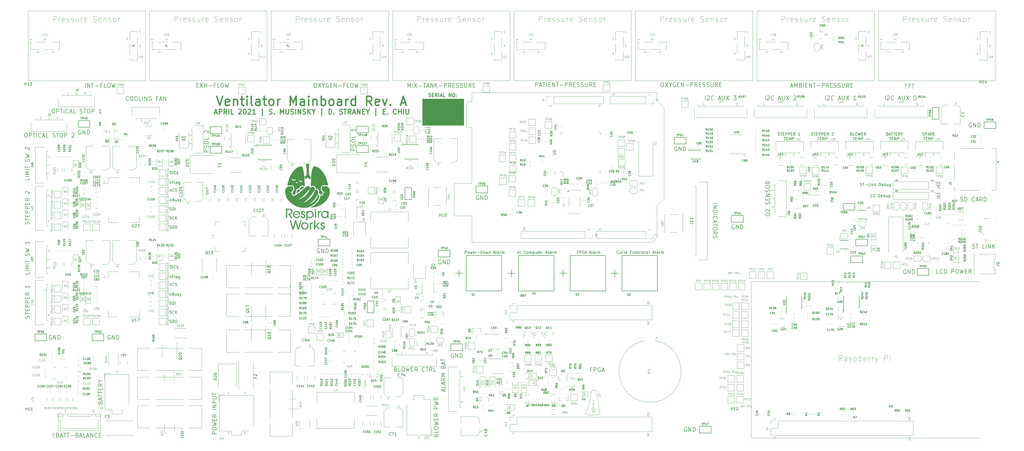
<source format=gbr>
%TF.GenerationSoftware,KiCad,Pcbnew,(5.1.9-16-g1737927814)-1*%
%TF.CreationDate,2021-03-30T16:26:50-04:00*%
%TF.ProjectId,Ventilator,56656e74-696c-4617-946f-722e6b696361,A*%
%TF.SameCoordinates,Original*%
%TF.FileFunction,Legend,Top*%
%TF.FilePolarity,Positive*%
%FSLAX46Y46*%
G04 Gerber Fmt 4.6, Leading zero omitted, Abs format (unit mm)*
G04 Created by KiCad (PCBNEW (5.1.9-16-g1737927814)-1) date 2021-03-30 16:26:50*
%MOMM*%
%LPD*%
G01*
G04 APERTURE LIST*
%ADD10C,0.120000*%
%ADD11C,0.200000*%
%ADD12C,0.100000*%
%ADD13C,0.250000*%
%ADD14C,0.300000*%
%ADD15C,0.500000*%
%ADD16C,0.150000*%
%ADD17C,0.010000*%
%ADD18C,0.400000*%
G04 APERTURE END LIST*
D10*
X226600000Y-158200000D02*
X227000000Y-159200000D01*
X225400000Y-157000000D02*
X226600000Y-158200000D01*
X224800000Y-161800000D02*
X224200000Y-160200000D01*
X224200000Y-161800000D02*
X224800000Y-161800000D01*
X224600000Y-163000000D02*
X224200000Y-161800000D01*
X224200000Y-163000000D02*
X224600000Y-163000000D01*
X224400000Y-163600000D02*
X224200000Y-163000000D01*
X225000000Y-163600000D02*
X224400000Y-164600000D01*
X223800000Y-163600000D02*
X225000000Y-163600000D01*
X224400000Y-164600000D02*
X223800000Y-163600000D01*
X223800000Y-164600000D02*
X225000000Y-164600000D01*
X223000000Y-165800000D02*
X221600000Y-165400000D01*
X225000000Y-165800000D02*
X223000000Y-165800000D01*
X226800000Y-165600000D02*
X225000000Y-165800000D01*
X226400000Y-163000000D02*
X226800000Y-165600000D01*
X226200000Y-160800000D02*
X226400000Y-163000000D01*
X225800000Y-159000000D02*
X226200000Y-160800000D01*
X225400000Y-158200000D02*
X225800000Y-159000000D01*
X226000000Y-158400000D02*
X225400000Y-158200000D01*
X227000000Y-159200000D02*
X226000000Y-158400000D01*
X224400000Y-156800000D02*
X225400000Y-157000000D01*
X223800000Y-157200000D02*
X224400000Y-156800000D01*
X223400000Y-158000000D02*
X223800000Y-157200000D01*
X223400000Y-158800000D02*
X223400000Y-158000000D01*
X223200000Y-160400000D02*
X223400000Y-158800000D01*
X222600000Y-162400000D02*
X223200000Y-160400000D01*
X221600000Y-165400000D02*
X222600000Y-162400000D01*
D11*
X223871428Y-149492857D02*
X223371428Y-149492857D01*
X223371428Y-150278571D02*
X223371428Y-148778571D01*
X224085714Y-148778571D01*
X224657142Y-150278571D02*
X224657142Y-148778571D01*
X225228571Y-148778571D01*
X225371428Y-148850000D01*
X225442857Y-148921428D01*
X225514285Y-149064285D01*
X225514285Y-149278571D01*
X225442857Y-149421428D01*
X225371428Y-149492857D01*
X225228571Y-149564285D01*
X224657142Y-149564285D01*
X226942857Y-148850000D02*
X226800000Y-148778571D01*
X226585714Y-148778571D01*
X226371428Y-148850000D01*
X226228571Y-148992857D01*
X226157142Y-149135714D01*
X226085714Y-149421428D01*
X226085714Y-149635714D01*
X226157142Y-149921428D01*
X226228571Y-150064285D01*
X226371428Y-150207142D01*
X226585714Y-150278571D01*
X226728571Y-150278571D01*
X226942857Y-150207142D01*
X227014285Y-150135714D01*
X227014285Y-149635714D01*
X226728571Y-149635714D01*
X227585714Y-149850000D02*
X228300000Y-149850000D01*
X227442857Y-150278571D02*
X227942857Y-148778571D01*
X228442857Y-150278571D01*
X360128571Y-106007142D02*
X360342857Y-106078571D01*
X360700000Y-106078571D01*
X360842857Y-106007142D01*
X360914285Y-105935714D01*
X360985714Y-105792857D01*
X360985714Y-105650000D01*
X360914285Y-105507142D01*
X360842857Y-105435714D01*
X360700000Y-105364285D01*
X360414285Y-105292857D01*
X360271428Y-105221428D01*
X360200000Y-105150000D01*
X360128571Y-105007142D01*
X360128571Y-104864285D01*
X360200000Y-104721428D01*
X360271428Y-104650000D01*
X360414285Y-104578571D01*
X360771428Y-104578571D01*
X360985714Y-104650000D01*
X361414285Y-104578571D02*
X362271428Y-104578571D01*
X361842857Y-106078571D02*
X361842857Y-104578571D01*
X364628571Y-106078571D02*
X363914285Y-106078571D01*
X363914285Y-104578571D01*
X365128571Y-106078571D02*
X365128571Y-104578571D01*
X365842857Y-106078571D02*
X365842857Y-104578571D01*
X366700000Y-106078571D01*
X366700000Y-104578571D01*
X367414285Y-106078571D02*
X367414285Y-104578571D01*
X368271428Y-106078571D02*
X367628571Y-105221428D01*
X368271428Y-104578571D02*
X367414285Y-105435714D01*
X30900000Y-56178571D02*
X31185714Y-56178571D01*
X31328571Y-56250000D01*
X31471428Y-56392857D01*
X31542857Y-56678571D01*
X31542857Y-57178571D01*
X31471428Y-57464285D01*
X31328571Y-57607142D01*
X31185714Y-57678571D01*
X30900000Y-57678571D01*
X30757142Y-57607142D01*
X30614285Y-57464285D01*
X30542857Y-57178571D01*
X30542857Y-56678571D01*
X30614285Y-56392857D01*
X30757142Y-56250000D01*
X30900000Y-56178571D01*
X32185714Y-57678571D02*
X32185714Y-56178571D01*
X32757142Y-56178571D01*
X32900000Y-56250000D01*
X32971428Y-56321428D01*
X33042857Y-56464285D01*
X33042857Y-56678571D01*
X32971428Y-56821428D01*
X32900000Y-56892857D01*
X32757142Y-56964285D01*
X32185714Y-56964285D01*
X33471428Y-56178571D02*
X34328571Y-56178571D01*
X33900000Y-57678571D02*
X33900000Y-56178571D01*
X34828571Y-57678571D02*
X34828571Y-56178571D01*
X36400000Y-57535714D02*
X36328571Y-57607142D01*
X36114285Y-57678571D01*
X35971428Y-57678571D01*
X35757142Y-57607142D01*
X35614285Y-57464285D01*
X35542857Y-57321428D01*
X35471428Y-57035714D01*
X35471428Y-56821428D01*
X35542857Y-56535714D01*
X35614285Y-56392857D01*
X35757142Y-56250000D01*
X35971428Y-56178571D01*
X36114285Y-56178571D01*
X36328571Y-56250000D01*
X36400000Y-56321428D01*
X36971428Y-57250000D02*
X37685714Y-57250000D01*
X36828571Y-57678571D02*
X37328571Y-56178571D01*
X37828571Y-57678571D01*
X39042857Y-57678571D02*
X38328571Y-57678571D01*
X38328571Y-56178571D01*
X40614285Y-57607142D02*
X40828571Y-57678571D01*
X41185714Y-57678571D01*
X41328571Y-57607142D01*
X41400000Y-57535714D01*
X41471428Y-57392857D01*
X41471428Y-57250000D01*
X41400000Y-57107142D01*
X41328571Y-57035714D01*
X41185714Y-56964285D01*
X40900000Y-56892857D01*
X40757142Y-56821428D01*
X40685714Y-56750000D01*
X40614285Y-56607142D01*
X40614285Y-56464285D01*
X40685714Y-56321428D01*
X40757142Y-56250000D01*
X40900000Y-56178571D01*
X41257142Y-56178571D01*
X41471428Y-56250000D01*
X41900000Y-56178571D02*
X42757142Y-56178571D01*
X42328571Y-57678571D02*
X42328571Y-56178571D01*
X43542857Y-56178571D02*
X43828571Y-56178571D01*
X43971428Y-56250000D01*
X44114285Y-56392857D01*
X44185714Y-56678571D01*
X44185714Y-57178571D01*
X44114285Y-57464285D01*
X43971428Y-57607142D01*
X43828571Y-57678571D01*
X43542857Y-57678571D01*
X43400000Y-57607142D01*
X43257142Y-57464285D01*
X43185714Y-57178571D01*
X43185714Y-56678571D01*
X43257142Y-56392857D01*
X43400000Y-56250000D01*
X43542857Y-56178571D01*
X44828571Y-57678571D02*
X44828571Y-56178571D01*
X45400000Y-56178571D01*
X45542857Y-56250000D01*
X45614285Y-56321428D01*
X45685714Y-56464285D01*
X45685714Y-56678571D01*
X45614285Y-56821428D01*
X45542857Y-56892857D01*
X45400000Y-56964285D01*
X44828571Y-56964285D01*
X48257142Y-57678571D02*
X47400000Y-57678571D01*
X47828571Y-57678571D02*
X47828571Y-56178571D01*
X47685714Y-56392857D01*
X47542857Y-56535714D01*
X47400000Y-56607142D01*
X21100000Y-64778571D02*
X21385714Y-64778571D01*
X21528571Y-64850000D01*
X21671428Y-64992857D01*
X21742857Y-65278571D01*
X21742857Y-65778571D01*
X21671428Y-66064285D01*
X21528571Y-66207142D01*
X21385714Y-66278571D01*
X21100000Y-66278571D01*
X20957142Y-66207142D01*
X20814285Y-66064285D01*
X20742857Y-65778571D01*
X20742857Y-65278571D01*
X20814285Y-64992857D01*
X20957142Y-64850000D01*
X21100000Y-64778571D01*
X22385714Y-66278571D02*
X22385714Y-64778571D01*
X22957142Y-64778571D01*
X23100000Y-64850000D01*
X23171428Y-64921428D01*
X23242857Y-65064285D01*
X23242857Y-65278571D01*
X23171428Y-65421428D01*
X23100000Y-65492857D01*
X22957142Y-65564285D01*
X22385714Y-65564285D01*
X23671428Y-64778571D02*
X24528571Y-64778571D01*
X24100000Y-66278571D02*
X24100000Y-64778571D01*
X25028571Y-66278571D02*
X25028571Y-64778571D01*
X26600000Y-66135714D02*
X26528571Y-66207142D01*
X26314285Y-66278571D01*
X26171428Y-66278571D01*
X25957142Y-66207142D01*
X25814285Y-66064285D01*
X25742857Y-65921428D01*
X25671428Y-65635714D01*
X25671428Y-65421428D01*
X25742857Y-65135714D01*
X25814285Y-64992857D01*
X25957142Y-64850000D01*
X26171428Y-64778571D01*
X26314285Y-64778571D01*
X26528571Y-64850000D01*
X26600000Y-64921428D01*
X27171428Y-65850000D02*
X27885714Y-65850000D01*
X27028571Y-66278571D02*
X27528571Y-64778571D01*
X28028571Y-66278571D01*
X29242857Y-66278571D02*
X28528571Y-66278571D01*
X28528571Y-64778571D01*
X30814285Y-66207142D02*
X31028571Y-66278571D01*
X31385714Y-66278571D01*
X31528571Y-66207142D01*
X31600000Y-66135714D01*
X31671428Y-65992857D01*
X31671428Y-65850000D01*
X31600000Y-65707142D01*
X31528571Y-65635714D01*
X31385714Y-65564285D01*
X31100000Y-65492857D01*
X30957142Y-65421428D01*
X30885714Y-65350000D01*
X30814285Y-65207142D01*
X30814285Y-65064285D01*
X30885714Y-64921428D01*
X30957142Y-64850000D01*
X31100000Y-64778571D01*
X31457142Y-64778571D01*
X31671428Y-64850000D01*
X32100000Y-64778571D02*
X32957142Y-64778571D01*
X32528571Y-66278571D02*
X32528571Y-64778571D01*
X33742857Y-64778571D02*
X34028571Y-64778571D01*
X34171428Y-64850000D01*
X34314285Y-64992857D01*
X34385714Y-65278571D01*
X34385714Y-65778571D01*
X34314285Y-66064285D01*
X34171428Y-66207142D01*
X34028571Y-66278571D01*
X33742857Y-66278571D01*
X33600000Y-66207142D01*
X33457142Y-66064285D01*
X33385714Y-65778571D01*
X33385714Y-65278571D01*
X33457142Y-64992857D01*
X33600000Y-64850000D01*
X33742857Y-64778571D01*
X35028571Y-66278571D02*
X35028571Y-64778571D01*
X35600000Y-64778571D01*
X35742857Y-64850000D01*
X35814285Y-64921428D01*
X35885714Y-65064285D01*
X35885714Y-65278571D01*
X35814285Y-65421428D01*
X35742857Y-65492857D01*
X35600000Y-65564285D01*
X35028571Y-65564285D01*
X37600000Y-64921428D02*
X37671428Y-64850000D01*
X37814285Y-64778571D01*
X38171428Y-64778571D01*
X38314285Y-64850000D01*
X38385714Y-64921428D01*
X38457142Y-65064285D01*
X38457142Y-65207142D01*
X38385714Y-65421428D01*
X37528571Y-66278571D01*
X38457142Y-66278571D01*
X139178571Y-70935714D02*
X137678571Y-70935714D01*
X137678571Y-70364285D01*
X137750000Y-70221428D01*
X137821428Y-70150000D01*
X137964285Y-70078571D01*
X138178571Y-70078571D01*
X138321428Y-70150000D01*
X138392857Y-70221428D01*
X138464285Y-70364285D01*
X138464285Y-70935714D01*
X139107142Y-69507142D02*
X139178571Y-69292857D01*
X139178571Y-68935714D01*
X139107142Y-68792857D01*
X139035714Y-68721428D01*
X138892857Y-68650000D01*
X138750000Y-68650000D01*
X138607142Y-68721428D01*
X138535714Y-68792857D01*
X138464285Y-68935714D01*
X138392857Y-69221428D01*
X138321428Y-69364285D01*
X138250000Y-69435714D01*
X138107142Y-69507142D01*
X137964285Y-69507142D01*
X137821428Y-69435714D01*
X137750000Y-69364285D01*
X137678571Y-69221428D01*
X137678571Y-68864285D01*
X137750000Y-68650000D01*
X137678571Y-67721428D02*
X137678571Y-67435714D01*
X137750000Y-67292857D01*
X137892857Y-67150000D01*
X138178571Y-67078571D01*
X138678571Y-67078571D01*
X138964285Y-67150000D01*
X139107142Y-67292857D01*
X139178571Y-67435714D01*
X139178571Y-67721428D01*
X139107142Y-67864285D01*
X138964285Y-68007142D01*
X138678571Y-68078571D01*
X138178571Y-68078571D01*
X137892857Y-68007142D01*
X137750000Y-67864285D01*
X137678571Y-67721428D01*
X139178571Y-65721428D02*
X139178571Y-66435714D01*
X137678571Y-66435714D01*
X139178571Y-63292857D02*
X139178571Y-64150000D01*
X139178571Y-63721428D02*
X137678571Y-63721428D01*
X137892857Y-63864285D01*
X138035714Y-64007142D01*
X138107142Y-64150000D01*
X86578571Y-71535714D02*
X85078571Y-71535714D01*
X85078571Y-70964285D01*
X85150000Y-70821428D01*
X85221428Y-70750000D01*
X85364285Y-70678571D01*
X85578571Y-70678571D01*
X85721428Y-70750000D01*
X85792857Y-70821428D01*
X85864285Y-70964285D01*
X85864285Y-71535714D01*
X86507142Y-70107142D02*
X86578571Y-69892857D01*
X86578571Y-69535714D01*
X86507142Y-69392857D01*
X86435714Y-69321428D01*
X86292857Y-69250000D01*
X86150000Y-69250000D01*
X86007142Y-69321428D01*
X85935714Y-69392857D01*
X85864285Y-69535714D01*
X85792857Y-69821428D01*
X85721428Y-69964285D01*
X85650000Y-70035714D01*
X85507142Y-70107142D01*
X85364285Y-70107142D01*
X85221428Y-70035714D01*
X85150000Y-69964285D01*
X85078571Y-69821428D01*
X85078571Y-69464285D01*
X85150000Y-69250000D01*
X85078571Y-68321428D02*
X85078571Y-68035714D01*
X85150000Y-67892857D01*
X85292857Y-67750000D01*
X85578571Y-67678571D01*
X86078571Y-67678571D01*
X86364285Y-67750000D01*
X86507142Y-67892857D01*
X86578571Y-68035714D01*
X86578571Y-68321428D01*
X86507142Y-68464285D01*
X86364285Y-68607142D01*
X86078571Y-68678571D01*
X85578571Y-68678571D01*
X85292857Y-68607142D01*
X85150000Y-68464285D01*
X85078571Y-68321428D01*
X86578571Y-66321428D02*
X86578571Y-67035714D01*
X85078571Y-67035714D01*
X85221428Y-64750000D02*
X85150000Y-64678571D01*
X85078571Y-64535714D01*
X85078571Y-64178571D01*
X85150000Y-64035714D01*
X85221428Y-63964285D01*
X85364285Y-63892857D01*
X85507142Y-63892857D01*
X85721428Y-63964285D01*
X86578571Y-64821428D01*
X86578571Y-63892857D01*
D12*
G36*
X178000000Y-62000000D02*
G01*
X163200000Y-62000000D01*
X163200000Y-52500000D01*
X178000000Y-52500000D01*
X178000000Y-62000000D01*
G37*
X178000000Y-62000000D02*
X163200000Y-62000000D01*
X163200000Y-52500000D01*
X178000000Y-52500000D01*
X178000000Y-62000000D01*
D11*
X183357142Y-87250000D02*
X183214285Y-87178571D01*
X183000000Y-87178571D01*
X182785714Y-87250000D01*
X182642857Y-87392857D01*
X182571428Y-87535714D01*
X182500000Y-87821428D01*
X182500000Y-88035714D01*
X182571428Y-88321428D01*
X182642857Y-88464285D01*
X182785714Y-88607142D01*
X183000000Y-88678571D01*
X183142857Y-88678571D01*
X183357142Y-88607142D01*
X183428571Y-88535714D01*
X183428571Y-88035714D01*
X183142857Y-88035714D01*
X184071428Y-88678571D02*
X184071428Y-87178571D01*
X184928571Y-88678571D01*
X184928571Y-87178571D01*
X185642857Y-88678571D02*
X185642857Y-87178571D01*
X186000000Y-87178571D01*
X186214285Y-87250000D01*
X186357142Y-87392857D01*
X186428571Y-87535714D01*
X186500000Y-87821428D01*
X186500000Y-88035714D01*
X186428571Y-88321428D01*
X186357142Y-88464285D01*
X186214285Y-88607142D01*
X186000000Y-88678571D01*
X185642857Y-88678571D01*
X174357142Y-143750000D02*
X174214285Y-143678571D01*
X174000000Y-143678571D01*
X173785714Y-143750000D01*
X173642857Y-143892857D01*
X173571428Y-144035714D01*
X173500000Y-144321428D01*
X173500000Y-144535714D01*
X173571428Y-144821428D01*
X173642857Y-144964285D01*
X173785714Y-145107142D01*
X174000000Y-145178571D01*
X174142857Y-145178571D01*
X174357142Y-145107142D01*
X174428571Y-145035714D01*
X174428571Y-144535714D01*
X174142857Y-144535714D01*
X175071428Y-145178571D02*
X175071428Y-143678571D01*
X175928571Y-145178571D01*
X175928571Y-143678571D01*
X176642857Y-145178571D02*
X176642857Y-143678571D01*
X177000000Y-143678571D01*
X177214285Y-143750000D01*
X177357142Y-143892857D01*
X177428571Y-144035714D01*
X177500000Y-144321428D01*
X177500000Y-144535714D01*
X177428571Y-144821428D01*
X177357142Y-144964285D01*
X177214285Y-145107142D01*
X177000000Y-145178571D01*
X176642857Y-145178571D01*
X336357142Y-113750000D02*
X336214285Y-113678571D01*
X336000000Y-113678571D01*
X335785714Y-113750000D01*
X335642857Y-113892857D01*
X335571428Y-114035714D01*
X335500000Y-114321428D01*
X335500000Y-114535714D01*
X335571428Y-114821428D01*
X335642857Y-114964285D01*
X335785714Y-115107142D01*
X336000000Y-115178571D01*
X336142857Y-115178571D01*
X336357142Y-115107142D01*
X336428571Y-115035714D01*
X336428571Y-114535714D01*
X336142857Y-114535714D01*
X337071428Y-115178571D02*
X337071428Y-113678571D01*
X337928571Y-115178571D01*
X337928571Y-113678571D01*
X338642857Y-115178571D02*
X338642857Y-113678571D01*
X339000000Y-113678571D01*
X339214285Y-113750000D01*
X339357142Y-113892857D01*
X339428571Y-114035714D01*
X339500000Y-114321428D01*
X339500000Y-114535714D01*
X339428571Y-114821428D01*
X339357142Y-114964285D01*
X339214285Y-115107142D01*
X339000000Y-115178571D01*
X338642857Y-115178571D01*
X274857142Y-97750000D02*
X274714285Y-97678571D01*
X274500000Y-97678571D01*
X274285714Y-97750000D01*
X274142857Y-97892857D01*
X274071428Y-98035714D01*
X274000000Y-98321428D01*
X274000000Y-98535714D01*
X274071428Y-98821428D01*
X274142857Y-98964285D01*
X274285714Y-99107142D01*
X274500000Y-99178571D01*
X274642857Y-99178571D01*
X274857142Y-99107142D01*
X274928571Y-99035714D01*
X274928571Y-98535714D01*
X274642857Y-98535714D01*
X275571428Y-99178571D02*
X275571428Y-97678571D01*
X276428571Y-99178571D01*
X276428571Y-97678571D01*
X277142857Y-99178571D02*
X277142857Y-97678571D01*
X277500000Y-97678571D01*
X277714285Y-97750000D01*
X277857142Y-97892857D01*
X277928571Y-98035714D01*
X278000000Y-98321428D01*
X278000000Y-98535714D01*
X277928571Y-98821428D01*
X277857142Y-98964285D01*
X277714285Y-99107142D01*
X277500000Y-99178571D01*
X277142857Y-99178571D01*
X257857142Y-170250000D02*
X257714285Y-170178571D01*
X257500000Y-170178571D01*
X257285714Y-170250000D01*
X257142857Y-170392857D01*
X257071428Y-170535714D01*
X257000000Y-170821428D01*
X257000000Y-171035714D01*
X257071428Y-171321428D01*
X257142857Y-171464285D01*
X257285714Y-171607142D01*
X257500000Y-171678571D01*
X257642857Y-171678571D01*
X257857142Y-171607142D01*
X257928571Y-171535714D01*
X257928571Y-171035714D01*
X257642857Y-171035714D01*
X258571428Y-171678571D02*
X258571428Y-170178571D01*
X259428571Y-171678571D01*
X259428571Y-170178571D01*
X260142857Y-171678571D02*
X260142857Y-170178571D01*
X260500000Y-170178571D01*
X260714285Y-170250000D01*
X260857142Y-170392857D01*
X260928571Y-170535714D01*
X261000000Y-170821428D01*
X261000000Y-171035714D01*
X260928571Y-171321428D01*
X260857142Y-171464285D01*
X260714285Y-171607142D01*
X260500000Y-171678571D01*
X260142857Y-171678571D01*
X126357142Y-106250000D02*
X126214285Y-106178571D01*
X126000000Y-106178571D01*
X125785714Y-106250000D01*
X125642857Y-106392857D01*
X125571428Y-106535714D01*
X125500000Y-106821428D01*
X125500000Y-107035714D01*
X125571428Y-107321428D01*
X125642857Y-107464285D01*
X125785714Y-107607142D01*
X126000000Y-107678571D01*
X126142857Y-107678571D01*
X126357142Y-107607142D01*
X126428571Y-107535714D01*
X126428571Y-107035714D01*
X126142857Y-107035714D01*
X127071428Y-107678571D02*
X127071428Y-106178571D01*
X127928571Y-107678571D01*
X127928571Y-106178571D01*
X128642857Y-107678571D02*
X128642857Y-106178571D01*
X129000000Y-106178571D01*
X129214285Y-106250000D01*
X129357142Y-106392857D01*
X129428571Y-106535714D01*
X129500000Y-106821428D01*
X129500000Y-107035714D01*
X129428571Y-107321428D01*
X129357142Y-107464285D01*
X129214285Y-107607142D01*
X129000000Y-107678571D01*
X128642857Y-107678571D01*
X169857142Y-110250000D02*
X169714285Y-110178571D01*
X169500000Y-110178571D01*
X169285714Y-110250000D01*
X169142857Y-110392857D01*
X169071428Y-110535714D01*
X169000000Y-110821428D01*
X169000000Y-111035714D01*
X169071428Y-111321428D01*
X169142857Y-111464285D01*
X169285714Y-111607142D01*
X169500000Y-111678571D01*
X169642857Y-111678571D01*
X169857142Y-111607142D01*
X169928571Y-111535714D01*
X169928571Y-111035714D01*
X169642857Y-111035714D01*
X170571428Y-111678571D02*
X170571428Y-110178571D01*
X171428571Y-111678571D01*
X171428571Y-110178571D01*
X172142857Y-111678571D02*
X172142857Y-110178571D01*
X172500000Y-110178571D01*
X172714285Y-110250000D01*
X172857142Y-110392857D01*
X172928571Y-110535714D01*
X173000000Y-110821428D01*
X173000000Y-111035714D01*
X172928571Y-111321428D01*
X172857142Y-111464285D01*
X172714285Y-111607142D01*
X172500000Y-111678571D01*
X172142857Y-111678571D01*
X254357142Y-69750000D02*
X254214285Y-69678571D01*
X254000000Y-69678571D01*
X253785714Y-69750000D01*
X253642857Y-69892857D01*
X253571428Y-70035714D01*
X253500000Y-70321428D01*
X253500000Y-70535714D01*
X253571428Y-70821428D01*
X253642857Y-70964285D01*
X253785714Y-71107142D01*
X254000000Y-71178571D01*
X254142857Y-71178571D01*
X254357142Y-71107142D01*
X254428571Y-71035714D01*
X254428571Y-70535714D01*
X254142857Y-70535714D01*
X255071428Y-71178571D02*
X255071428Y-69678571D01*
X255928571Y-71178571D01*
X255928571Y-69678571D01*
X256642857Y-71178571D02*
X256642857Y-69678571D01*
X257000000Y-69678571D01*
X257214285Y-69750000D01*
X257357142Y-69892857D01*
X257428571Y-70035714D01*
X257500000Y-70321428D01*
X257500000Y-70535714D01*
X257428571Y-70821428D01*
X257357142Y-70964285D01*
X257214285Y-71107142D01*
X257000000Y-71178571D01*
X256642857Y-71178571D01*
X359857142Y-61250000D02*
X359714285Y-61178571D01*
X359500000Y-61178571D01*
X359285714Y-61250000D01*
X359142857Y-61392857D01*
X359071428Y-61535714D01*
X359000000Y-61821428D01*
X359000000Y-62035714D01*
X359071428Y-62321428D01*
X359142857Y-62464285D01*
X359285714Y-62607142D01*
X359500000Y-62678571D01*
X359642857Y-62678571D01*
X359857142Y-62607142D01*
X359928571Y-62535714D01*
X359928571Y-62035714D01*
X359642857Y-62035714D01*
X360571428Y-62678571D02*
X360571428Y-61178571D01*
X361428571Y-62678571D01*
X361428571Y-61178571D01*
X362142857Y-62678571D02*
X362142857Y-61178571D01*
X362500000Y-61178571D01*
X362714285Y-61250000D01*
X362857142Y-61392857D01*
X362928571Y-61535714D01*
X363000000Y-61821428D01*
X363000000Y-62035714D01*
X362928571Y-62321428D01*
X362857142Y-62464285D01*
X362714285Y-62607142D01*
X362500000Y-62678571D01*
X362142857Y-62678571D01*
X51357142Y-137250000D02*
X51214285Y-137178571D01*
X51000000Y-137178571D01*
X50785714Y-137250000D01*
X50642857Y-137392857D01*
X50571428Y-137535714D01*
X50500000Y-137821428D01*
X50500000Y-138035714D01*
X50571428Y-138321428D01*
X50642857Y-138464285D01*
X50785714Y-138607142D01*
X51000000Y-138678571D01*
X51142857Y-138678571D01*
X51357142Y-138607142D01*
X51428571Y-138535714D01*
X51428571Y-138035714D01*
X51142857Y-138035714D01*
X52071428Y-138678571D02*
X52071428Y-137178571D01*
X52928571Y-138678571D01*
X52928571Y-137178571D01*
X53642857Y-138678571D02*
X53642857Y-137178571D01*
X54000000Y-137178571D01*
X54214285Y-137250000D01*
X54357142Y-137392857D01*
X54428571Y-137535714D01*
X54500000Y-137821428D01*
X54500000Y-138035714D01*
X54428571Y-138321428D01*
X54357142Y-138464285D01*
X54214285Y-138607142D01*
X54000000Y-138678571D01*
X53642857Y-138678571D01*
X30357142Y-137250000D02*
X30214285Y-137178571D01*
X30000000Y-137178571D01*
X29785714Y-137250000D01*
X29642857Y-137392857D01*
X29571428Y-137535714D01*
X29500000Y-137821428D01*
X29500000Y-138035714D01*
X29571428Y-138321428D01*
X29642857Y-138464285D01*
X29785714Y-138607142D01*
X30000000Y-138678571D01*
X30142857Y-138678571D01*
X30357142Y-138607142D01*
X30428571Y-138535714D01*
X30428571Y-138035714D01*
X30142857Y-138035714D01*
X31071428Y-138678571D02*
X31071428Y-137178571D01*
X31928571Y-138678571D01*
X31928571Y-137178571D01*
X32642857Y-138678571D02*
X32642857Y-137178571D01*
X33000000Y-137178571D01*
X33214285Y-137250000D01*
X33357142Y-137392857D01*
X33428571Y-137535714D01*
X33500000Y-137821428D01*
X33500000Y-138035714D01*
X33428571Y-138321428D01*
X33357142Y-138464285D01*
X33214285Y-138607142D01*
X33000000Y-138678571D01*
X32642857Y-138678571D01*
X40857142Y-63750000D02*
X40714285Y-63678571D01*
X40500000Y-63678571D01*
X40285714Y-63750000D01*
X40142857Y-63892857D01*
X40071428Y-64035714D01*
X40000000Y-64321428D01*
X40000000Y-64535714D01*
X40071428Y-64821428D01*
X40142857Y-64964285D01*
X40285714Y-65107142D01*
X40500000Y-65178571D01*
X40642857Y-65178571D01*
X40857142Y-65107142D01*
X40928571Y-65035714D01*
X40928571Y-64535714D01*
X40642857Y-64535714D01*
X41571428Y-65178571D02*
X41571428Y-63678571D01*
X42428571Y-65178571D01*
X42428571Y-63678571D01*
X43142857Y-65178571D02*
X43142857Y-63678571D01*
X43500000Y-63678571D01*
X43714285Y-63750000D01*
X43857142Y-63892857D01*
X43928571Y-64035714D01*
X44000000Y-64321428D01*
X44000000Y-64535714D01*
X43928571Y-64821428D01*
X43857142Y-64964285D01*
X43714285Y-65107142D01*
X43500000Y-65178571D01*
X43142857Y-65178571D01*
D13*
X165458928Y-51705952D02*
X165637500Y-51765476D01*
X165935119Y-51765476D01*
X166054166Y-51705952D01*
X166113690Y-51646428D01*
X166173214Y-51527380D01*
X166173214Y-51408333D01*
X166113690Y-51289285D01*
X166054166Y-51229761D01*
X165935119Y-51170238D01*
X165697023Y-51110714D01*
X165577976Y-51051190D01*
X165518452Y-50991666D01*
X165458928Y-50872619D01*
X165458928Y-50753571D01*
X165518452Y-50634523D01*
X165577976Y-50575000D01*
X165697023Y-50515476D01*
X165994642Y-50515476D01*
X166173214Y-50575000D01*
X166708928Y-51110714D02*
X167125595Y-51110714D01*
X167304166Y-51765476D02*
X166708928Y-51765476D01*
X166708928Y-50515476D01*
X167304166Y-50515476D01*
X168554166Y-51765476D02*
X168137500Y-51170238D01*
X167839880Y-51765476D02*
X167839880Y-50515476D01*
X168316071Y-50515476D01*
X168435119Y-50575000D01*
X168494642Y-50634523D01*
X168554166Y-50753571D01*
X168554166Y-50932142D01*
X168494642Y-51051190D01*
X168435119Y-51110714D01*
X168316071Y-51170238D01*
X167839880Y-51170238D01*
X169089880Y-51765476D02*
X169089880Y-50515476D01*
X169625595Y-51408333D02*
X170220833Y-51408333D01*
X169506547Y-51765476D02*
X169923214Y-50515476D01*
X170339880Y-51765476D01*
X171351785Y-51765476D02*
X170756547Y-51765476D01*
X170756547Y-50515476D01*
X172720833Y-51765476D02*
X172720833Y-50515476D01*
X173435119Y-51765476D01*
X173435119Y-50515476D01*
X174268452Y-50515476D02*
X174506547Y-50515476D01*
X174625595Y-50575000D01*
X174744642Y-50694047D01*
X174804166Y-50932142D01*
X174804166Y-51348809D01*
X174744642Y-51586904D01*
X174625595Y-51705952D01*
X174506547Y-51765476D01*
X174268452Y-51765476D01*
X174149404Y-51705952D01*
X174030357Y-51586904D01*
X173970833Y-51348809D01*
X173970833Y-50932142D01*
X174030357Y-50694047D01*
X174149404Y-50575000D01*
X174268452Y-50515476D01*
X175339880Y-51646428D02*
X175399404Y-51705952D01*
X175339880Y-51765476D01*
X175280357Y-51705952D01*
X175339880Y-51646428D01*
X175339880Y-51765476D01*
X175339880Y-50991666D02*
X175399404Y-51051190D01*
X175339880Y-51110714D01*
X175280357Y-51051190D01*
X175339880Y-50991666D01*
X175339880Y-51110714D01*
D14*
X88808333Y-57491666D02*
X89641666Y-57491666D01*
X88641666Y-57991666D02*
X89225000Y-56241666D01*
X89808333Y-57991666D01*
X90391666Y-57991666D02*
X90391666Y-56241666D01*
X91058333Y-56241666D01*
X91225000Y-56325000D01*
X91308333Y-56408333D01*
X91391666Y-56575000D01*
X91391666Y-56825000D01*
X91308333Y-56991666D01*
X91225000Y-57075000D01*
X91058333Y-57158333D01*
X90391666Y-57158333D01*
X93141666Y-57991666D02*
X92558333Y-57158333D01*
X92141666Y-57991666D02*
X92141666Y-56241666D01*
X92808333Y-56241666D01*
X92975000Y-56325000D01*
X93058333Y-56408333D01*
X93141666Y-56575000D01*
X93141666Y-56825000D01*
X93058333Y-56991666D01*
X92975000Y-57075000D01*
X92808333Y-57158333D01*
X92141666Y-57158333D01*
X93891666Y-57991666D02*
X93891666Y-56241666D01*
X95558333Y-57991666D02*
X94725000Y-57991666D01*
X94725000Y-56241666D01*
X97391666Y-56408333D02*
X97475000Y-56325000D01*
X97641666Y-56241666D01*
X98058333Y-56241666D01*
X98225000Y-56325000D01*
X98308333Y-56408333D01*
X98391666Y-56575000D01*
X98391666Y-56741666D01*
X98308333Y-56991666D01*
X97308333Y-57991666D01*
X98391666Y-57991666D01*
X99475000Y-56241666D02*
X99641666Y-56241666D01*
X99808333Y-56325000D01*
X99891666Y-56408333D01*
X99975000Y-56575000D01*
X100058333Y-56908333D01*
X100058333Y-57325000D01*
X99975000Y-57658333D01*
X99891666Y-57825000D01*
X99808333Y-57908333D01*
X99641666Y-57991666D01*
X99475000Y-57991666D01*
X99308333Y-57908333D01*
X99225000Y-57825000D01*
X99141666Y-57658333D01*
X99058333Y-57325000D01*
X99058333Y-56908333D01*
X99141666Y-56575000D01*
X99225000Y-56408333D01*
X99308333Y-56325000D01*
X99475000Y-56241666D01*
X100725000Y-56408333D02*
X100808333Y-56325000D01*
X100975000Y-56241666D01*
X101391666Y-56241666D01*
X101558333Y-56325000D01*
X101641666Y-56408333D01*
X101725000Y-56575000D01*
X101725000Y-56741666D01*
X101641666Y-56991666D01*
X100641666Y-57991666D01*
X101725000Y-57991666D01*
X103391666Y-57991666D02*
X102391666Y-57991666D01*
X102891666Y-57991666D02*
X102891666Y-56241666D01*
X102725000Y-56491666D01*
X102558333Y-56658333D01*
X102391666Y-56741666D01*
X105891666Y-58575000D02*
X105891666Y-56075000D01*
X108391666Y-57908333D02*
X108641666Y-57991666D01*
X109058333Y-57991666D01*
X109225000Y-57908333D01*
X109308333Y-57825000D01*
X109391666Y-57658333D01*
X109391666Y-57491666D01*
X109308333Y-57325000D01*
X109225000Y-57241666D01*
X109058333Y-57158333D01*
X108725000Y-57075000D01*
X108558333Y-56991666D01*
X108475000Y-56908333D01*
X108391666Y-56741666D01*
X108391666Y-56575000D01*
X108475000Y-56408333D01*
X108558333Y-56325000D01*
X108725000Y-56241666D01*
X109141666Y-56241666D01*
X109391666Y-56325000D01*
X110141666Y-57825000D02*
X110225000Y-57908333D01*
X110141666Y-57991666D01*
X110058333Y-57908333D01*
X110141666Y-57825000D01*
X110141666Y-57991666D01*
X112308333Y-57991666D02*
X112308333Y-56241666D01*
X112891666Y-57491666D01*
X113475000Y-56241666D01*
X113475000Y-57991666D01*
X114308333Y-56241666D02*
X114308333Y-57658333D01*
X114391666Y-57825000D01*
X114475000Y-57908333D01*
X114641666Y-57991666D01*
X114975000Y-57991666D01*
X115141666Y-57908333D01*
X115225000Y-57825000D01*
X115308333Y-57658333D01*
X115308333Y-56241666D01*
X116058333Y-57908333D02*
X116308333Y-57991666D01*
X116725000Y-57991666D01*
X116891666Y-57908333D01*
X116975000Y-57825000D01*
X117058333Y-57658333D01*
X117058333Y-57491666D01*
X116975000Y-57325000D01*
X116891666Y-57241666D01*
X116725000Y-57158333D01*
X116391666Y-57075000D01*
X116225000Y-56991666D01*
X116141666Y-56908333D01*
X116058333Y-56741666D01*
X116058333Y-56575000D01*
X116141666Y-56408333D01*
X116225000Y-56325000D01*
X116391666Y-56241666D01*
X116808333Y-56241666D01*
X117058333Y-56325000D01*
X117808333Y-57991666D02*
X117808333Y-56241666D01*
X118641666Y-57991666D02*
X118641666Y-56241666D01*
X119641666Y-57991666D01*
X119641666Y-56241666D01*
X120391666Y-57908333D02*
X120641666Y-57991666D01*
X121058333Y-57991666D01*
X121225000Y-57908333D01*
X121308333Y-57825000D01*
X121391666Y-57658333D01*
X121391666Y-57491666D01*
X121308333Y-57325000D01*
X121225000Y-57241666D01*
X121058333Y-57158333D01*
X120725000Y-57075000D01*
X120558333Y-56991666D01*
X120475000Y-56908333D01*
X120391666Y-56741666D01*
X120391666Y-56575000D01*
X120475000Y-56408333D01*
X120558333Y-56325000D01*
X120725000Y-56241666D01*
X121141666Y-56241666D01*
X121391666Y-56325000D01*
X122141666Y-57991666D02*
X122141666Y-56241666D01*
X123141666Y-57991666D02*
X122391666Y-56991666D01*
X123141666Y-56241666D02*
X122141666Y-57241666D01*
X124225000Y-57158333D02*
X124225000Y-57991666D01*
X123641666Y-56241666D02*
X124225000Y-57158333D01*
X124808333Y-56241666D01*
X127141666Y-58575000D02*
X127141666Y-56075000D01*
X129725000Y-57991666D02*
X129725000Y-56241666D01*
X130141666Y-56241666D01*
X130391666Y-56325000D01*
X130558333Y-56491666D01*
X130641666Y-56658333D01*
X130725000Y-56991666D01*
X130725000Y-57241666D01*
X130641666Y-57575000D01*
X130558333Y-57741666D01*
X130391666Y-57908333D01*
X130141666Y-57991666D01*
X129725000Y-57991666D01*
X131475000Y-57825000D02*
X131558333Y-57908333D01*
X131475000Y-57991666D01*
X131391666Y-57908333D01*
X131475000Y-57825000D01*
X131475000Y-57991666D01*
X133558333Y-57908333D02*
X133808333Y-57991666D01*
X134225000Y-57991666D01*
X134391666Y-57908333D01*
X134475000Y-57825000D01*
X134558333Y-57658333D01*
X134558333Y-57491666D01*
X134475000Y-57325000D01*
X134391666Y-57241666D01*
X134225000Y-57158333D01*
X133891666Y-57075000D01*
X133725000Y-56991666D01*
X133641666Y-56908333D01*
X133558333Y-56741666D01*
X133558333Y-56575000D01*
X133641666Y-56408333D01*
X133725000Y-56325000D01*
X133891666Y-56241666D01*
X134308333Y-56241666D01*
X134558333Y-56325000D01*
X135058333Y-56241666D02*
X136058333Y-56241666D01*
X135558333Y-57991666D02*
X135558333Y-56241666D01*
X137641666Y-57991666D02*
X137058333Y-57158333D01*
X136641666Y-57991666D02*
X136641666Y-56241666D01*
X137308333Y-56241666D01*
X137475000Y-56325000D01*
X137558333Y-56408333D01*
X137641666Y-56575000D01*
X137641666Y-56825000D01*
X137558333Y-56991666D01*
X137475000Y-57075000D01*
X137308333Y-57158333D01*
X136641666Y-57158333D01*
X138308333Y-57491666D02*
X139141666Y-57491666D01*
X138141666Y-57991666D02*
X138725000Y-56241666D01*
X139308333Y-57991666D01*
X139891666Y-57991666D02*
X139891666Y-56241666D01*
X140891666Y-57991666D01*
X140891666Y-56241666D01*
X141725000Y-57075000D02*
X142308333Y-57075000D01*
X142558333Y-57991666D02*
X141725000Y-57991666D01*
X141725000Y-56241666D01*
X142558333Y-56241666D01*
X143641666Y-57158333D02*
X143641666Y-57991666D01*
X143058333Y-56241666D02*
X143641666Y-57158333D01*
X144225000Y-56241666D01*
X146558333Y-58575000D02*
X146558333Y-56075000D01*
X149141666Y-57075000D02*
X149725000Y-57075000D01*
X149975000Y-57991666D02*
X149141666Y-57991666D01*
X149141666Y-56241666D01*
X149975000Y-56241666D01*
X150725000Y-57825000D02*
X150808333Y-57908333D01*
X150725000Y-57991666D01*
X150641666Y-57908333D01*
X150725000Y-57825000D01*
X150725000Y-57991666D01*
X153891666Y-57825000D02*
X153808333Y-57908333D01*
X153558333Y-57991666D01*
X153391666Y-57991666D01*
X153141666Y-57908333D01*
X152975000Y-57741666D01*
X152891666Y-57575000D01*
X152808333Y-57241666D01*
X152808333Y-56991666D01*
X152891666Y-56658333D01*
X152975000Y-56491666D01*
X153141666Y-56325000D01*
X153391666Y-56241666D01*
X153558333Y-56241666D01*
X153808333Y-56325000D01*
X153891666Y-56408333D01*
X154641666Y-57991666D02*
X154641666Y-56241666D01*
X154641666Y-57075000D02*
X155641666Y-57075000D01*
X155641666Y-57991666D02*
X155641666Y-56241666D01*
X156475000Y-57991666D02*
X156475000Y-56241666D01*
X157308333Y-56241666D02*
X157308333Y-57658333D01*
X157391666Y-57825000D01*
X157475000Y-57908333D01*
X157641666Y-57991666D01*
X157975000Y-57991666D01*
X158141666Y-57908333D01*
X158225000Y-57825000D01*
X158308333Y-57658333D01*
X158308333Y-56241666D01*
D15*
X89529761Y-51620238D02*
X90613095Y-54870238D01*
X91696428Y-51620238D01*
X94017857Y-54715476D02*
X93708333Y-54870238D01*
X93089285Y-54870238D01*
X92779761Y-54715476D01*
X92625000Y-54405952D01*
X92625000Y-53167857D01*
X92779761Y-52858333D01*
X93089285Y-52703571D01*
X93708333Y-52703571D01*
X94017857Y-52858333D01*
X94172619Y-53167857D01*
X94172619Y-53477380D01*
X92625000Y-53786904D01*
X95565476Y-52703571D02*
X95565476Y-54870238D01*
X95565476Y-53013095D02*
X95720238Y-52858333D01*
X96029761Y-52703571D01*
X96494047Y-52703571D01*
X96803571Y-52858333D01*
X96958333Y-53167857D01*
X96958333Y-54870238D01*
X98041666Y-52703571D02*
X99279761Y-52703571D01*
X98505952Y-51620238D02*
X98505952Y-54405952D01*
X98660714Y-54715476D01*
X98970238Y-54870238D01*
X99279761Y-54870238D01*
X100363095Y-54870238D02*
X100363095Y-52703571D01*
X100363095Y-51620238D02*
X100208333Y-51775000D01*
X100363095Y-51929761D01*
X100517857Y-51775000D01*
X100363095Y-51620238D01*
X100363095Y-51929761D01*
X102375000Y-54870238D02*
X102065476Y-54715476D01*
X101910714Y-54405952D01*
X101910714Y-51620238D01*
X105005952Y-54870238D02*
X105005952Y-53167857D01*
X104851190Y-52858333D01*
X104541666Y-52703571D01*
X103922619Y-52703571D01*
X103613095Y-52858333D01*
X105005952Y-54715476D02*
X104696428Y-54870238D01*
X103922619Y-54870238D01*
X103613095Y-54715476D01*
X103458333Y-54405952D01*
X103458333Y-54096428D01*
X103613095Y-53786904D01*
X103922619Y-53632142D01*
X104696428Y-53632142D01*
X105005952Y-53477380D01*
X106089285Y-52703571D02*
X107327380Y-52703571D01*
X106553571Y-51620238D02*
X106553571Y-54405952D01*
X106708333Y-54715476D01*
X107017857Y-54870238D01*
X107327380Y-54870238D01*
X108875000Y-54870238D02*
X108565476Y-54715476D01*
X108410714Y-54560714D01*
X108255952Y-54251190D01*
X108255952Y-53322619D01*
X108410714Y-53013095D01*
X108565476Y-52858333D01*
X108875000Y-52703571D01*
X109339285Y-52703571D01*
X109648809Y-52858333D01*
X109803571Y-53013095D01*
X109958333Y-53322619D01*
X109958333Y-54251190D01*
X109803571Y-54560714D01*
X109648809Y-54715476D01*
X109339285Y-54870238D01*
X108875000Y-54870238D01*
X111351190Y-54870238D02*
X111351190Y-52703571D01*
X111351190Y-53322619D02*
X111505952Y-53013095D01*
X111660714Y-52858333D01*
X111970238Y-52703571D01*
X112279761Y-52703571D01*
X115839285Y-54870238D02*
X115839285Y-51620238D01*
X116922619Y-53941666D01*
X118005952Y-51620238D01*
X118005952Y-54870238D01*
X120946428Y-54870238D02*
X120946428Y-53167857D01*
X120791666Y-52858333D01*
X120482142Y-52703571D01*
X119863095Y-52703571D01*
X119553571Y-52858333D01*
X120946428Y-54715476D02*
X120636904Y-54870238D01*
X119863095Y-54870238D01*
X119553571Y-54715476D01*
X119398809Y-54405952D01*
X119398809Y-54096428D01*
X119553571Y-53786904D01*
X119863095Y-53632142D01*
X120636904Y-53632142D01*
X120946428Y-53477380D01*
X122494047Y-54870238D02*
X122494047Y-52703571D01*
X122494047Y-51620238D02*
X122339285Y-51775000D01*
X122494047Y-51929761D01*
X122648809Y-51775000D01*
X122494047Y-51620238D01*
X122494047Y-51929761D01*
X124041666Y-52703571D02*
X124041666Y-54870238D01*
X124041666Y-53013095D02*
X124196428Y-52858333D01*
X124505952Y-52703571D01*
X124970238Y-52703571D01*
X125279761Y-52858333D01*
X125434523Y-53167857D01*
X125434523Y-54870238D01*
X126982142Y-54870238D02*
X126982142Y-51620238D01*
X126982142Y-52858333D02*
X127291666Y-52703571D01*
X127910714Y-52703571D01*
X128220238Y-52858333D01*
X128375000Y-53013095D01*
X128529761Y-53322619D01*
X128529761Y-54251190D01*
X128375000Y-54560714D01*
X128220238Y-54715476D01*
X127910714Y-54870238D01*
X127291666Y-54870238D01*
X126982142Y-54715476D01*
X130386904Y-54870238D02*
X130077380Y-54715476D01*
X129922619Y-54560714D01*
X129767857Y-54251190D01*
X129767857Y-53322619D01*
X129922619Y-53013095D01*
X130077380Y-52858333D01*
X130386904Y-52703571D01*
X130851190Y-52703571D01*
X131160714Y-52858333D01*
X131315476Y-53013095D01*
X131470238Y-53322619D01*
X131470238Y-54251190D01*
X131315476Y-54560714D01*
X131160714Y-54715476D01*
X130851190Y-54870238D01*
X130386904Y-54870238D01*
X134255952Y-54870238D02*
X134255952Y-53167857D01*
X134101190Y-52858333D01*
X133791666Y-52703571D01*
X133172619Y-52703571D01*
X132863095Y-52858333D01*
X134255952Y-54715476D02*
X133946428Y-54870238D01*
X133172619Y-54870238D01*
X132863095Y-54715476D01*
X132708333Y-54405952D01*
X132708333Y-54096428D01*
X132863095Y-53786904D01*
X133172619Y-53632142D01*
X133946428Y-53632142D01*
X134255952Y-53477380D01*
X135803571Y-54870238D02*
X135803571Y-52703571D01*
X135803571Y-53322619D02*
X135958333Y-53013095D01*
X136113095Y-52858333D01*
X136422619Y-52703571D01*
X136732142Y-52703571D01*
X139208333Y-54870238D02*
X139208333Y-51620238D01*
X139208333Y-54715476D02*
X138898809Y-54870238D01*
X138279761Y-54870238D01*
X137970238Y-54715476D01*
X137815476Y-54560714D01*
X137660714Y-54251190D01*
X137660714Y-53322619D01*
X137815476Y-53013095D01*
X137970238Y-52858333D01*
X138279761Y-52703571D01*
X138898809Y-52703571D01*
X139208333Y-52858333D01*
X145089285Y-54870238D02*
X144005952Y-53322619D01*
X143232142Y-54870238D02*
X143232142Y-51620238D01*
X144470238Y-51620238D01*
X144779761Y-51775000D01*
X144934523Y-51929761D01*
X145089285Y-52239285D01*
X145089285Y-52703571D01*
X144934523Y-53013095D01*
X144779761Y-53167857D01*
X144470238Y-53322619D01*
X143232142Y-53322619D01*
X147720238Y-54715476D02*
X147410714Y-54870238D01*
X146791666Y-54870238D01*
X146482142Y-54715476D01*
X146327380Y-54405952D01*
X146327380Y-53167857D01*
X146482142Y-52858333D01*
X146791666Y-52703571D01*
X147410714Y-52703571D01*
X147720238Y-52858333D01*
X147875000Y-53167857D01*
X147875000Y-53477380D01*
X146327380Y-53786904D01*
X148958333Y-52703571D02*
X149732142Y-54870238D01*
X150505952Y-52703571D01*
X151744047Y-54560714D02*
X151898809Y-54715476D01*
X151744047Y-54870238D01*
X151589285Y-54715476D01*
X151744047Y-54560714D01*
X151744047Y-54870238D01*
X155613095Y-53941666D02*
X157160714Y-53941666D01*
X155303571Y-54870238D02*
X156386904Y-51620238D01*
X157470238Y-54870238D01*
D12*
X273234333Y-115251666D02*
X273001000Y-114918333D01*
X272834333Y-115251666D02*
X272834333Y-114551666D01*
X273101000Y-114551666D01*
X273167666Y-114585000D01*
X273201000Y-114618333D01*
X273234333Y-114685000D01*
X273234333Y-114785000D01*
X273201000Y-114851666D01*
X273167666Y-114885000D01*
X273101000Y-114918333D01*
X272834333Y-114918333D01*
X273534333Y-115251666D02*
X273534333Y-114551666D01*
X273801000Y-114551666D01*
X273867666Y-114585000D01*
X273901000Y-114618333D01*
X273934333Y-114685000D01*
X273934333Y-114785000D01*
X273901000Y-114851666D01*
X273867666Y-114885000D01*
X273801000Y-114918333D01*
X273534333Y-114918333D01*
X274234333Y-115251666D02*
X274234333Y-114785000D01*
X274234333Y-114551666D02*
X274201000Y-114585000D01*
X274234333Y-114618333D01*
X274267666Y-114585000D01*
X274234333Y-114551666D01*
X274234333Y-114618333D01*
X275001000Y-114551666D02*
X275401000Y-114551666D01*
X275201000Y-115251666D02*
X275201000Y-114551666D01*
X275634333Y-115251666D02*
X275634333Y-114551666D01*
X275901000Y-114551666D01*
X275967666Y-114585000D01*
X276001000Y-114618333D01*
X276034333Y-114685000D01*
X276034333Y-114785000D01*
X276001000Y-114851666D01*
X275967666Y-114885000D01*
X275901000Y-114918333D01*
X275634333Y-114918333D01*
X276301000Y-115218333D02*
X276367666Y-115251666D01*
X276501000Y-115251666D01*
X276567666Y-115218333D01*
X276601000Y-115151666D01*
X276601000Y-115118333D01*
X276567666Y-115051666D01*
X276501000Y-115018333D01*
X276401000Y-115018333D01*
X276334333Y-114985000D01*
X276301000Y-114918333D01*
X276301000Y-114885000D01*
X276334333Y-114818333D01*
X276401000Y-114785000D01*
X276501000Y-114785000D01*
X276567666Y-114818333D01*
X271745333Y-123394000D02*
X271512000Y-123394000D01*
X271512000Y-123760666D02*
X271512000Y-123060666D01*
X271845333Y-123060666D01*
X272112000Y-123760666D02*
X272112000Y-123060666D01*
X272378666Y-123060666D01*
X272445333Y-123094000D01*
X272478666Y-123127333D01*
X272512000Y-123194000D01*
X272512000Y-123294000D01*
X272478666Y-123360666D01*
X272445333Y-123394000D01*
X272378666Y-123427333D01*
X272112000Y-123427333D01*
X273178666Y-123094000D02*
X273112000Y-123060666D01*
X273012000Y-123060666D01*
X272912000Y-123094000D01*
X272845333Y-123160666D01*
X272812000Y-123227333D01*
X272778666Y-123360666D01*
X272778666Y-123460666D01*
X272812000Y-123594000D01*
X272845333Y-123660666D01*
X272912000Y-123727333D01*
X273012000Y-123760666D01*
X273078666Y-123760666D01*
X273178666Y-123727333D01*
X273212000Y-123694000D01*
X273212000Y-123460666D01*
X273078666Y-123460666D01*
X273478666Y-123560666D02*
X273812000Y-123560666D01*
X273412000Y-123760666D02*
X273645333Y-123060666D01*
X273878666Y-123760666D01*
X274545333Y-123060666D02*
X274945333Y-123060666D01*
X274745333Y-123760666D02*
X274745333Y-123060666D01*
X275178666Y-123760666D02*
X275178666Y-123060666D01*
X275445333Y-123060666D01*
X275512000Y-123094000D01*
X275545333Y-123127333D01*
X275578666Y-123194000D01*
X275578666Y-123294000D01*
X275545333Y-123360666D01*
X275512000Y-123394000D01*
X275445333Y-123427333D01*
X275178666Y-123427333D01*
X275845333Y-123727333D02*
X275912000Y-123760666D01*
X276045333Y-123760666D01*
X276112000Y-123727333D01*
X276145333Y-123660666D01*
X276145333Y-123627333D01*
X276112000Y-123560666D01*
X276045333Y-123527333D01*
X275945333Y-123527333D01*
X275878666Y-123494000D01*
X275845333Y-123427333D01*
X275845333Y-123394000D01*
X275878666Y-123327333D01*
X275945333Y-123294000D01*
X276045333Y-123294000D01*
X276112000Y-123327333D01*
X271237333Y-150318000D02*
X271004000Y-150318000D01*
X271004000Y-150684666D02*
X271004000Y-149984666D01*
X271337333Y-149984666D01*
X271604000Y-150684666D02*
X271604000Y-149984666D01*
X271870666Y-149984666D01*
X271937333Y-150018000D01*
X271970666Y-150051333D01*
X272004000Y-150118000D01*
X272004000Y-150218000D01*
X271970666Y-150284666D01*
X271937333Y-150318000D01*
X271870666Y-150351333D01*
X271604000Y-150351333D01*
X272670666Y-150018000D02*
X272604000Y-149984666D01*
X272504000Y-149984666D01*
X272404000Y-150018000D01*
X272337333Y-150084666D01*
X272304000Y-150151333D01*
X272270666Y-150284666D01*
X272270666Y-150384666D01*
X272304000Y-150518000D01*
X272337333Y-150584666D01*
X272404000Y-150651333D01*
X272504000Y-150684666D01*
X272570666Y-150684666D01*
X272670666Y-150651333D01*
X272704000Y-150618000D01*
X272704000Y-150384666D01*
X272570666Y-150384666D01*
X272970666Y-150484666D02*
X273304000Y-150484666D01*
X272904000Y-150684666D02*
X273137333Y-149984666D01*
X273370666Y-150684666D01*
X274037333Y-149984666D02*
X274437333Y-149984666D01*
X274237333Y-150684666D02*
X274237333Y-149984666D01*
X274670666Y-150684666D02*
X274670666Y-149984666D01*
X274937333Y-149984666D01*
X275004000Y-150018000D01*
X275037333Y-150051333D01*
X275070666Y-150118000D01*
X275070666Y-150218000D01*
X275037333Y-150284666D01*
X275004000Y-150318000D01*
X274937333Y-150351333D01*
X274670666Y-150351333D01*
X275337333Y-150651333D02*
X275404000Y-150684666D01*
X275537333Y-150684666D01*
X275604000Y-150651333D01*
X275637333Y-150584666D01*
X275637333Y-150551333D01*
X275604000Y-150484666D01*
X275537333Y-150451333D01*
X275437333Y-150451333D01*
X275370666Y-150418000D01*
X275337333Y-150351333D01*
X275337333Y-150318000D01*
X275370666Y-150251333D01*
X275437333Y-150218000D01*
X275537333Y-150218000D01*
X275604000Y-150251333D01*
X272091333Y-144334666D02*
X271858000Y-144001333D01*
X271691333Y-144334666D02*
X271691333Y-143634666D01*
X271958000Y-143634666D01*
X272024666Y-143668000D01*
X272058000Y-143701333D01*
X272091333Y-143768000D01*
X272091333Y-143868000D01*
X272058000Y-143934666D01*
X272024666Y-143968000D01*
X271958000Y-144001333D01*
X271691333Y-144001333D01*
X272391333Y-144334666D02*
X272391333Y-143634666D01*
X272658000Y-143634666D01*
X272724666Y-143668000D01*
X272758000Y-143701333D01*
X272791333Y-143768000D01*
X272791333Y-143868000D01*
X272758000Y-143934666D01*
X272724666Y-143968000D01*
X272658000Y-144001333D01*
X272391333Y-144001333D01*
X273091333Y-144334666D02*
X273091333Y-143868000D01*
X273091333Y-143634666D02*
X273058000Y-143668000D01*
X273091333Y-143701333D01*
X273124666Y-143668000D01*
X273091333Y-143634666D01*
X273091333Y-143701333D01*
X273858000Y-143634666D02*
X274258000Y-143634666D01*
X274058000Y-144334666D02*
X274058000Y-143634666D01*
X274491333Y-144334666D02*
X274491333Y-143634666D01*
X274758000Y-143634666D01*
X274824666Y-143668000D01*
X274858000Y-143701333D01*
X274891333Y-143768000D01*
X274891333Y-143868000D01*
X274858000Y-143934666D01*
X274824666Y-143968000D01*
X274758000Y-144001333D01*
X274491333Y-144001333D01*
X275158000Y-144301333D02*
X275224666Y-144334666D01*
X275358000Y-144334666D01*
X275424666Y-144301333D01*
X275458000Y-144234666D01*
X275458000Y-144201333D01*
X275424666Y-144134666D01*
X275358000Y-144101333D01*
X275258000Y-144101333D01*
X275191333Y-144068000D01*
X275158000Y-144001333D01*
X275158000Y-143968000D01*
X275191333Y-143901333D01*
X275258000Y-143868000D01*
X275358000Y-143868000D01*
X275424666Y-143901333D01*
X277679333Y-163003666D02*
X277446000Y-162670333D01*
X277279333Y-163003666D02*
X277279333Y-162303666D01*
X277546000Y-162303666D01*
X277612666Y-162337000D01*
X277646000Y-162370333D01*
X277679333Y-162437000D01*
X277679333Y-162537000D01*
X277646000Y-162603666D01*
X277612666Y-162637000D01*
X277546000Y-162670333D01*
X277279333Y-162670333D01*
X277979333Y-163003666D02*
X277979333Y-162303666D01*
X278246000Y-162303666D01*
X278312666Y-162337000D01*
X278346000Y-162370333D01*
X278379333Y-162437000D01*
X278379333Y-162537000D01*
X278346000Y-162603666D01*
X278312666Y-162637000D01*
X278246000Y-162670333D01*
X277979333Y-162670333D01*
X278679333Y-163003666D02*
X278679333Y-162537000D01*
X278679333Y-162303666D02*
X278646000Y-162337000D01*
X278679333Y-162370333D01*
X278712666Y-162337000D01*
X278679333Y-162303666D01*
X278679333Y-162370333D01*
X279446000Y-162303666D02*
X279846000Y-162303666D01*
X279646000Y-163003666D02*
X279646000Y-162303666D01*
X280079333Y-163003666D02*
X280079333Y-162303666D01*
X280346000Y-162303666D01*
X280412666Y-162337000D01*
X280446000Y-162370333D01*
X280479333Y-162437000D01*
X280479333Y-162537000D01*
X280446000Y-162603666D01*
X280412666Y-162637000D01*
X280346000Y-162670333D01*
X280079333Y-162670333D01*
X280746000Y-162970333D02*
X280812666Y-163003666D01*
X280946000Y-163003666D01*
X281012666Y-162970333D01*
X281046000Y-162903666D01*
X281046000Y-162870333D01*
X281012666Y-162803666D01*
X280946000Y-162770333D01*
X280846000Y-162770333D01*
X280779333Y-162737000D01*
X280746000Y-162670333D01*
X280746000Y-162637000D01*
X280779333Y-162570333D01*
X280846000Y-162537000D01*
X280946000Y-162537000D01*
X281012666Y-162570333D01*
D11*
X355957142Y-89207142D02*
X356171428Y-89278571D01*
X356528571Y-89278571D01*
X356671428Y-89207142D01*
X356742857Y-89135714D01*
X356814285Y-88992857D01*
X356814285Y-88850000D01*
X356742857Y-88707142D01*
X356671428Y-88635714D01*
X356528571Y-88564285D01*
X356242857Y-88492857D01*
X356100000Y-88421428D01*
X356028571Y-88350000D01*
X355957142Y-88207142D01*
X355957142Y-88064285D01*
X356028571Y-87921428D01*
X356100000Y-87850000D01*
X356242857Y-87778571D01*
X356600000Y-87778571D01*
X356814285Y-87850000D01*
X357457142Y-89278571D02*
X357457142Y-87778571D01*
X357814285Y-87778571D01*
X358028571Y-87850000D01*
X358171428Y-87992857D01*
X358242857Y-88135714D01*
X358314285Y-88421428D01*
X358314285Y-88635714D01*
X358242857Y-88921428D01*
X358171428Y-89064285D01*
X358028571Y-89207142D01*
X357814285Y-89278571D01*
X357457142Y-89278571D01*
X360957142Y-89135714D02*
X360885714Y-89207142D01*
X360671428Y-89278571D01*
X360528571Y-89278571D01*
X360314285Y-89207142D01*
X360171428Y-89064285D01*
X360100000Y-88921428D01*
X360028571Y-88635714D01*
X360028571Y-88421428D01*
X360100000Y-88135714D01*
X360171428Y-87992857D01*
X360314285Y-87850000D01*
X360528571Y-87778571D01*
X360671428Y-87778571D01*
X360885714Y-87850000D01*
X360957142Y-87921428D01*
X361528571Y-88850000D02*
X362242857Y-88850000D01*
X361385714Y-89278571D02*
X361885714Y-87778571D01*
X362385714Y-89278571D01*
X363742857Y-89278571D02*
X363242857Y-88564285D01*
X362885714Y-89278571D02*
X362885714Y-87778571D01*
X363457142Y-87778571D01*
X363600000Y-87850000D01*
X363671428Y-87921428D01*
X363742857Y-88064285D01*
X363742857Y-88278571D01*
X363671428Y-88421428D01*
X363600000Y-88492857D01*
X363457142Y-88564285D01*
X362885714Y-88564285D01*
X364385714Y-89278571D02*
X364385714Y-87778571D01*
X364742857Y-87778571D01*
X364957142Y-87850000D01*
X365100000Y-87992857D01*
X365171428Y-88135714D01*
X365242857Y-88421428D01*
X365242857Y-88635714D01*
X365171428Y-88921428D01*
X365100000Y-89064285D01*
X364957142Y-89207142D01*
X364742857Y-89278571D01*
X364385714Y-89278571D01*
X348171428Y-115078571D02*
X347457142Y-115078571D01*
X347457142Y-113578571D01*
X349528571Y-114935714D02*
X349457142Y-115007142D01*
X349242857Y-115078571D01*
X349100000Y-115078571D01*
X348885714Y-115007142D01*
X348742857Y-114864285D01*
X348671428Y-114721428D01*
X348600000Y-114435714D01*
X348600000Y-114221428D01*
X348671428Y-113935714D01*
X348742857Y-113792857D01*
X348885714Y-113650000D01*
X349100000Y-113578571D01*
X349242857Y-113578571D01*
X349457142Y-113650000D01*
X349528571Y-113721428D01*
X350171428Y-115078571D02*
X350171428Y-113578571D01*
X350528571Y-113578571D01*
X350742857Y-113650000D01*
X350885714Y-113792857D01*
X350957142Y-113935714D01*
X351028571Y-114221428D01*
X351028571Y-114435714D01*
X350957142Y-114721428D01*
X350885714Y-114864285D01*
X350742857Y-115007142D01*
X350528571Y-115078571D01*
X350171428Y-115078571D01*
X352814285Y-115078571D02*
X352814285Y-113578571D01*
X353385714Y-113578571D01*
X353528571Y-113650000D01*
X353600000Y-113721428D01*
X353671428Y-113864285D01*
X353671428Y-114078571D01*
X353600000Y-114221428D01*
X353528571Y-114292857D01*
X353385714Y-114364285D01*
X352814285Y-114364285D01*
X354600000Y-113578571D02*
X354885714Y-113578571D01*
X355028571Y-113650000D01*
X355171428Y-113792857D01*
X355242857Y-114078571D01*
X355242857Y-114578571D01*
X355171428Y-114864285D01*
X355028571Y-115007142D01*
X354885714Y-115078571D01*
X354600000Y-115078571D01*
X354457142Y-115007142D01*
X354314285Y-114864285D01*
X354242857Y-114578571D01*
X354242857Y-114078571D01*
X354314285Y-113792857D01*
X354457142Y-113650000D01*
X354600000Y-113578571D01*
X355742857Y-113578571D02*
X356100000Y-115078571D01*
X356385714Y-114007142D01*
X356671428Y-115078571D01*
X357028571Y-113578571D01*
X357600000Y-114292857D02*
X358100000Y-114292857D01*
X358314285Y-115078571D02*
X357600000Y-115078571D01*
X357600000Y-113578571D01*
X358314285Y-113578571D01*
X359814285Y-115078571D02*
X359314285Y-114364285D01*
X358957142Y-115078571D02*
X358957142Y-113578571D01*
X359528571Y-113578571D01*
X359671428Y-113650000D01*
X359742857Y-113721428D01*
X359814285Y-113864285D01*
X359814285Y-114078571D01*
X359742857Y-114221428D01*
X359671428Y-114292857D01*
X359528571Y-114364285D01*
X358957142Y-114364285D01*
X336142857Y-48535714D02*
X336214285Y-48607142D01*
X336142857Y-48678571D01*
X336071428Y-48607142D01*
X336142857Y-48535714D01*
X336142857Y-48678571D01*
X335857142Y-47250000D02*
X336000000Y-47178571D01*
X336357142Y-47178571D01*
X336500000Y-47250000D01*
X336571428Y-47392857D01*
X336571428Y-47535714D01*
X336500000Y-47678571D01*
X336428571Y-47750000D01*
X336285714Y-47821428D01*
X336214285Y-47892857D01*
X336142857Y-48035714D01*
X336142857Y-48107142D01*
X337428571Y-48535714D02*
X337500000Y-48607142D01*
X337428571Y-48678571D01*
X337357142Y-48607142D01*
X337428571Y-48535714D01*
X337428571Y-48678571D01*
X337142857Y-47250000D02*
X337285714Y-47178571D01*
X337642857Y-47178571D01*
X337785714Y-47250000D01*
X337857142Y-47392857D01*
X337857142Y-47535714D01*
X337785714Y-47678571D01*
X337714285Y-47750000D01*
X337571428Y-47821428D01*
X337500000Y-47892857D01*
X337428571Y-48035714D01*
X337428571Y-48107142D01*
X338714285Y-48535714D02*
X338785714Y-48607142D01*
X338714285Y-48678571D01*
X338642857Y-48607142D01*
X338714285Y-48535714D01*
X338714285Y-48678571D01*
X338428571Y-47250000D02*
X338571428Y-47178571D01*
X338928571Y-47178571D01*
X339071428Y-47250000D01*
X339142857Y-47392857D01*
X339142857Y-47535714D01*
X339071428Y-47678571D01*
X339000000Y-47750000D01*
X338857142Y-47821428D01*
X338785714Y-47892857D01*
X338714285Y-48035714D01*
X338714285Y-48107142D01*
X295142857Y-48000000D02*
X295857142Y-48000000D01*
X295000000Y-48428571D02*
X295500000Y-46928571D01*
X296000000Y-48428571D01*
X296500000Y-48428571D02*
X296500000Y-46928571D01*
X297000000Y-48000000D01*
X297500000Y-46928571D01*
X297500000Y-48428571D01*
X298714285Y-47642857D02*
X298928571Y-47714285D01*
X299000000Y-47785714D01*
X299071428Y-47928571D01*
X299071428Y-48142857D01*
X299000000Y-48285714D01*
X298928571Y-48357142D01*
X298785714Y-48428571D01*
X298214285Y-48428571D01*
X298214285Y-46928571D01*
X298714285Y-46928571D01*
X298857142Y-47000000D01*
X298928571Y-47071428D01*
X299000000Y-47214285D01*
X299000000Y-47357142D01*
X298928571Y-47500000D01*
X298857142Y-47571428D01*
X298714285Y-47642857D01*
X298214285Y-47642857D01*
X299714285Y-48428571D02*
X299714285Y-46928571D01*
X300428571Y-47642857D02*
X300928571Y-47642857D01*
X301142857Y-48428571D02*
X300428571Y-48428571D01*
X300428571Y-46928571D01*
X301142857Y-46928571D01*
X301785714Y-48428571D02*
X301785714Y-46928571D01*
X302642857Y-48428571D01*
X302642857Y-46928571D01*
X303142857Y-46928571D02*
X304000000Y-46928571D01*
X303571428Y-48428571D02*
X303571428Y-46928571D01*
X304500000Y-47857142D02*
X305642857Y-47857142D01*
X306357142Y-48428571D02*
X306357142Y-46928571D01*
X306928571Y-46928571D01*
X307071428Y-47000000D01*
X307142857Y-47071428D01*
X307214285Y-47214285D01*
X307214285Y-47428571D01*
X307142857Y-47571428D01*
X307071428Y-47642857D01*
X306928571Y-47714285D01*
X306357142Y-47714285D01*
X308714285Y-48428571D02*
X308214285Y-47714285D01*
X307857142Y-48428571D02*
X307857142Y-46928571D01*
X308428571Y-46928571D01*
X308571428Y-47000000D01*
X308642857Y-47071428D01*
X308714285Y-47214285D01*
X308714285Y-47428571D01*
X308642857Y-47571428D01*
X308571428Y-47642857D01*
X308428571Y-47714285D01*
X307857142Y-47714285D01*
X309357142Y-47642857D02*
X309857142Y-47642857D01*
X310071428Y-48428571D02*
X309357142Y-48428571D01*
X309357142Y-46928571D01*
X310071428Y-46928571D01*
X310642857Y-48357142D02*
X310857142Y-48428571D01*
X311214285Y-48428571D01*
X311357142Y-48357142D01*
X311428571Y-48285714D01*
X311500000Y-48142857D01*
X311500000Y-48000000D01*
X311428571Y-47857142D01*
X311357142Y-47785714D01*
X311214285Y-47714285D01*
X310928571Y-47642857D01*
X310785714Y-47571428D01*
X310714285Y-47500000D01*
X310642857Y-47357142D01*
X310642857Y-47214285D01*
X310714285Y-47071428D01*
X310785714Y-47000000D01*
X310928571Y-46928571D01*
X311285714Y-46928571D01*
X311500000Y-47000000D01*
X312071428Y-48357142D02*
X312285714Y-48428571D01*
X312642857Y-48428571D01*
X312785714Y-48357142D01*
X312857142Y-48285714D01*
X312928571Y-48142857D01*
X312928571Y-48000000D01*
X312857142Y-47857142D01*
X312785714Y-47785714D01*
X312642857Y-47714285D01*
X312357142Y-47642857D01*
X312214285Y-47571428D01*
X312142857Y-47500000D01*
X312071428Y-47357142D01*
X312071428Y-47214285D01*
X312142857Y-47071428D01*
X312214285Y-47000000D01*
X312357142Y-46928571D01*
X312714285Y-46928571D01*
X312928571Y-47000000D01*
X313571428Y-46928571D02*
X313571428Y-48142857D01*
X313642857Y-48285714D01*
X313714285Y-48357142D01*
X313857142Y-48428571D01*
X314142857Y-48428571D01*
X314285714Y-48357142D01*
X314357142Y-48285714D01*
X314428571Y-48142857D01*
X314428571Y-46928571D01*
X316000000Y-48428571D02*
X315500000Y-47714285D01*
X315142857Y-48428571D02*
X315142857Y-46928571D01*
X315714285Y-46928571D01*
X315857142Y-47000000D01*
X315928571Y-47071428D01*
X316000000Y-47214285D01*
X316000000Y-47428571D01*
X315928571Y-47571428D01*
X315857142Y-47642857D01*
X315714285Y-47714285D01*
X315142857Y-47714285D01*
X316642857Y-47642857D02*
X317142857Y-47642857D01*
X317357142Y-48428571D02*
X316642857Y-48428571D01*
X316642857Y-46928571D01*
X317357142Y-46928571D01*
X249035714Y-46678571D02*
X249321428Y-46678571D01*
X249464285Y-46750000D01*
X249607142Y-46892857D01*
X249678571Y-47178571D01*
X249678571Y-47678571D01*
X249607142Y-47964285D01*
X249464285Y-48107142D01*
X249321428Y-48178571D01*
X249035714Y-48178571D01*
X248892857Y-48107142D01*
X248750000Y-47964285D01*
X248678571Y-47678571D01*
X248678571Y-47178571D01*
X248750000Y-46892857D01*
X248892857Y-46750000D01*
X249035714Y-46678571D01*
X250178571Y-46678571D02*
X251178571Y-48178571D01*
X251178571Y-46678571D02*
X250178571Y-48178571D01*
X252035714Y-47464285D02*
X252035714Y-48178571D01*
X251535714Y-46678571D02*
X252035714Y-47464285D01*
X252535714Y-46678571D01*
X253821428Y-46750000D02*
X253678571Y-46678571D01*
X253464285Y-46678571D01*
X253250000Y-46750000D01*
X253107142Y-46892857D01*
X253035714Y-47035714D01*
X252964285Y-47321428D01*
X252964285Y-47535714D01*
X253035714Y-47821428D01*
X253107142Y-47964285D01*
X253250000Y-48107142D01*
X253464285Y-48178571D01*
X253607142Y-48178571D01*
X253821428Y-48107142D01*
X253892857Y-48035714D01*
X253892857Y-47535714D01*
X253607142Y-47535714D01*
X254535714Y-47392857D02*
X255035714Y-47392857D01*
X255250000Y-48178571D02*
X254535714Y-48178571D01*
X254535714Y-46678571D01*
X255250000Y-46678571D01*
X255892857Y-48178571D02*
X255892857Y-46678571D01*
X256750000Y-48178571D01*
X256750000Y-46678571D01*
X257464285Y-47607142D02*
X258607142Y-47607142D01*
X259321428Y-48178571D02*
X259321428Y-46678571D01*
X259892857Y-46678571D01*
X260035714Y-46750000D01*
X260107142Y-46821428D01*
X260178571Y-46964285D01*
X260178571Y-47178571D01*
X260107142Y-47321428D01*
X260035714Y-47392857D01*
X259892857Y-47464285D01*
X259321428Y-47464285D01*
X261678571Y-48178571D02*
X261178571Y-47464285D01*
X260821428Y-48178571D02*
X260821428Y-46678571D01*
X261392857Y-46678571D01*
X261535714Y-46750000D01*
X261607142Y-46821428D01*
X261678571Y-46964285D01*
X261678571Y-47178571D01*
X261607142Y-47321428D01*
X261535714Y-47392857D01*
X261392857Y-47464285D01*
X260821428Y-47464285D01*
X262321428Y-47392857D02*
X262821428Y-47392857D01*
X263035714Y-48178571D02*
X262321428Y-48178571D01*
X262321428Y-46678571D01*
X263035714Y-46678571D01*
X263607142Y-48107142D02*
X263821428Y-48178571D01*
X264178571Y-48178571D01*
X264321428Y-48107142D01*
X264392857Y-48035714D01*
X264464285Y-47892857D01*
X264464285Y-47750000D01*
X264392857Y-47607142D01*
X264321428Y-47535714D01*
X264178571Y-47464285D01*
X263892857Y-47392857D01*
X263750000Y-47321428D01*
X263678571Y-47250000D01*
X263607142Y-47107142D01*
X263607142Y-46964285D01*
X263678571Y-46821428D01*
X263750000Y-46750000D01*
X263892857Y-46678571D01*
X264250000Y-46678571D01*
X264464285Y-46750000D01*
X265035714Y-48107142D02*
X265250000Y-48178571D01*
X265607142Y-48178571D01*
X265750000Y-48107142D01*
X265821428Y-48035714D01*
X265892857Y-47892857D01*
X265892857Y-47750000D01*
X265821428Y-47607142D01*
X265750000Y-47535714D01*
X265607142Y-47464285D01*
X265321428Y-47392857D01*
X265178571Y-47321428D01*
X265107142Y-47250000D01*
X265035714Y-47107142D01*
X265035714Y-46964285D01*
X265107142Y-46821428D01*
X265178571Y-46750000D01*
X265321428Y-46678571D01*
X265678571Y-46678571D01*
X265892857Y-46750000D01*
X266535714Y-46678571D02*
X266535714Y-47892857D01*
X266607142Y-48035714D01*
X266678571Y-48107142D01*
X266821428Y-48178571D01*
X267107142Y-48178571D01*
X267250000Y-48107142D01*
X267321428Y-48035714D01*
X267392857Y-47892857D01*
X267392857Y-46678571D01*
X268964285Y-48178571D02*
X268464285Y-47464285D01*
X268107142Y-48178571D02*
X268107142Y-46678571D01*
X268678571Y-46678571D01*
X268821428Y-46750000D01*
X268892857Y-46821428D01*
X268964285Y-46964285D01*
X268964285Y-47178571D01*
X268892857Y-47321428D01*
X268821428Y-47392857D01*
X268678571Y-47464285D01*
X268107142Y-47464285D01*
X269607142Y-47392857D02*
X270107142Y-47392857D01*
X270321428Y-48178571D02*
X269607142Y-48178571D01*
X269607142Y-46678571D01*
X270321428Y-46678571D01*
X203750000Y-48178571D02*
X203750000Y-46678571D01*
X204321428Y-46678571D01*
X204464285Y-46750000D01*
X204535714Y-46821428D01*
X204607142Y-46964285D01*
X204607142Y-47178571D01*
X204535714Y-47321428D01*
X204464285Y-47392857D01*
X204321428Y-47464285D01*
X203750000Y-47464285D01*
X205178571Y-47750000D02*
X205892857Y-47750000D01*
X205035714Y-48178571D02*
X205535714Y-46678571D01*
X206035714Y-48178571D01*
X206321428Y-46678571D02*
X207178571Y-46678571D01*
X206750000Y-48178571D02*
X206750000Y-46678571D01*
X207678571Y-48178571D02*
X207678571Y-46678571D01*
X208392857Y-47392857D02*
X208892857Y-47392857D01*
X209107142Y-48178571D02*
X208392857Y-48178571D01*
X208392857Y-46678571D01*
X209107142Y-46678571D01*
X209750000Y-48178571D02*
X209750000Y-46678571D01*
X210607142Y-48178571D01*
X210607142Y-46678571D01*
X211107142Y-46678571D02*
X211964285Y-46678571D01*
X211535714Y-48178571D02*
X211535714Y-46678571D01*
X212464285Y-47607142D02*
X213607142Y-47607142D01*
X214321428Y-48178571D02*
X214321428Y-46678571D01*
X214892857Y-46678571D01*
X215035714Y-46750000D01*
X215107142Y-46821428D01*
X215178571Y-46964285D01*
X215178571Y-47178571D01*
X215107142Y-47321428D01*
X215035714Y-47392857D01*
X214892857Y-47464285D01*
X214321428Y-47464285D01*
X216678571Y-48178571D02*
X216178571Y-47464285D01*
X215821428Y-48178571D02*
X215821428Y-46678571D01*
X216392857Y-46678571D01*
X216535714Y-46750000D01*
X216607142Y-46821428D01*
X216678571Y-46964285D01*
X216678571Y-47178571D01*
X216607142Y-47321428D01*
X216535714Y-47392857D01*
X216392857Y-47464285D01*
X215821428Y-47464285D01*
X217321428Y-47392857D02*
X217821428Y-47392857D01*
X218035714Y-48178571D02*
X217321428Y-48178571D01*
X217321428Y-46678571D01*
X218035714Y-46678571D01*
X218607142Y-48107142D02*
X218821428Y-48178571D01*
X219178571Y-48178571D01*
X219321428Y-48107142D01*
X219392857Y-48035714D01*
X219464285Y-47892857D01*
X219464285Y-47750000D01*
X219392857Y-47607142D01*
X219321428Y-47535714D01*
X219178571Y-47464285D01*
X218892857Y-47392857D01*
X218750000Y-47321428D01*
X218678571Y-47250000D01*
X218607142Y-47107142D01*
X218607142Y-46964285D01*
X218678571Y-46821428D01*
X218750000Y-46750000D01*
X218892857Y-46678571D01*
X219250000Y-46678571D01*
X219464285Y-46750000D01*
X220035714Y-48107142D02*
X220250000Y-48178571D01*
X220607142Y-48178571D01*
X220750000Y-48107142D01*
X220821428Y-48035714D01*
X220892857Y-47892857D01*
X220892857Y-47750000D01*
X220821428Y-47607142D01*
X220750000Y-47535714D01*
X220607142Y-47464285D01*
X220321428Y-47392857D01*
X220178571Y-47321428D01*
X220107142Y-47250000D01*
X220035714Y-47107142D01*
X220035714Y-46964285D01*
X220107142Y-46821428D01*
X220178571Y-46750000D01*
X220321428Y-46678571D01*
X220678571Y-46678571D01*
X220892857Y-46750000D01*
X221535714Y-46678571D02*
X221535714Y-47892857D01*
X221607142Y-48035714D01*
X221678571Y-48107142D01*
X221821428Y-48178571D01*
X222107142Y-48178571D01*
X222250000Y-48107142D01*
X222321428Y-48035714D01*
X222392857Y-47892857D01*
X222392857Y-46678571D01*
X223964285Y-48178571D02*
X223464285Y-47464285D01*
X223107142Y-48178571D02*
X223107142Y-46678571D01*
X223678571Y-46678571D01*
X223821428Y-46750000D01*
X223892857Y-46821428D01*
X223964285Y-46964285D01*
X223964285Y-47178571D01*
X223892857Y-47321428D01*
X223821428Y-47392857D01*
X223678571Y-47464285D01*
X223107142Y-47464285D01*
X224607142Y-47392857D02*
X225107142Y-47392857D01*
X225321428Y-48178571D02*
X224607142Y-48178571D01*
X224607142Y-46678571D01*
X225321428Y-46678571D01*
X158000000Y-48428571D02*
X158000000Y-46928571D01*
X158500000Y-48000000D01*
X159000000Y-46928571D01*
X159000000Y-48428571D01*
X159714285Y-48428571D02*
X159714285Y-46928571D01*
X160285714Y-46928571D02*
X161285714Y-48428571D01*
X161285714Y-46928571D02*
X160285714Y-48428571D01*
X161857142Y-47857142D02*
X163000000Y-47857142D01*
X163500000Y-46928571D02*
X164357142Y-46928571D01*
X163928571Y-48428571D02*
X163928571Y-46928571D01*
X164785714Y-48000000D02*
X165500000Y-48000000D01*
X164642857Y-48428571D02*
X165142857Y-46928571D01*
X165642857Y-48428571D01*
X166142857Y-48428571D02*
X166142857Y-46928571D01*
X167000000Y-48428571D01*
X167000000Y-46928571D01*
X167714285Y-48428571D02*
X167714285Y-46928571D01*
X168571428Y-48428571D02*
X167928571Y-47571428D01*
X168571428Y-46928571D02*
X167714285Y-47785714D01*
X169214285Y-47857142D02*
X170357142Y-47857142D01*
X171071428Y-48428571D02*
X171071428Y-46928571D01*
X171642857Y-46928571D01*
X171785714Y-47000000D01*
X171857142Y-47071428D01*
X171928571Y-47214285D01*
X171928571Y-47428571D01*
X171857142Y-47571428D01*
X171785714Y-47642857D01*
X171642857Y-47714285D01*
X171071428Y-47714285D01*
X173428571Y-48428571D02*
X172928571Y-47714285D01*
X172571428Y-48428571D02*
X172571428Y-46928571D01*
X173142857Y-46928571D01*
X173285714Y-47000000D01*
X173357142Y-47071428D01*
X173428571Y-47214285D01*
X173428571Y-47428571D01*
X173357142Y-47571428D01*
X173285714Y-47642857D01*
X173142857Y-47714285D01*
X172571428Y-47714285D01*
X174071428Y-47642857D02*
X174571428Y-47642857D01*
X174785714Y-48428571D02*
X174071428Y-48428571D01*
X174071428Y-46928571D01*
X174785714Y-46928571D01*
X175357142Y-48357142D02*
X175571428Y-48428571D01*
X175928571Y-48428571D01*
X176071428Y-48357142D01*
X176142857Y-48285714D01*
X176214285Y-48142857D01*
X176214285Y-48000000D01*
X176142857Y-47857142D01*
X176071428Y-47785714D01*
X175928571Y-47714285D01*
X175642857Y-47642857D01*
X175500000Y-47571428D01*
X175428571Y-47500000D01*
X175357142Y-47357142D01*
X175357142Y-47214285D01*
X175428571Y-47071428D01*
X175500000Y-47000000D01*
X175642857Y-46928571D01*
X176000000Y-46928571D01*
X176214285Y-47000000D01*
X176785714Y-48357142D02*
X177000000Y-48428571D01*
X177357142Y-48428571D01*
X177500000Y-48357142D01*
X177571428Y-48285714D01*
X177642857Y-48142857D01*
X177642857Y-48000000D01*
X177571428Y-47857142D01*
X177500000Y-47785714D01*
X177357142Y-47714285D01*
X177071428Y-47642857D01*
X176928571Y-47571428D01*
X176857142Y-47500000D01*
X176785714Y-47357142D01*
X176785714Y-47214285D01*
X176857142Y-47071428D01*
X176928571Y-47000000D01*
X177071428Y-46928571D01*
X177428571Y-46928571D01*
X177642857Y-47000000D01*
X178285714Y-46928571D02*
X178285714Y-48142857D01*
X178357142Y-48285714D01*
X178428571Y-48357142D01*
X178571428Y-48428571D01*
X178857142Y-48428571D01*
X179000000Y-48357142D01*
X179071428Y-48285714D01*
X179142857Y-48142857D01*
X179142857Y-46928571D01*
X180714285Y-48428571D02*
X180214285Y-47714285D01*
X179857142Y-48428571D02*
X179857142Y-46928571D01*
X180428571Y-46928571D01*
X180571428Y-47000000D01*
X180642857Y-47071428D01*
X180714285Y-47214285D01*
X180714285Y-47428571D01*
X180642857Y-47571428D01*
X180571428Y-47642857D01*
X180428571Y-47714285D01*
X179857142Y-47714285D01*
X181357142Y-47642857D02*
X181857142Y-47642857D01*
X182071428Y-48428571D02*
X181357142Y-48428571D01*
X181357142Y-46928571D01*
X182071428Y-46928571D01*
X124714285Y-46928571D02*
X125000000Y-46928571D01*
X125142857Y-47000000D01*
X125285714Y-47142857D01*
X125357142Y-47428571D01*
X125357142Y-47928571D01*
X125285714Y-48214285D01*
X125142857Y-48357142D01*
X125000000Y-48428571D01*
X124714285Y-48428571D01*
X124571428Y-48357142D01*
X124428571Y-48214285D01*
X124357142Y-47928571D01*
X124357142Y-47428571D01*
X124428571Y-47142857D01*
X124571428Y-47000000D01*
X124714285Y-46928571D01*
X125857142Y-46928571D02*
X126857142Y-48428571D01*
X126857142Y-46928571D02*
X125857142Y-48428571D01*
X127714285Y-47714285D02*
X127714285Y-48428571D01*
X127214285Y-46928571D02*
X127714285Y-47714285D01*
X128214285Y-46928571D01*
X129500000Y-47000000D02*
X129357142Y-46928571D01*
X129142857Y-46928571D01*
X128928571Y-47000000D01*
X128785714Y-47142857D01*
X128714285Y-47285714D01*
X128642857Y-47571428D01*
X128642857Y-47785714D01*
X128714285Y-48071428D01*
X128785714Y-48214285D01*
X128928571Y-48357142D01*
X129142857Y-48428571D01*
X129285714Y-48428571D01*
X129500000Y-48357142D01*
X129571428Y-48285714D01*
X129571428Y-47785714D01*
X129285714Y-47785714D01*
X130214285Y-47642857D02*
X130714285Y-47642857D01*
X130928571Y-48428571D02*
X130214285Y-48428571D01*
X130214285Y-46928571D01*
X130928571Y-46928571D01*
X131571428Y-48428571D02*
X131571428Y-46928571D01*
X132428571Y-48428571D01*
X132428571Y-46928571D01*
X133142857Y-47857142D02*
X134285714Y-47857142D01*
X135500000Y-47642857D02*
X135000000Y-47642857D01*
X135000000Y-48428571D02*
X135000000Y-46928571D01*
X135714285Y-46928571D01*
X137000000Y-48428571D02*
X136285714Y-48428571D01*
X136285714Y-46928571D01*
X137785714Y-46928571D02*
X138071428Y-46928571D01*
X138214285Y-47000000D01*
X138357142Y-47142857D01*
X138428571Y-47428571D01*
X138428571Y-47928571D01*
X138357142Y-48214285D01*
X138214285Y-48357142D01*
X138071428Y-48428571D01*
X137785714Y-48428571D01*
X137642857Y-48357142D01*
X137500000Y-48214285D01*
X137428571Y-47928571D01*
X137428571Y-47428571D01*
X137500000Y-47142857D01*
X137642857Y-47000000D01*
X137785714Y-46928571D01*
X138928571Y-46928571D02*
X139285714Y-48428571D01*
X139571428Y-47357142D01*
X139857142Y-48428571D01*
X140214285Y-46928571D01*
X82357142Y-47642857D02*
X82857142Y-47642857D01*
X83071428Y-48428571D02*
X82357142Y-48428571D01*
X82357142Y-46928571D01*
X83071428Y-46928571D01*
X83571428Y-46928571D02*
X84571428Y-48428571D01*
X84571428Y-46928571D02*
X83571428Y-48428571D01*
X85142857Y-48428571D02*
X85142857Y-46928571D01*
X85142857Y-47642857D02*
X86000000Y-47642857D01*
X86000000Y-48428571D02*
X86000000Y-46928571D01*
X86714285Y-47857142D02*
X87857142Y-47857142D01*
X89071428Y-47642857D02*
X88571428Y-47642857D01*
X88571428Y-48428571D02*
X88571428Y-46928571D01*
X89285714Y-46928571D01*
X90571428Y-48428571D02*
X89857142Y-48428571D01*
X89857142Y-46928571D01*
X91357142Y-46928571D02*
X91642857Y-46928571D01*
X91785714Y-47000000D01*
X91928571Y-47142857D01*
X92000000Y-47428571D01*
X92000000Y-47928571D01*
X91928571Y-48214285D01*
X91785714Y-48357142D01*
X91642857Y-48428571D01*
X91357142Y-48428571D01*
X91214285Y-48357142D01*
X91071428Y-48214285D01*
X91000000Y-47928571D01*
X91000000Y-47428571D01*
X91071428Y-47142857D01*
X91214285Y-47000000D01*
X91357142Y-46928571D01*
X92500000Y-46928571D02*
X92857142Y-48428571D01*
X93142857Y-47357142D01*
X93428571Y-48428571D01*
X93785714Y-46928571D01*
X42550000Y-48428571D02*
X42550000Y-46928571D01*
X43264285Y-48428571D02*
X43264285Y-46928571D01*
X44121428Y-48428571D01*
X44121428Y-46928571D01*
X45335714Y-47642857D02*
X44835714Y-47642857D01*
X44835714Y-48428571D02*
X44835714Y-46928571D01*
X45550000Y-46928571D01*
X46121428Y-47857142D02*
X47264285Y-47857142D01*
X48478571Y-47642857D02*
X47978571Y-47642857D01*
X47978571Y-48428571D02*
X47978571Y-46928571D01*
X48692857Y-46928571D01*
X49978571Y-48428571D02*
X49264285Y-48428571D01*
X49264285Y-46928571D01*
X50764285Y-46928571D02*
X51050000Y-46928571D01*
X51192857Y-47000000D01*
X51335714Y-47142857D01*
X51407142Y-47428571D01*
X51407142Y-47928571D01*
X51335714Y-48214285D01*
X51192857Y-48357142D01*
X51050000Y-48428571D01*
X50764285Y-48428571D01*
X50621428Y-48357142D01*
X50478571Y-48214285D01*
X50407142Y-47928571D01*
X50407142Y-47428571D01*
X50478571Y-47142857D01*
X50621428Y-47000000D01*
X50764285Y-46928571D01*
X51907142Y-46928571D02*
X52264285Y-48428571D01*
X52550000Y-47357142D01*
X52835714Y-48428571D01*
X53192857Y-46928571D01*
X58000000Y-53035714D02*
X57928571Y-53107142D01*
X57714285Y-53178571D01*
X57571428Y-53178571D01*
X57357142Y-53107142D01*
X57214285Y-52964285D01*
X57142857Y-52821428D01*
X57071428Y-52535714D01*
X57071428Y-52321428D01*
X57142857Y-52035714D01*
X57214285Y-51892857D01*
X57357142Y-51750000D01*
X57571428Y-51678571D01*
X57714285Y-51678571D01*
X57928571Y-51750000D01*
X58000000Y-51821428D01*
X58928571Y-51678571D02*
X59214285Y-51678571D01*
X59357142Y-51750000D01*
X59500000Y-51892857D01*
X59571428Y-52178571D01*
X59571428Y-52678571D01*
X59500000Y-52964285D01*
X59357142Y-53107142D01*
X59214285Y-53178571D01*
X58928571Y-53178571D01*
X58785714Y-53107142D01*
X58642857Y-52964285D01*
X58571428Y-52678571D01*
X58571428Y-52178571D01*
X58642857Y-51892857D01*
X58785714Y-51750000D01*
X58928571Y-51678571D01*
X60500000Y-51678571D02*
X60785714Y-51678571D01*
X60928571Y-51750000D01*
X61071428Y-51892857D01*
X61142857Y-52178571D01*
X61142857Y-52678571D01*
X61071428Y-52964285D01*
X60928571Y-53107142D01*
X60785714Y-53178571D01*
X60500000Y-53178571D01*
X60357142Y-53107142D01*
X60214285Y-52964285D01*
X60142857Y-52678571D01*
X60142857Y-52178571D01*
X60214285Y-51892857D01*
X60357142Y-51750000D01*
X60500000Y-51678571D01*
X62500000Y-53178571D02*
X61785714Y-53178571D01*
X61785714Y-51678571D01*
X63000000Y-53178571D02*
X63000000Y-51678571D01*
X63714285Y-53178571D02*
X63714285Y-51678571D01*
X64571428Y-53178571D01*
X64571428Y-51678571D01*
X66071428Y-51750000D02*
X65928571Y-51678571D01*
X65714285Y-51678571D01*
X65500000Y-51750000D01*
X65357142Y-51892857D01*
X65285714Y-52035714D01*
X65214285Y-52321428D01*
X65214285Y-52535714D01*
X65285714Y-52821428D01*
X65357142Y-52964285D01*
X65500000Y-53107142D01*
X65714285Y-53178571D01*
X65857142Y-53178571D01*
X66071428Y-53107142D01*
X66142857Y-53035714D01*
X66142857Y-52535714D01*
X65857142Y-52535714D01*
X68428571Y-52392857D02*
X67928571Y-52392857D01*
X67928571Y-53178571D02*
X67928571Y-51678571D01*
X68642857Y-51678571D01*
X69142857Y-52750000D02*
X69857142Y-52750000D01*
X69000000Y-53178571D02*
X69500000Y-51678571D01*
X70000000Y-53178571D01*
X70500000Y-53178571D02*
X70500000Y-51678571D01*
X71357142Y-53178571D01*
X71357142Y-51678571D01*
X267321428Y-90142857D02*
X268821428Y-90142857D01*
X267321428Y-90857142D02*
X268821428Y-90857142D01*
X267321428Y-91714285D01*
X268821428Y-91714285D01*
X267321428Y-92428571D02*
X268821428Y-92428571D01*
X268821428Y-92785714D01*
X268750000Y-93000000D01*
X268607142Y-93142857D01*
X268464285Y-93214285D01*
X268178571Y-93285714D01*
X267964285Y-93285714D01*
X267678571Y-93214285D01*
X267535714Y-93142857D01*
X267392857Y-93000000D01*
X267321428Y-92785714D01*
X267321428Y-92428571D01*
X267321428Y-93928571D02*
X268821428Y-93928571D01*
X267464285Y-95500000D02*
X267392857Y-95428571D01*
X267321428Y-95214285D01*
X267321428Y-95071428D01*
X267392857Y-94857142D01*
X267535714Y-94714285D01*
X267678571Y-94642857D01*
X267964285Y-94571428D01*
X268178571Y-94571428D01*
X268464285Y-94642857D01*
X268607142Y-94714285D01*
X268750000Y-94857142D01*
X268821428Y-95071428D01*
X268821428Y-95214285D01*
X268750000Y-95428571D01*
X268678571Y-95500000D01*
X267750000Y-96071428D02*
X267750000Y-96785714D01*
X267321428Y-95928571D02*
X268821428Y-96428571D01*
X267321428Y-96928571D01*
X268821428Y-97214285D02*
X268821428Y-98071428D01*
X267321428Y-97642857D02*
X268821428Y-97642857D01*
X268821428Y-98857142D02*
X268821428Y-99142857D01*
X268750000Y-99285714D01*
X268607142Y-99428571D01*
X268321428Y-99500000D01*
X267821428Y-99500000D01*
X267535714Y-99428571D01*
X267392857Y-99285714D01*
X267321428Y-99142857D01*
X267321428Y-98857142D01*
X267392857Y-98714285D01*
X267535714Y-98571428D01*
X267821428Y-98500000D01*
X268321428Y-98500000D01*
X268607142Y-98571428D01*
X268750000Y-98714285D01*
X268821428Y-98857142D01*
X267321428Y-101000000D02*
X268035714Y-100500000D01*
X267321428Y-100142857D02*
X268821428Y-100142857D01*
X268821428Y-100714285D01*
X268750000Y-100857142D01*
X268678571Y-100928571D01*
X268535714Y-101000000D01*
X268321428Y-101000000D01*
X268178571Y-100928571D01*
X268107142Y-100857142D01*
X268035714Y-100714285D01*
X268035714Y-100142857D01*
X267392857Y-101571428D02*
X267321428Y-101785714D01*
X267321428Y-102142857D01*
X267392857Y-102285714D01*
X267464285Y-102357142D01*
X267607142Y-102428571D01*
X267750000Y-102428571D01*
X267892857Y-102357142D01*
X267964285Y-102285714D01*
X268035714Y-102142857D01*
X268107142Y-101857142D01*
X268178571Y-101714285D01*
X268250000Y-101642857D01*
X268392857Y-101571428D01*
X268535714Y-101571428D01*
X268678571Y-101642857D01*
X268750000Y-101714285D01*
X268821428Y-101857142D01*
X268821428Y-102214285D01*
X268750000Y-102428571D01*
X342333333Y-65554761D02*
X342476190Y-65602380D01*
X342714285Y-65602380D01*
X342809523Y-65554761D01*
X342857142Y-65507142D01*
X342904761Y-65411904D01*
X342904761Y-65316666D01*
X342857142Y-65221428D01*
X342809523Y-65173809D01*
X342714285Y-65126190D01*
X342523809Y-65078571D01*
X342428571Y-65030952D01*
X342380952Y-64983333D01*
X342333333Y-64888095D01*
X342333333Y-64792857D01*
X342380952Y-64697619D01*
X342428571Y-64650000D01*
X342523809Y-64602380D01*
X342761904Y-64602380D01*
X342904761Y-64650000D01*
X343333333Y-65602380D02*
X343333333Y-64602380D01*
X343714285Y-64602380D01*
X343809523Y-64650000D01*
X343857142Y-64697619D01*
X343904761Y-64792857D01*
X343904761Y-64935714D01*
X343857142Y-65030952D01*
X343809523Y-65078571D01*
X343714285Y-65126190D01*
X343333333Y-65126190D01*
X344285714Y-65316666D02*
X344761904Y-65316666D01*
X344190476Y-65602380D02*
X344523809Y-64602380D01*
X344857142Y-65602380D01*
X345761904Y-65602380D02*
X345428571Y-65126190D01*
X345190476Y-65602380D02*
X345190476Y-64602380D01*
X345571428Y-64602380D01*
X345666666Y-64650000D01*
X345714285Y-64697619D01*
X345761904Y-64792857D01*
X345761904Y-64935714D01*
X345714285Y-65030952D01*
X345666666Y-65078571D01*
X345571428Y-65126190D01*
X345190476Y-65126190D01*
X346190476Y-65078571D02*
X346523809Y-65078571D01*
X346666666Y-65602380D02*
X346190476Y-65602380D01*
X346190476Y-64602380D01*
X346666666Y-64602380D01*
X342690476Y-66302380D02*
X343261904Y-66302380D01*
X342976190Y-67302380D02*
X342976190Y-66302380D01*
X343595238Y-66778571D02*
X343928571Y-66778571D01*
X344071428Y-67302380D02*
X343595238Y-67302380D01*
X343595238Y-66302380D01*
X344071428Y-66302380D01*
X344500000Y-67302380D02*
X344500000Y-66302380D01*
X344833333Y-67016666D01*
X345166666Y-66302380D01*
X345166666Y-67302380D01*
X345642857Y-67302380D02*
X345642857Y-66302380D01*
X346023809Y-66302380D01*
X346119047Y-66350000D01*
X346166666Y-66397619D01*
X346214285Y-66492857D01*
X346214285Y-66635714D01*
X346166666Y-66730952D01*
X346119047Y-66778571D01*
X346023809Y-66826190D01*
X345642857Y-66826190D01*
X329750000Y-65078571D02*
X329892857Y-65126190D01*
X329940476Y-65173809D01*
X329988095Y-65269047D01*
X329988095Y-65411904D01*
X329940476Y-65507142D01*
X329892857Y-65554761D01*
X329797619Y-65602380D01*
X329416666Y-65602380D01*
X329416666Y-64602380D01*
X329750000Y-64602380D01*
X329845238Y-64650000D01*
X329892857Y-64697619D01*
X329940476Y-64792857D01*
X329940476Y-64888095D01*
X329892857Y-64983333D01*
X329845238Y-65030952D01*
X329750000Y-65078571D01*
X329416666Y-65078571D01*
X330369047Y-65316666D02*
X330845238Y-65316666D01*
X330273809Y-65602380D02*
X330607142Y-64602380D01*
X330940476Y-65602380D01*
X331130952Y-64602380D02*
X331702380Y-64602380D01*
X331416666Y-65602380D02*
X331416666Y-64602380D01*
X331892857Y-64602380D02*
X332464285Y-64602380D01*
X332178571Y-65602380D02*
X332178571Y-64602380D01*
X332797619Y-65078571D02*
X333130952Y-65078571D01*
X333273809Y-65602380D02*
X332797619Y-65602380D01*
X332797619Y-64602380D01*
X333273809Y-64602380D01*
X334273809Y-65602380D02*
X333940476Y-65126190D01*
X333702380Y-65602380D02*
X333702380Y-64602380D01*
X334083333Y-64602380D01*
X334178571Y-64650000D01*
X334226190Y-64697619D01*
X334273809Y-64792857D01*
X334273809Y-64935714D01*
X334226190Y-65030952D01*
X334178571Y-65078571D01*
X334083333Y-65126190D01*
X333702380Y-65126190D01*
X334892857Y-65126190D02*
X334892857Y-65602380D01*
X334559523Y-64602380D02*
X334892857Y-65126190D01*
X335226190Y-64602380D01*
X330440476Y-66302380D02*
X331011904Y-66302380D01*
X330726190Y-67302380D02*
X330726190Y-66302380D01*
X331345238Y-66778571D02*
X331678571Y-66778571D01*
X331821428Y-67302380D02*
X331345238Y-67302380D01*
X331345238Y-66302380D01*
X331821428Y-66302380D01*
X332250000Y-67302380D02*
X332250000Y-66302380D01*
X332583333Y-67016666D01*
X332916666Y-66302380D01*
X332916666Y-67302380D01*
X333392857Y-67302380D02*
X333392857Y-66302380D01*
X333773809Y-66302380D01*
X333869047Y-66350000D01*
X333916666Y-66397619D01*
X333964285Y-66492857D01*
X333964285Y-66635714D01*
X333916666Y-66730952D01*
X333869047Y-66778571D01*
X333773809Y-66826190D01*
X333392857Y-66826190D01*
X316869047Y-65078571D02*
X317011904Y-65126190D01*
X317059523Y-65173809D01*
X317107142Y-65269047D01*
X317107142Y-65411904D01*
X317059523Y-65507142D01*
X317011904Y-65554761D01*
X316916666Y-65602380D01*
X316535714Y-65602380D01*
X316535714Y-64602380D01*
X316869047Y-64602380D01*
X316964285Y-64650000D01*
X317011904Y-64697619D01*
X317059523Y-64792857D01*
X317059523Y-64888095D01*
X317011904Y-64983333D01*
X316964285Y-65030952D01*
X316869047Y-65078571D01*
X316535714Y-65078571D01*
X318011904Y-65602380D02*
X317535714Y-65602380D01*
X317535714Y-64602380D01*
X318535714Y-64602380D02*
X318726190Y-64602380D01*
X318821428Y-64650000D01*
X318916666Y-64745238D01*
X318964285Y-64935714D01*
X318964285Y-65269047D01*
X318916666Y-65459523D01*
X318821428Y-65554761D01*
X318726190Y-65602380D01*
X318535714Y-65602380D01*
X318440476Y-65554761D01*
X318345238Y-65459523D01*
X318297619Y-65269047D01*
X318297619Y-64935714D01*
X318345238Y-64745238D01*
X318440476Y-64650000D01*
X318535714Y-64602380D01*
X319297619Y-64602380D02*
X319535714Y-65602380D01*
X319726190Y-64888095D01*
X319916666Y-65602380D01*
X320154761Y-64602380D01*
X320535714Y-65078571D02*
X320869047Y-65078571D01*
X321011904Y-65602380D02*
X320535714Y-65602380D01*
X320535714Y-64602380D01*
X321011904Y-64602380D01*
X322011904Y-65602380D02*
X321678571Y-65126190D01*
X321440476Y-65602380D02*
X321440476Y-64602380D01*
X321821428Y-64602380D01*
X321916666Y-64650000D01*
X321964285Y-64697619D01*
X322011904Y-64792857D01*
X322011904Y-64935714D01*
X321964285Y-65030952D01*
X321916666Y-65078571D01*
X321821428Y-65126190D01*
X321440476Y-65126190D01*
X317440476Y-66302380D02*
X318011904Y-66302380D01*
X317726190Y-67302380D02*
X317726190Y-66302380D01*
X318345238Y-66778571D02*
X318678571Y-66778571D01*
X318821428Y-67302380D02*
X318345238Y-67302380D01*
X318345238Y-66302380D01*
X318821428Y-66302380D01*
X319250000Y-67302380D02*
X319250000Y-66302380D01*
X319583333Y-67016666D01*
X319916666Y-66302380D01*
X319916666Y-67302380D01*
X320392857Y-67302380D02*
X320392857Y-66302380D01*
X320773809Y-66302380D01*
X320869047Y-66350000D01*
X320916666Y-66397619D01*
X320964285Y-66492857D01*
X320964285Y-66635714D01*
X320916666Y-66730952D01*
X320869047Y-66778571D01*
X320773809Y-66826190D01*
X320392857Y-66826190D01*
X302571428Y-65554761D02*
X302714285Y-65602380D01*
X302952380Y-65602380D01*
X303047619Y-65554761D01*
X303095238Y-65507142D01*
X303142857Y-65411904D01*
X303142857Y-65316666D01*
X303095238Y-65221428D01*
X303047619Y-65173809D01*
X302952380Y-65126190D01*
X302761904Y-65078571D01*
X302666666Y-65030952D01*
X302619047Y-64983333D01*
X302571428Y-64888095D01*
X302571428Y-64792857D01*
X302619047Y-64697619D01*
X302666666Y-64650000D01*
X302761904Y-64602380D01*
X303000000Y-64602380D01*
X303142857Y-64650000D01*
X303428571Y-64602380D02*
X304000000Y-64602380D01*
X303714285Y-65602380D02*
X303714285Y-64602380D01*
X304333333Y-65078571D02*
X304666666Y-65078571D01*
X304809523Y-65602380D02*
X304333333Y-65602380D01*
X304333333Y-64602380D01*
X304809523Y-64602380D01*
X305238095Y-65602380D02*
X305238095Y-64602380D01*
X305619047Y-64602380D01*
X305714285Y-64650000D01*
X305761904Y-64697619D01*
X305809523Y-64792857D01*
X305809523Y-64935714D01*
X305761904Y-65030952D01*
X305714285Y-65078571D01*
X305619047Y-65126190D01*
X305238095Y-65126190D01*
X306238095Y-65602380D02*
X306238095Y-64602380D01*
X306619047Y-64602380D01*
X306714285Y-64650000D01*
X306761904Y-64697619D01*
X306809523Y-64792857D01*
X306809523Y-64935714D01*
X306761904Y-65030952D01*
X306714285Y-65078571D01*
X306619047Y-65126190D01*
X306238095Y-65126190D01*
X307238095Y-65078571D02*
X307571428Y-65078571D01*
X307714285Y-65602380D02*
X307238095Y-65602380D01*
X307238095Y-64602380D01*
X307714285Y-64602380D01*
X308714285Y-65602380D02*
X308380952Y-65126190D01*
X308142857Y-65602380D02*
X308142857Y-64602380D01*
X308523809Y-64602380D01*
X308619047Y-64650000D01*
X308666666Y-64697619D01*
X308714285Y-64792857D01*
X308714285Y-64935714D01*
X308666666Y-65030952D01*
X308619047Y-65078571D01*
X308523809Y-65126190D01*
X308142857Y-65126190D01*
X309857142Y-64697619D02*
X309904761Y-64650000D01*
X310000000Y-64602380D01*
X310238095Y-64602380D01*
X310333333Y-64650000D01*
X310380952Y-64697619D01*
X310428571Y-64792857D01*
X310428571Y-64888095D01*
X310380952Y-65030952D01*
X309809523Y-65602380D01*
X310428571Y-65602380D01*
X304690476Y-66302380D02*
X305261904Y-66302380D01*
X304976190Y-67302380D02*
X304976190Y-66302380D01*
X305595238Y-66778571D02*
X305928571Y-66778571D01*
X306071428Y-67302380D02*
X305595238Y-67302380D01*
X305595238Y-66302380D01*
X306071428Y-66302380D01*
X306500000Y-67302380D02*
X306500000Y-66302380D01*
X306833333Y-67016666D01*
X307166666Y-66302380D01*
X307166666Y-67302380D01*
X307642857Y-67302380D02*
X307642857Y-66302380D01*
X308023809Y-66302380D01*
X308119047Y-66350000D01*
X308166666Y-66397619D01*
X308214285Y-66492857D01*
X308214285Y-66635714D01*
X308166666Y-66730952D01*
X308119047Y-66778571D01*
X308023809Y-66826190D01*
X307642857Y-66826190D01*
X290571428Y-65554761D02*
X290714285Y-65602380D01*
X290952380Y-65602380D01*
X291047619Y-65554761D01*
X291095238Y-65507142D01*
X291142857Y-65411904D01*
X291142857Y-65316666D01*
X291095238Y-65221428D01*
X291047619Y-65173809D01*
X290952380Y-65126190D01*
X290761904Y-65078571D01*
X290666666Y-65030952D01*
X290619047Y-64983333D01*
X290571428Y-64888095D01*
X290571428Y-64792857D01*
X290619047Y-64697619D01*
X290666666Y-64650000D01*
X290761904Y-64602380D01*
X291000000Y-64602380D01*
X291142857Y-64650000D01*
X291428571Y-64602380D02*
X292000000Y-64602380D01*
X291714285Y-65602380D02*
X291714285Y-64602380D01*
X292333333Y-65078571D02*
X292666666Y-65078571D01*
X292809523Y-65602380D02*
X292333333Y-65602380D01*
X292333333Y-64602380D01*
X292809523Y-64602380D01*
X293238095Y-65602380D02*
X293238095Y-64602380D01*
X293619047Y-64602380D01*
X293714285Y-64650000D01*
X293761904Y-64697619D01*
X293809523Y-64792857D01*
X293809523Y-64935714D01*
X293761904Y-65030952D01*
X293714285Y-65078571D01*
X293619047Y-65126190D01*
X293238095Y-65126190D01*
X294238095Y-65602380D02*
X294238095Y-64602380D01*
X294619047Y-64602380D01*
X294714285Y-64650000D01*
X294761904Y-64697619D01*
X294809523Y-64792857D01*
X294809523Y-64935714D01*
X294761904Y-65030952D01*
X294714285Y-65078571D01*
X294619047Y-65126190D01*
X294238095Y-65126190D01*
X295238095Y-65078571D02*
X295571428Y-65078571D01*
X295714285Y-65602380D02*
X295238095Y-65602380D01*
X295238095Y-64602380D01*
X295714285Y-64602380D01*
X296714285Y-65602380D02*
X296380952Y-65126190D01*
X296142857Y-65602380D02*
X296142857Y-64602380D01*
X296523809Y-64602380D01*
X296619047Y-64650000D01*
X296666666Y-64697619D01*
X296714285Y-64792857D01*
X296714285Y-64935714D01*
X296666666Y-65030952D01*
X296619047Y-65078571D01*
X296523809Y-65126190D01*
X296142857Y-65126190D01*
X298428571Y-65602380D02*
X297857142Y-65602380D01*
X298142857Y-65602380D02*
X298142857Y-64602380D01*
X298047619Y-64745238D01*
X297952380Y-64840476D01*
X297857142Y-64888095D01*
X292690476Y-66302380D02*
X293261904Y-66302380D01*
X292976190Y-67302380D02*
X292976190Y-66302380D01*
X293595238Y-66778571D02*
X293928571Y-66778571D01*
X294071428Y-67302380D02*
X293595238Y-67302380D01*
X293595238Y-66302380D01*
X294071428Y-66302380D01*
X294500000Y-67302380D02*
X294500000Y-66302380D01*
X294833333Y-67016666D01*
X295166666Y-66302380D01*
X295166666Y-67302380D01*
X295642857Y-67302380D02*
X295642857Y-66302380D01*
X296023809Y-66302380D01*
X296119047Y-66350000D01*
X296166666Y-66397619D01*
X296214285Y-66492857D01*
X296214285Y-66635714D01*
X296166666Y-66730952D01*
X296119047Y-66778571D01*
X296023809Y-66826190D01*
X295642857Y-66826190D01*
X264535714Y-52928571D02*
X264535714Y-51428571D01*
X265178571Y-51571428D02*
X265250000Y-51500000D01*
X265392857Y-51428571D01*
X265750000Y-51428571D01*
X265892857Y-51500000D01*
X265964285Y-51571428D01*
X266035714Y-51714285D01*
X266035714Y-51857142D01*
X265964285Y-52071428D01*
X265107142Y-52928571D01*
X266035714Y-52928571D01*
X267535714Y-52785714D02*
X267464285Y-52857142D01*
X267250000Y-52928571D01*
X267107142Y-52928571D01*
X266892857Y-52857142D01*
X266750000Y-52714285D01*
X266678571Y-52571428D01*
X266607142Y-52285714D01*
X266607142Y-52071428D01*
X266678571Y-51785714D01*
X266750000Y-51642857D01*
X266892857Y-51500000D01*
X267107142Y-51428571D01*
X267250000Y-51428571D01*
X267464285Y-51500000D01*
X267535714Y-51571428D01*
X269250000Y-52500000D02*
X269964285Y-52500000D01*
X269107142Y-52928571D02*
X269607142Y-51428571D01*
X270107142Y-52928571D01*
X270607142Y-51428571D02*
X270607142Y-52642857D01*
X270678571Y-52785714D01*
X270750000Y-52857142D01*
X270892857Y-52928571D01*
X271178571Y-52928571D01*
X271321428Y-52857142D01*
X271392857Y-52785714D01*
X271464285Y-52642857D01*
X271464285Y-51428571D01*
X272035714Y-51428571D02*
X273035714Y-52928571D01*
X273035714Y-51428571D02*
X272035714Y-52928571D01*
X274607142Y-51428571D02*
X275535714Y-51428571D01*
X275035714Y-52000000D01*
X275250000Y-52000000D01*
X275392857Y-52071428D01*
X275464285Y-52142857D01*
X275535714Y-52285714D01*
X275535714Y-52642857D01*
X275464285Y-52785714D01*
X275392857Y-52857142D01*
X275250000Y-52928571D01*
X274821428Y-52928571D01*
X274678571Y-52857142D01*
X274607142Y-52785714D01*
X286035714Y-52928571D02*
X286035714Y-51428571D01*
X286678571Y-51571428D02*
X286750000Y-51500000D01*
X286892857Y-51428571D01*
X287250000Y-51428571D01*
X287392857Y-51500000D01*
X287464285Y-51571428D01*
X287535714Y-51714285D01*
X287535714Y-51857142D01*
X287464285Y-52071428D01*
X286607142Y-52928571D01*
X287535714Y-52928571D01*
X289035714Y-52785714D02*
X288964285Y-52857142D01*
X288750000Y-52928571D01*
X288607142Y-52928571D01*
X288392857Y-52857142D01*
X288250000Y-52714285D01*
X288178571Y-52571428D01*
X288107142Y-52285714D01*
X288107142Y-52071428D01*
X288178571Y-51785714D01*
X288250000Y-51642857D01*
X288392857Y-51500000D01*
X288607142Y-51428571D01*
X288750000Y-51428571D01*
X288964285Y-51500000D01*
X289035714Y-51571428D01*
X290750000Y-52500000D02*
X291464285Y-52500000D01*
X290607142Y-52928571D02*
X291107142Y-51428571D01*
X291607142Y-52928571D01*
X292107142Y-51428571D02*
X292107142Y-52642857D01*
X292178571Y-52785714D01*
X292250000Y-52857142D01*
X292392857Y-52928571D01*
X292678571Y-52928571D01*
X292821428Y-52857142D01*
X292892857Y-52785714D01*
X292964285Y-52642857D01*
X292964285Y-51428571D01*
X293535714Y-51428571D02*
X294535714Y-52928571D01*
X294535714Y-51428571D02*
X293535714Y-52928571D01*
X296178571Y-51571428D02*
X296250000Y-51500000D01*
X296392857Y-51428571D01*
X296750000Y-51428571D01*
X296892857Y-51500000D01*
X296964285Y-51571428D01*
X297035714Y-51714285D01*
X297035714Y-51857142D01*
X296964285Y-52071428D01*
X296107142Y-52928571D01*
X297035714Y-52928571D01*
X307535714Y-52928571D02*
X307535714Y-51428571D01*
X308178571Y-51571428D02*
X308250000Y-51500000D01*
X308392857Y-51428571D01*
X308750000Y-51428571D01*
X308892857Y-51500000D01*
X308964285Y-51571428D01*
X309035714Y-51714285D01*
X309035714Y-51857142D01*
X308964285Y-52071428D01*
X308107142Y-52928571D01*
X309035714Y-52928571D01*
X310535714Y-52785714D02*
X310464285Y-52857142D01*
X310250000Y-52928571D01*
X310107142Y-52928571D01*
X309892857Y-52857142D01*
X309750000Y-52714285D01*
X309678571Y-52571428D01*
X309607142Y-52285714D01*
X309607142Y-52071428D01*
X309678571Y-51785714D01*
X309750000Y-51642857D01*
X309892857Y-51500000D01*
X310107142Y-51428571D01*
X310250000Y-51428571D01*
X310464285Y-51500000D01*
X310535714Y-51571428D01*
X312250000Y-52500000D02*
X312964285Y-52500000D01*
X312107142Y-52928571D02*
X312607142Y-51428571D01*
X313107142Y-52928571D01*
X313607142Y-51428571D02*
X313607142Y-52642857D01*
X313678571Y-52785714D01*
X313750000Y-52857142D01*
X313892857Y-52928571D01*
X314178571Y-52928571D01*
X314321428Y-52857142D01*
X314392857Y-52785714D01*
X314464285Y-52642857D01*
X314464285Y-51428571D01*
X315035714Y-51428571D02*
X316035714Y-52928571D01*
X316035714Y-51428571D02*
X315035714Y-52928571D01*
X318535714Y-52928571D02*
X317678571Y-52928571D01*
X318107142Y-52928571D02*
X318107142Y-51428571D01*
X317964285Y-51642857D01*
X317821428Y-51785714D01*
X317678571Y-51857142D01*
X329035714Y-52928571D02*
X329035714Y-51428571D01*
X329678571Y-51571428D02*
X329750000Y-51500000D01*
X329892857Y-51428571D01*
X330250000Y-51428571D01*
X330392857Y-51500000D01*
X330464285Y-51571428D01*
X330535714Y-51714285D01*
X330535714Y-51857142D01*
X330464285Y-52071428D01*
X329607142Y-52928571D01*
X330535714Y-52928571D01*
X332035714Y-52785714D02*
X331964285Y-52857142D01*
X331750000Y-52928571D01*
X331607142Y-52928571D01*
X331392857Y-52857142D01*
X331250000Y-52714285D01*
X331178571Y-52571428D01*
X331107142Y-52285714D01*
X331107142Y-52071428D01*
X331178571Y-51785714D01*
X331250000Y-51642857D01*
X331392857Y-51500000D01*
X331607142Y-51428571D01*
X331750000Y-51428571D01*
X331964285Y-51500000D01*
X332035714Y-51571428D01*
X333750000Y-52500000D02*
X334464285Y-52500000D01*
X333607142Y-52928571D02*
X334107142Y-51428571D01*
X334607142Y-52928571D01*
X335107142Y-51428571D02*
X335107142Y-52642857D01*
X335178571Y-52785714D01*
X335250000Y-52857142D01*
X335392857Y-52928571D01*
X335678571Y-52928571D01*
X335821428Y-52857142D01*
X335892857Y-52785714D01*
X335964285Y-52642857D01*
X335964285Y-51428571D01*
X336535714Y-51428571D02*
X337535714Y-52928571D01*
X337535714Y-51428571D02*
X336535714Y-52928571D01*
X339535714Y-51428571D02*
X339678571Y-51428571D01*
X339821428Y-51500000D01*
X339892857Y-51571428D01*
X339964285Y-51714285D01*
X340035714Y-52000000D01*
X340035714Y-52357142D01*
X339964285Y-52642857D01*
X339892857Y-52785714D01*
X339821428Y-52857142D01*
X339678571Y-52928571D01*
X339535714Y-52928571D01*
X339392857Y-52857142D01*
X339321428Y-52785714D01*
X339250000Y-52642857D01*
X339178571Y-52357142D01*
X339178571Y-52000000D01*
X339250000Y-51714285D01*
X339321428Y-51571428D01*
X339392857Y-51500000D01*
X339535714Y-51428571D01*
X286178571Y-94107142D02*
X286178571Y-93821428D01*
X286250000Y-93678571D01*
X286392857Y-93535714D01*
X286678571Y-93464285D01*
X287178571Y-93464285D01*
X287464285Y-93535714D01*
X287607142Y-93678571D01*
X287678571Y-93821428D01*
X287678571Y-94107142D01*
X287607142Y-94250000D01*
X287464285Y-94392857D01*
X287178571Y-94464285D01*
X286678571Y-94464285D01*
X286392857Y-94392857D01*
X286250000Y-94250000D01*
X286178571Y-94107142D01*
X286321428Y-92892857D02*
X286250000Y-92821428D01*
X286178571Y-92678571D01*
X286178571Y-92321428D01*
X286250000Y-92178571D01*
X286321428Y-92107142D01*
X286464285Y-92035714D01*
X286607142Y-92035714D01*
X286821428Y-92107142D01*
X287678571Y-92964285D01*
X287678571Y-92035714D01*
X287607142Y-90321428D02*
X287678571Y-90107142D01*
X287678571Y-89750000D01*
X287607142Y-89607142D01*
X287535714Y-89535714D01*
X287392857Y-89464285D01*
X287250000Y-89464285D01*
X287107142Y-89535714D01*
X287035714Y-89607142D01*
X286964285Y-89750000D01*
X286892857Y-90035714D01*
X286821428Y-90178571D01*
X286750000Y-90250000D01*
X286607142Y-90321428D01*
X286464285Y-90321428D01*
X286321428Y-90250000D01*
X286250000Y-90178571D01*
X286178571Y-90035714D01*
X286178571Y-89678571D01*
X286250000Y-89464285D01*
X286892857Y-88821428D02*
X286892857Y-88321428D01*
X287678571Y-88107142D02*
X287678571Y-88821428D01*
X286178571Y-88821428D01*
X286178571Y-88107142D01*
X287678571Y-87464285D02*
X286178571Y-87464285D01*
X287678571Y-86607142D01*
X286178571Y-86607142D01*
X287607142Y-85964285D02*
X287678571Y-85750000D01*
X287678571Y-85392857D01*
X287607142Y-85250000D01*
X287535714Y-85178571D01*
X287392857Y-85107142D01*
X287250000Y-85107142D01*
X287107142Y-85178571D01*
X287035714Y-85250000D01*
X286964285Y-85392857D01*
X286892857Y-85678571D01*
X286821428Y-85821428D01*
X286750000Y-85892857D01*
X286607142Y-85964285D01*
X286464285Y-85964285D01*
X286321428Y-85892857D01*
X286250000Y-85821428D01*
X286178571Y-85678571D01*
X286178571Y-85321428D01*
X286250000Y-85107142D01*
X286178571Y-84178571D02*
X286178571Y-83892857D01*
X286250000Y-83750000D01*
X286392857Y-83607142D01*
X286678571Y-83535714D01*
X287178571Y-83535714D01*
X287464285Y-83607142D01*
X287607142Y-83750000D01*
X287678571Y-83892857D01*
X287678571Y-84178571D01*
X287607142Y-84321428D01*
X287464285Y-84464285D01*
X287178571Y-84535714D01*
X286678571Y-84535714D01*
X286392857Y-84464285D01*
X286250000Y-84321428D01*
X286178571Y-84178571D01*
X287678571Y-82035714D02*
X286964285Y-82535714D01*
X287678571Y-82892857D02*
X286178571Y-82892857D01*
X286178571Y-82321428D01*
X286250000Y-82178571D01*
X286321428Y-82107142D01*
X286464285Y-82035714D01*
X286678571Y-82035714D01*
X286821428Y-82107142D01*
X286892857Y-82178571D01*
X286964285Y-82321428D01*
X286964285Y-82892857D01*
D16*
X233464285Y-107857142D02*
X233416666Y-107904761D01*
X233273809Y-107952380D01*
X233178571Y-107952380D01*
X233035714Y-107904761D01*
X232940476Y-107809523D01*
X232892857Y-107714285D01*
X232845238Y-107523809D01*
X232845238Y-107380952D01*
X232892857Y-107190476D01*
X232940476Y-107095238D01*
X233035714Y-107000000D01*
X233178571Y-106952380D01*
X233273809Y-106952380D01*
X233416666Y-107000000D01*
X233464285Y-107047619D01*
X233797619Y-107285714D02*
X234035714Y-107952380D01*
X234273809Y-107285714D02*
X234035714Y-107952380D01*
X233940476Y-108190476D01*
X233892857Y-108238095D01*
X233797619Y-108285714D01*
X235083333Y-107904761D02*
X234988095Y-107952380D01*
X234797619Y-107952380D01*
X234702380Y-107904761D01*
X234654761Y-107857142D01*
X234607142Y-107761904D01*
X234607142Y-107476190D01*
X234654761Y-107380952D01*
X234702380Y-107333333D01*
X234797619Y-107285714D01*
X234988095Y-107285714D01*
X235083333Y-107333333D01*
X235654761Y-107952380D02*
X235559523Y-107904761D01*
X235511904Y-107809523D01*
X235511904Y-106952380D01*
X236416666Y-107904761D02*
X236321428Y-107952380D01*
X236130952Y-107952380D01*
X236035714Y-107904761D01*
X235988095Y-107809523D01*
X235988095Y-107428571D01*
X236035714Y-107333333D01*
X236130952Y-107285714D01*
X236321428Y-107285714D01*
X236416666Y-107333333D01*
X236464285Y-107428571D01*
X236464285Y-107523809D01*
X235988095Y-107619047D01*
X238226190Y-107857142D02*
X238178571Y-107904761D01*
X238035714Y-107952380D01*
X237940476Y-107952380D01*
X237797619Y-107904761D01*
X237702380Y-107809523D01*
X237654761Y-107714285D01*
X237607142Y-107523809D01*
X237607142Y-107380952D01*
X237654761Y-107190476D01*
X237702380Y-107095238D01*
X237797619Y-107000000D01*
X237940476Y-106952380D01*
X238035714Y-106952380D01*
X238178571Y-107000000D01*
X238226190Y-107047619D01*
X238797619Y-107952380D02*
X238702380Y-107904761D01*
X238654761Y-107857142D01*
X238607142Y-107761904D01*
X238607142Y-107476190D01*
X238654761Y-107380952D01*
X238702380Y-107333333D01*
X238797619Y-107285714D01*
X238940476Y-107285714D01*
X239035714Y-107333333D01*
X239083333Y-107380952D01*
X239130952Y-107476190D01*
X239130952Y-107761904D01*
X239083333Y-107857142D01*
X239035714Y-107904761D01*
X238940476Y-107952380D01*
X238797619Y-107952380D01*
X239559523Y-107285714D02*
X239559523Y-107952380D01*
X239559523Y-107380952D02*
X239607142Y-107333333D01*
X239702380Y-107285714D01*
X239845238Y-107285714D01*
X239940476Y-107333333D01*
X239988095Y-107428571D01*
X239988095Y-107952380D01*
X240321428Y-107285714D02*
X240702380Y-107285714D01*
X240464285Y-106952380D02*
X240464285Y-107809523D01*
X240511904Y-107904761D01*
X240607142Y-107952380D01*
X240702380Y-107952380D01*
X241035714Y-107952380D02*
X241035714Y-107285714D01*
X241035714Y-107476190D02*
X241083333Y-107380952D01*
X241130952Y-107333333D01*
X241226190Y-107285714D01*
X241321428Y-107285714D01*
X241797619Y-107952380D02*
X241702380Y-107904761D01*
X241654761Y-107857142D01*
X241607142Y-107761904D01*
X241607142Y-107476190D01*
X241654761Y-107380952D01*
X241702380Y-107333333D01*
X241797619Y-107285714D01*
X241940476Y-107285714D01*
X242035714Y-107333333D01*
X242083333Y-107380952D01*
X242130952Y-107476190D01*
X242130952Y-107761904D01*
X242083333Y-107857142D01*
X242035714Y-107904761D01*
X241940476Y-107952380D01*
X241797619Y-107952380D01*
X242702380Y-107952380D02*
X242607142Y-107904761D01*
X242559523Y-107809523D01*
X242559523Y-106952380D01*
X243226190Y-107952380D02*
X243130952Y-107904761D01*
X243083333Y-107809523D01*
X243083333Y-106952380D01*
X243988095Y-107904761D02*
X243892857Y-107952380D01*
X243702380Y-107952380D01*
X243607142Y-107904761D01*
X243559523Y-107809523D01*
X243559523Y-107428571D01*
X243607142Y-107333333D01*
X243702380Y-107285714D01*
X243892857Y-107285714D01*
X243988095Y-107333333D01*
X244035714Y-107428571D01*
X244035714Y-107523809D01*
X243559523Y-107619047D01*
X244464285Y-107952380D02*
X244464285Y-107285714D01*
X244464285Y-107476190D02*
X244511904Y-107380952D01*
X244559523Y-107333333D01*
X244654761Y-107285714D01*
X244750000Y-107285714D01*
X245797619Y-107666666D02*
X246273809Y-107666666D01*
X245702380Y-107952380D02*
X246035714Y-106952380D01*
X246369047Y-107952380D01*
X246845238Y-107952380D02*
X246750000Y-107904761D01*
X246702380Y-107809523D01*
X246702380Y-106952380D01*
X247654761Y-107952380D02*
X247654761Y-107428571D01*
X247607142Y-107333333D01*
X247511904Y-107285714D01*
X247321428Y-107285714D01*
X247226190Y-107333333D01*
X247654761Y-107904761D02*
X247559523Y-107952380D01*
X247321428Y-107952380D01*
X247226190Y-107904761D01*
X247178571Y-107809523D01*
X247178571Y-107714285D01*
X247226190Y-107619047D01*
X247321428Y-107571428D01*
X247559523Y-107571428D01*
X247654761Y-107523809D01*
X248130952Y-107952380D02*
X248130952Y-107285714D01*
X248130952Y-107476190D02*
X248178571Y-107380952D01*
X248226190Y-107333333D01*
X248321428Y-107285714D01*
X248416666Y-107285714D01*
X248750000Y-107952380D02*
X248750000Y-107285714D01*
X248750000Y-107380952D02*
X248797619Y-107333333D01*
X248892857Y-107285714D01*
X249035714Y-107285714D01*
X249130952Y-107333333D01*
X249178571Y-107428571D01*
X249178571Y-107952380D01*
X249178571Y-107428571D02*
X249226190Y-107333333D01*
X249321428Y-107285714D01*
X249464285Y-107285714D01*
X249559523Y-107333333D01*
X249607142Y-107428571D01*
X249607142Y-107952380D01*
X218964285Y-107428571D02*
X218630952Y-107428571D01*
X218630952Y-107952380D02*
X218630952Y-106952380D01*
X219107142Y-106952380D01*
X219488095Y-107952380D02*
X219488095Y-106952380D01*
X219869047Y-106952380D01*
X219964285Y-107000000D01*
X220011904Y-107047619D01*
X220059523Y-107142857D01*
X220059523Y-107285714D01*
X220011904Y-107380952D01*
X219964285Y-107428571D01*
X219869047Y-107476190D01*
X219488095Y-107476190D01*
X221011904Y-107000000D02*
X220916666Y-106952380D01*
X220773809Y-106952380D01*
X220630952Y-107000000D01*
X220535714Y-107095238D01*
X220488095Y-107190476D01*
X220440476Y-107380952D01*
X220440476Y-107523809D01*
X220488095Y-107714285D01*
X220535714Y-107809523D01*
X220630952Y-107904761D01*
X220773809Y-107952380D01*
X220869047Y-107952380D01*
X221011904Y-107904761D01*
X221059523Y-107857142D01*
X221059523Y-107523809D01*
X220869047Y-107523809D01*
X221440476Y-107666666D02*
X221916666Y-107666666D01*
X221345238Y-107952380D02*
X221678571Y-106952380D01*
X222011904Y-107952380D01*
X223059523Y-107666666D02*
X223535714Y-107666666D01*
X222964285Y-107952380D02*
X223297619Y-106952380D01*
X223630952Y-107952380D01*
X224107142Y-107952380D02*
X224011904Y-107904761D01*
X223964285Y-107809523D01*
X223964285Y-106952380D01*
X224916666Y-107952380D02*
X224916666Y-107428571D01*
X224869047Y-107333333D01*
X224773809Y-107285714D01*
X224583333Y-107285714D01*
X224488095Y-107333333D01*
X224916666Y-107904761D02*
X224821428Y-107952380D01*
X224583333Y-107952380D01*
X224488095Y-107904761D01*
X224440476Y-107809523D01*
X224440476Y-107714285D01*
X224488095Y-107619047D01*
X224583333Y-107571428D01*
X224821428Y-107571428D01*
X224916666Y-107523809D01*
X225392857Y-107952380D02*
X225392857Y-107285714D01*
X225392857Y-107476190D02*
X225440476Y-107380952D01*
X225488095Y-107333333D01*
X225583333Y-107285714D01*
X225678571Y-107285714D01*
X226011904Y-107952380D02*
X226011904Y-107285714D01*
X226011904Y-107380952D02*
X226059523Y-107333333D01*
X226154761Y-107285714D01*
X226297619Y-107285714D01*
X226392857Y-107333333D01*
X226440476Y-107428571D01*
X226440476Y-107952380D01*
X226440476Y-107428571D02*
X226488095Y-107333333D01*
X226583333Y-107285714D01*
X226726190Y-107285714D01*
X226821428Y-107333333D01*
X226869047Y-107428571D01*
X226869047Y-107952380D01*
X197297619Y-106952380D02*
X197297619Y-107761904D01*
X197345238Y-107857142D01*
X197392857Y-107904761D01*
X197488095Y-107952380D01*
X197678571Y-107952380D01*
X197773809Y-107904761D01*
X197821428Y-107857142D01*
X197869047Y-107761904D01*
X197869047Y-106952380D01*
X198345238Y-107952380D02*
X198345238Y-106952380D01*
X200154761Y-107857142D02*
X200107142Y-107904761D01*
X199964285Y-107952380D01*
X199869047Y-107952380D01*
X199726190Y-107904761D01*
X199630952Y-107809523D01*
X199583333Y-107714285D01*
X199535714Y-107523809D01*
X199535714Y-107380952D01*
X199583333Y-107190476D01*
X199630952Y-107095238D01*
X199726190Y-107000000D01*
X199869047Y-106952380D01*
X199964285Y-106952380D01*
X200107142Y-107000000D01*
X200154761Y-107047619D01*
X200726190Y-107952380D02*
X200630952Y-107904761D01*
X200583333Y-107857142D01*
X200535714Y-107761904D01*
X200535714Y-107476190D01*
X200583333Y-107380952D01*
X200630952Y-107333333D01*
X200726190Y-107285714D01*
X200869047Y-107285714D01*
X200964285Y-107333333D01*
X201011904Y-107380952D01*
X201059523Y-107476190D01*
X201059523Y-107761904D01*
X201011904Y-107857142D01*
X200964285Y-107904761D01*
X200869047Y-107952380D01*
X200726190Y-107952380D01*
X201488095Y-107952380D02*
X201488095Y-107285714D01*
X201488095Y-107380952D02*
X201535714Y-107333333D01*
X201630952Y-107285714D01*
X201773809Y-107285714D01*
X201869047Y-107333333D01*
X201916666Y-107428571D01*
X201916666Y-107952380D01*
X201916666Y-107428571D02*
X201964285Y-107333333D01*
X202059523Y-107285714D01*
X202202380Y-107285714D01*
X202297619Y-107333333D01*
X202345238Y-107428571D01*
X202345238Y-107952380D01*
X202821428Y-107285714D02*
X202821428Y-108285714D01*
X202821428Y-107333333D02*
X202916666Y-107285714D01*
X203107142Y-107285714D01*
X203202380Y-107333333D01*
X203250000Y-107380952D01*
X203297619Y-107476190D01*
X203297619Y-107761904D01*
X203250000Y-107857142D01*
X203202380Y-107904761D01*
X203107142Y-107952380D01*
X202916666Y-107952380D01*
X202821428Y-107904761D01*
X204154761Y-107285714D02*
X204154761Y-107952380D01*
X203726190Y-107285714D02*
X203726190Y-107809523D01*
X203773809Y-107904761D01*
X203869047Y-107952380D01*
X204011904Y-107952380D01*
X204107142Y-107904761D01*
X204154761Y-107857142D01*
X204488095Y-107285714D02*
X204869047Y-107285714D01*
X204630952Y-106952380D02*
X204630952Y-107809523D01*
X204678571Y-107904761D01*
X204773809Y-107952380D01*
X204869047Y-107952380D01*
X205583333Y-107904761D02*
X205488095Y-107952380D01*
X205297619Y-107952380D01*
X205202380Y-107904761D01*
X205154761Y-107809523D01*
X205154761Y-107428571D01*
X205202380Y-107333333D01*
X205297619Y-107285714D01*
X205488095Y-107285714D01*
X205583333Y-107333333D01*
X205630952Y-107428571D01*
X205630952Y-107523809D01*
X205154761Y-107619047D01*
X206059523Y-107952380D02*
X206059523Y-107285714D01*
X206059523Y-107476190D02*
X206107142Y-107380952D01*
X206154761Y-107333333D01*
X206250000Y-107285714D01*
X206345238Y-107285714D01*
X207392857Y-107666666D02*
X207869047Y-107666666D01*
X207297619Y-107952380D02*
X207630952Y-106952380D01*
X207964285Y-107952380D01*
X208440476Y-107952380D02*
X208345238Y-107904761D01*
X208297619Y-107809523D01*
X208297619Y-106952380D01*
X209250000Y-107952380D02*
X209250000Y-107428571D01*
X209202380Y-107333333D01*
X209107142Y-107285714D01*
X208916666Y-107285714D01*
X208821428Y-107333333D01*
X209250000Y-107904761D02*
X209154761Y-107952380D01*
X208916666Y-107952380D01*
X208821428Y-107904761D01*
X208773809Y-107809523D01*
X208773809Y-107714285D01*
X208821428Y-107619047D01*
X208916666Y-107571428D01*
X209154761Y-107571428D01*
X209250000Y-107523809D01*
X209726190Y-107952380D02*
X209726190Y-107285714D01*
X209726190Y-107476190D02*
X209773809Y-107380952D01*
X209821428Y-107333333D01*
X209916666Y-107285714D01*
X210011904Y-107285714D01*
X210345238Y-107952380D02*
X210345238Y-107285714D01*
X210345238Y-107380952D02*
X210392857Y-107333333D01*
X210488095Y-107285714D01*
X210630952Y-107285714D01*
X210726190Y-107333333D01*
X210773809Y-107428571D01*
X210773809Y-107952380D01*
X210773809Y-107428571D02*
X210821428Y-107333333D01*
X210916666Y-107285714D01*
X211059523Y-107285714D01*
X211154761Y-107333333D01*
X211202380Y-107428571D01*
X211202380Y-107952380D01*
X178476190Y-107952380D02*
X178476190Y-106952380D01*
X178857142Y-106952380D01*
X178952380Y-107000000D01*
X179000000Y-107047619D01*
X179047619Y-107142857D01*
X179047619Y-107285714D01*
X179000000Y-107380952D01*
X178952380Y-107428571D01*
X178857142Y-107476190D01*
X178476190Y-107476190D01*
X179619047Y-107952380D02*
X179523809Y-107904761D01*
X179476190Y-107857142D01*
X179428571Y-107761904D01*
X179428571Y-107476190D01*
X179476190Y-107380952D01*
X179523809Y-107333333D01*
X179619047Y-107285714D01*
X179761904Y-107285714D01*
X179857142Y-107333333D01*
X179904761Y-107380952D01*
X179952380Y-107476190D01*
X179952380Y-107761904D01*
X179904761Y-107857142D01*
X179857142Y-107904761D01*
X179761904Y-107952380D01*
X179619047Y-107952380D01*
X180285714Y-107285714D02*
X180476190Y-107952380D01*
X180666666Y-107476190D01*
X180857142Y-107952380D01*
X181047619Y-107285714D01*
X181809523Y-107904761D02*
X181714285Y-107952380D01*
X181523809Y-107952380D01*
X181428571Y-107904761D01*
X181380952Y-107809523D01*
X181380952Y-107428571D01*
X181428571Y-107333333D01*
X181523809Y-107285714D01*
X181714285Y-107285714D01*
X181809523Y-107333333D01*
X181857142Y-107428571D01*
X181857142Y-107523809D01*
X181380952Y-107619047D01*
X182285714Y-107952380D02*
X182285714Y-107285714D01*
X182285714Y-107476190D02*
X182333333Y-107380952D01*
X182380952Y-107333333D01*
X182476190Y-107285714D01*
X182571428Y-107285714D01*
X182904761Y-107571428D02*
X183666666Y-107571428D01*
X184142857Y-107952380D02*
X184142857Y-106952380D01*
X184380952Y-106952380D01*
X184523809Y-107000000D01*
X184619047Y-107095238D01*
X184666666Y-107190476D01*
X184714285Y-107380952D01*
X184714285Y-107523809D01*
X184666666Y-107714285D01*
X184619047Y-107809523D01*
X184523809Y-107904761D01*
X184380952Y-107952380D01*
X184142857Y-107952380D01*
X185285714Y-107952380D02*
X185190476Y-107904761D01*
X185142857Y-107857142D01*
X185095238Y-107761904D01*
X185095238Y-107476190D01*
X185142857Y-107380952D01*
X185190476Y-107333333D01*
X185285714Y-107285714D01*
X185428571Y-107285714D01*
X185523809Y-107333333D01*
X185571428Y-107380952D01*
X185619047Y-107476190D01*
X185619047Y-107761904D01*
X185571428Y-107857142D01*
X185523809Y-107904761D01*
X185428571Y-107952380D01*
X185285714Y-107952380D01*
X185952380Y-107285714D02*
X186142857Y-107952380D01*
X186333333Y-107476190D01*
X186523809Y-107952380D01*
X186714285Y-107285714D01*
X187095238Y-107285714D02*
X187095238Y-107952380D01*
X187095238Y-107380952D02*
X187142857Y-107333333D01*
X187238095Y-107285714D01*
X187380952Y-107285714D01*
X187476190Y-107333333D01*
X187523809Y-107428571D01*
X187523809Y-107952380D01*
X188714285Y-107666666D02*
X189190476Y-107666666D01*
X188619047Y-107952380D02*
X188952380Y-106952380D01*
X189285714Y-107952380D01*
X189761904Y-107952380D02*
X189666666Y-107904761D01*
X189619047Y-107809523D01*
X189619047Y-106952380D01*
X190571428Y-107952380D02*
X190571428Y-107428571D01*
X190523809Y-107333333D01*
X190428571Y-107285714D01*
X190238095Y-107285714D01*
X190142857Y-107333333D01*
X190571428Y-107904761D02*
X190476190Y-107952380D01*
X190238095Y-107952380D01*
X190142857Y-107904761D01*
X190095238Y-107809523D01*
X190095238Y-107714285D01*
X190142857Y-107619047D01*
X190238095Y-107571428D01*
X190476190Y-107571428D01*
X190571428Y-107523809D01*
X191047619Y-107952380D02*
X191047619Y-107285714D01*
X191047619Y-107476190D02*
X191095238Y-107380952D01*
X191142857Y-107333333D01*
X191238095Y-107285714D01*
X191333333Y-107285714D01*
X191666666Y-107952380D02*
X191666666Y-107285714D01*
X191666666Y-107380952D02*
X191714285Y-107333333D01*
X191809523Y-107285714D01*
X191952380Y-107285714D01*
X192047619Y-107333333D01*
X192095238Y-107428571D01*
X192095238Y-107952380D01*
X192095238Y-107428571D02*
X192142857Y-107333333D01*
X192238095Y-107285714D01*
X192380952Y-107285714D01*
X192476190Y-107333333D01*
X192523809Y-107428571D01*
X192523809Y-107952380D01*
X72726190Y-126154761D02*
X72869047Y-126202380D01*
X73107142Y-126202380D01*
X73202380Y-126154761D01*
X73250000Y-126107142D01*
X73297619Y-126011904D01*
X73297619Y-125916666D01*
X73250000Y-125821428D01*
X73202380Y-125773809D01*
X73107142Y-125726190D01*
X72916666Y-125678571D01*
X72821428Y-125630952D01*
X72773809Y-125583333D01*
X72726190Y-125488095D01*
X72726190Y-125392857D01*
X72773809Y-125297619D01*
X72821428Y-125250000D01*
X72916666Y-125202380D01*
X73154761Y-125202380D01*
X73297619Y-125250000D01*
X73726190Y-126202380D02*
X73726190Y-125202380D01*
X73964285Y-125202380D01*
X74107142Y-125250000D01*
X74202380Y-125345238D01*
X74250000Y-125440476D01*
X74297619Y-125630952D01*
X74297619Y-125773809D01*
X74250000Y-125964285D01*
X74202380Y-126059523D01*
X74107142Y-126154761D01*
X73964285Y-126202380D01*
X73726190Y-126202380D01*
X74726190Y-126202380D02*
X74726190Y-125202380D01*
X72797619Y-122285714D02*
X72797619Y-122952380D01*
X72797619Y-122380952D02*
X72845238Y-122333333D01*
X72940476Y-122285714D01*
X73083333Y-122285714D01*
X73178571Y-122333333D01*
X73226190Y-122428571D01*
X73226190Y-122952380D01*
X74035714Y-122428571D02*
X74178571Y-122476190D01*
X74226190Y-122523809D01*
X74273809Y-122619047D01*
X74273809Y-122761904D01*
X74226190Y-122857142D01*
X74178571Y-122904761D01*
X74083333Y-122952380D01*
X73702380Y-122952380D01*
X73702380Y-121952380D01*
X74035714Y-121952380D01*
X74130952Y-122000000D01*
X74178571Y-122047619D01*
X74226190Y-122142857D01*
X74226190Y-122238095D01*
X74178571Y-122333333D01*
X74130952Y-122380952D01*
X74035714Y-122428571D01*
X73702380Y-122428571D01*
X75130952Y-122285714D02*
X75130952Y-122952380D01*
X74702380Y-122285714D02*
X74702380Y-122809523D01*
X74750000Y-122904761D01*
X74845238Y-122952380D01*
X74988095Y-122952380D01*
X75083333Y-122904761D01*
X75130952Y-122857142D01*
X75559523Y-122904761D02*
X75654761Y-122952380D01*
X75845238Y-122952380D01*
X75940476Y-122904761D01*
X75988095Y-122809523D01*
X75988095Y-122761904D01*
X75940476Y-122666666D01*
X75845238Y-122619047D01*
X75702380Y-122619047D01*
X75607142Y-122571428D01*
X75559523Y-122476190D01*
X75559523Y-122428571D01*
X75607142Y-122333333D01*
X75702380Y-122285714D01*
X75845238Y-122285714D01*
X75940476Y-122333333D01*
X76321428Y-122285714D02*
X76559523Y-122952380D01*
X76797619Y-122285714D02*
X76559523Y-122952380D01*
X76464285Y-123190476D01*
X76416666Y-123238095D01*
X76321428Y-123285714D01*
X72809523Y-118785714D02*
X72809523Y-119452380D01*
X72809523Y-118880952D02*
X72857142Y-118833333D01*
X72952380Y-118785714D01*
X73095238Y-118785714D01*
X73190476Y-118833333D01*
X73238095Y-118928571D01*
X73238095Y-119452380D01*
X74285714Y-119357142D02*
X74238095Y-119404761D01*
X74095238Y-119452380D01*
X74000000Y-119452380D01*
X73857142Y-119404761D01*
X73761904Y-119309523D01*
X73714285Y-119214285D01*
X73666666Y-119023809D01*
X73666666Y-118880952D01*
X73714285Y-118690476D01*
X73761904Y-118595238D01*
X73857142Y-118500000D01*
X74000000Y-118452380D01*
X74095238Y-118452380D01*
X74238095Y-118500000D01*
X74285714Y-118547619D01*
X74666666Y-119404761D02*
X74809523Y-119452380D01*
X75047619Y-119452380D01*
X75142857Y-119404761D01*
X75190476Y-119357142D01*
X75238095Y-119261904D01*
X75238095Y-119166666D01*
X75190476Y-119071428D01*
X75142857Y-119023809D01*
X75047619Y-118976190D01*
X74857142Y-118928571D01*
X74761904Y-118880952D01*
X74714285Y-118833333D01*
X74666666Y-118738095D01*
X74666666Y-118642857D01*
X74714285Y-118547619D01*
X74761904Y-118500000D01*
X74857142Y-118452380D01*
X75095238Y-118452380D01*
X75238095Y-118500000D01*
X72773809Y-113154761D02*
X72916666Y-113202380D01*
X73154761Y-113202380D01*
X73250000Y-113154761D01*
X73297619Y-113107142D01*
X73345238Y-113011904D01*
X73345238Y-112916666D01*
X73297619Y-112821428D01*
X73250000Y-112773809D01*
X73154761Y-112726190D01*
X72964285Y-112678571D01*
X72869047Y-112630952D01*
X72821428Y-112583333D01*
X72773809Y-112488095D01*
X72773809Y-112392857D01*
X72821428Y-112297619D01*
X72869047Y-112250000D01*
X72964285Y-112202380D01*
X73202380Y-112202380D01*
X73345238Y-112250000D01*
X73630952Y-112535714D02*
X74011904Y-112535714D01*
X73773809Y-112202380D02*
X73773809Y-113059523D01*
X73821428Y-113154761D01*
X73916666Y-113202380D01*
X74011904Y-113202380D01*
X74916666Y-113107142D02*
X74869047Y-113154761D01*
X74726190Y-113202380D01*
X74630952Y-113202380D01*
X74488095Y-113154761D01*
X74392857Y-113059523D01*
X74345238Y-112964285D01*
X74297619Y-112773809D01*
X74297619Y-112630952D01*
X74345238Y-112440476D01*
X74392857Y-112345238D01*
X74488095Y-112250000D01*
X74630952Y-112202380D01*
X74726190Y-112202380D01*
X74869047Y-112250000D01*
X74916666Y-112297619D01*
X75345238Y-113202380D02*
X75345238Y-112202380D01*
X75440476Y-112821428D02*
X75726190Y-113202380D01*
X75726190Y-112535714D02*
X75345238Y-112916666D01*
X72714285Y-129404761D02*
X72857142Y-129452380D01*
X73095238Y-129452380D01*
X73190476Y-129404761D01*
X73238095Y-129357142D01*
X73285714Y-129261904D01*
X73285714Y-129166666D01*
X73238095Y-129071428D01*
X73190476Y-129023809D01*
X73095238Y-128976190D01*
X72904761Y-128928571D01*
X72809523Y-128880952D01*
X72761904Y-128833333D01*
X72714285Y-128738095D01*
X72714285Y-128642857D01*
X72761904Y-128547619D01*
X72809523Y-128500000D01*
X72904761Y-128452380D01*
X73142857Y-128452380D01*
X73285714Y-128500000D01*
X74285714Y-129357142D02*
X74238095Y-129404761D01*
X74095238Y-129452380D01*
X74000000Y-129452380D01*
X73857142Y-129404761D01*
X73761904Y-129309523D01*
X73714285Y-129214285D01*
X73666666Y-129023809D01*
X73666666Y-128880952D01*
X73714285Y-128690476D01*
X73761904Y-128595238D01*
X73857142Y-128500000D01*
X74000000Y-128452380D01*
X74095238Y-128452380D01*
X74238095Y-128500000D01*
X74285714Y-128547619D01*
X74714285Y-129452380D02*
X74714285Y-128452380D01*
X75285714Y-129452380D02*
X74857142Y-128880952D01*
X75285714Y-128452380D02*
X74714285Y-129023809D01*
X72690476Y-132654761D02*
X72833333Y-132702380D01*
X73071428Y-132702380D01*
X73166666Y-132654761D01*
X73214285Y-132607142D01*
X73261904Y-132511904D01*
X73261904Y-132416666D01*
X73214285Y-132321428D01*
X73166666Y-132273809D01*
X73071428Y-132226190D01*
X72880952Y-132178571D01*
X72785714Y-132130952D01*
X72738095Y-132083333D01*
X72690476Y-131988095D01*
X72690476Y-131892857D01*
X72738095Y-131797619D01*
X72785714Y-131750000D01*
X72880952Y-131702380D01*
X73119047Y-131702380D01*
X73261904Y-131750000D01*
X73690476Y-132702380D02*
X73690476Y-131702380D01*
X73928571Y-131702380D01*
X74071428Y-131750000D01*
X74166666Y-131845238D01*
X74214285Y-131940476D01*
X74261904Y-132130952D01*
X74261904Y-132273809D01*
X74214285Y-132464285D01*
X74166666Y-132559523D01*
X74071428Y-132654761D01*
X73928571Y-132702380D01*
X73690476Y-132702380D01*
X74880952Y-131702380D02*
X75071428Y-131702380D01*
X75166666Y-131750000D01*
X75261904Y-131845238D01*
X75309523Y-132035714D01*
X75309523Y-132369047D01*
X75261904Y-132559523D01*
X75166666Y-132654761D01*
X75071428Y-132702380D01*
X74880952Y-132702380D01*
X74785714Y-132654761D01*
X74690476Y-132559523D01*
X74642857Y-132369047D01*
X74642857Y-132035714D01*
X74690476Y-131845238D01*
X74785714Y-131750000D01*
X74880952Y-131702380D01*
X72690476Y-116035714D02*
X72690476Y-116702380D01*
X72690476Y-116130952D02*
X72738095Y-116083333D01*
X72833333Y-116035714D01*
X72976190Y-116035714D01*
X73071428Y-116083333D01*
X73119047Y-116178571D01*
X73119047Y-116702380D01*
X73928571Y-116178571D02*
X73595238Y-116178571D01*
X73595238Y-116702380D02*
X73595238Y-115702380D01*
X74071428Y-115702380D01*
X74595238Y-116702380D02*
X74500000Y-116654761D01*
X74452380Y-116559523D01*
X74452380Y-115702380D01*
X75404761Y-116702380D02*
X75404761Y-116178571D01*
X75357142Y-116083333D01*
X75261904Y-116035714D01*
X75071428Y-116035714D01*
X74976190Y-116083333D01*
X75404761Y-116654761D02*
X75309523Y-116702380D01*
X75071428Y-116702380D01*
X74976190Y-116654761D01*
X74928571Y-116559523D01*
X74928571Y-116464285D01*
X74976190Y-116369047D01*
X75071428Y-116321428D01*
X75309523Y-116321428D01*
X75404761Y-116273809D01*
X76309523Y-116035714D02*
X76309523Y-116845238D01*
X76261904Y-116940476D01*
X76214285Y-116988095D01*
X76119047Y-117035714D01*
X75976190Y-117035714D01*
X75880952Y-116988095D01*
X76309523Y-116654761D02*
X76214285Y-116702380D01*
X76023809Y-116702380D01*
X75928571Y-116654761D01*
X75880952Y-116607142D01*
X75833333Y-116511904D01*
X75833333Y-116226190D01*
X75880952Y-116130952D01*
X75928571Y-116083333D01*
X76023809Y-116035714D01*
X76214285Y-116035714D01*
X76309523Y-116083333D01*
X72690476Y-98904761D02*
X72833333Y-98952380D01*
X73071428Y-98952380D01*
X73166666Y-98904761D01*
X73214285Y-98857142D01*
X73261904Y-98761904D01*
X73261904Y-98666666D01*
X73214285Y-98571428D01*
X73166666Y-98523809D01*
X73071428Y-98476190D01*
X72880952Y-98428571D01*
X72785714Y-98380952D01*
X72738095Y-98333333D01*
X72690476Y-98238095D01*
X72690476Y-98142857D01*
X72738095Y-98047619D01*
X72785714Y-98000000D01*
X72880952Y-97952380D01*
X73119047Y-97952380D01*
X73261904Y-98000000D01*
X73690476Y-98952380D02*
X73690476Y-97952380D01*
X73928571Y-97952380D01*
X74071428Y-98000000D01*
X74166666Y-98095238D01*
X74214285Y-98190476D01*
X74261904Y-98380952D01*
X74261904Y-98523809D01*
X74214285Y-98714285D01*
X74166666Y-98809523D01*
X74071428Y-98904761D01*
X73928571Y-98952380D01*
X73690476Y-98952380D01*
X74880952Y-97952380D02*
X75071428Y-97952380D01*
X75166666Y-98000000D01*
X75261904Y-98095238D01*
X75309523Y-98285714D01*
X75309523Y-98619047D01*
X75261904Y-98809523D01*
X75166666Y-98904761D01*
X75071428Y-98952380D01*
X74880952Y-98952380D01*
X74785714Y-98904761D01*
X74690476Y-98809523D01*
X74642857Y-98619047D01*
X74642857Y-98285714D01*
X74690476Y-98095238D01*
X74785714Y-98000000D01*
X74880952Y-97952380D01*
X72714285Y-95654761D02*
X72857142Y-95702380D01*
X73095238Y-95702380D01*
X73190476Y-95654761D01*
X73238095Y-95607142D01*
X73285714Y-95511904D01*
X73285714Y-95416666D01*
X73238095Y-95321428D01*
X73190476Y-95273809D01*
X73095238Y-95226190D01*
X72904761Y-95178571D01*
X72809523Y-95130952D01*
X72761904Y-95083333D01*
X72714285Y-94988095D01*
X72714285Y-94892857D01*
X72761904Y-94797619D01*
X72809523Y-94750000D01*
X72904761Y-94702380D01*
X73142857Y-94702380D01*
X73285714Y-94750000D01*
X74285714Y-95607142D02*
X74238095Y-95654761D01*
X74095238Y-95702380D01*
X74000000Y-95702380D01*
X73857142Y-95654761D01*
X73761904Y-95559523D01*
X73714285Y-95464285D01*
X73666666Y-95273809D01*
X73666666Y-95130952D01*
X73714285Y-94940476D01*
X73761904Y-94845238D01*
X73857142Y-94750000D01*
X74000000Y-94702380D01*
X74095238Y-94702380D01*
X74238095Y-94750000D01*
X74285714Y-94797619D01*
X74714285Y-95702380D02*
X74714285Y-94702380D01*
X75285714Y-95702380D02*
X74857142Y-95130952D01*
X75285714Y-94702380D02*
X74714285Y-95273809D01*
X72726190Y-92404761D02*
X72869047Y-92452380D01*
X73107142Y-92452380D01*
X73202380Y-92404761D01*
X73250000Y-92357142D01*
X73297619Y-92261904D01*
X73297619Y-92166666D01*
X73250000Y-92071428D01*
X73202380Y-92023809D01*
X73107142Y-91976190D01*
X72916666Y-91928571D01*
X72821428Y-91880952D01*
X72773809Y-91833333D01*
X72726190Y-91738095D01*
X72726190Y-91642857D01*
X72773809Y-91547619D01*
X72821428Y-91500000D01*
X72916666Y-91452380D01*
X73154761Y-91452380D01*
X73297619Y-91500000D01*
X73726190Y-92452380D02*
X73726190Y-91452380D01*
X73964285Y-91452380D01*
X74107142Y-91500000D01*
X74202380Y-91595238D01*
X74250000Y-91690476D01*
X74297619Y-91880952D01*
X74297619Y-92023809D01*
X74250000Y-92214285D01*
X74202380Y-92309523D01*
X74107142Y-92404761D01*
X73964285Y-92452380D01*
X73726190Y-92452380D01*
X74726190Y-92452380D02*
X74726190Y-91452380D01*
X72797619Y-88535714D02*
X72797619Y-89202380D01*
X72797619Y-88630952D02*
X72845238Y-88583333D01*
X72940476Y-88535714D01*
X73083333Y-88535714D01*
X73178571Y-88583333D01*
X73226190Y-88678571D01*
X73226190Y-89202380D01*
X74035714Y-88678571D02*
X74178571Y-88726190D01*
X74226190Y-88773809D01*
X74273809Y-88869047D01*
X74273809Y-89011904D01*
X74226190Y-89107142D01*
X74178571Y-89154761D01*
X74083333Y-89202380D01*
X73702380Y-89202380D01*
X73702380Y-88202380D01*
X74035714Y-88202380D01*
X74130952Y-88250000D01*
X74178571Y-88297619D01*
X74226190Y-88392857D01*
X74226190Y-88488095D01*
X74178571Y-88583333D01*
X74130952Y-88630952D01*
X74035714Y-88678571D01*
X73702380Y-88678571D01*
X75130952Y-88535714D02*
X75130952Y-89202380D01*
X74702380Y-88535714D02*
X74702380Y-89059523D01*
X74750000Y-89154761D01*
X74845238Y-89202380D01*
X74988095Y-89202380D01*
X75083333Y-89154761D01*
X75130952Y-89107142D01*
X75559523Y-89154761D02*
X75654761Y-89202380D01*
X75845238Y-89202380D01*
X75940476Y-89154761D01*
X75988095Y-89059523D01*
X75988095Y-89011904D01*
X75940476Y-88916666D01*
X75845238Y-88869047D01*
X75702380Y-88869047D01*
X75607142Y-88821428D01*
X75559523Y-88726190D01*
X75559523Y-88678571D01*
X75607142Y-88583333D01*
X75702380Y-88535714D01*
X75845238Y-88535714D01*
X75940476Y-88583333D01*
X76321428Y-88535714D02*
X76559523Y-89202380D01*
X76797619Y-88535714D02*
X76559523Y-89202380D01*
X76464285Y-89440476D01*
X76416666Y-89488095D01*
X76321428Y-89535714D01*
X72809523Y-85035714D02*
X72809523Y-85702380D01*
X72809523Y-85130952D02*
X72857142Y-85083333D01*
X72952380Y-85035714D01*
X73095238Y-85035714D01*
X73190476Y-85083333D01*
X73238095Y-85178571D01*
X73238095Y-85702380D01*
X74285714Y-85607142D02*
X74238095Y-85654761D01*
X74095238Y-85702380D01*
X74000000Y-85702380D01*
X73857142Y-85654761D01*
X73761904Y-85559523D01*
X73714285Y-85464285D01*
X73666666Y-85273809D01*
X73666666Y-85130952D01*
X73714285Y-84940476D01*
X73761904Y-84845238D01*
X73857142Y-84750000D01*
X74000000Y-84702380D01*
X74095238Y-84702380D01*
X74238095Y-84750000D01*
X74285714Y-84797619D01*
X74666666Y-85654761D02*
X74809523Y-85702380D01*
X75047619Y-85702380D01*
X75142857Y-85654761D01*
X75190476Y-85607142D01*
X75238095Y-85511904D01*
X75238095Y-85416666D01*
X75190476Y-85321428D01*
X75142857Y-85273809D01*
X75047619Y-85226190D01*
X74857142Y-85178571D01*
X74761904Y-85130952D01*
X74714285Y-85083333D01*
X74666666Y-84988095D01*
X74666666Y-84892857D01*
X74714285Y-84797619D01*
X74761904Y-84750000D01*
X74857142Y-84702380D01*
X75095238Y-84702380D01*
X75238095Y-84750000D01*
X72690476Y-82285714D02*
X72690476Y-82952380D01*
X72690476Y-82380952D02*
X72738095Y-82333333D01*
X72833333Y-82285714D01*
X72976190Y-82285714D01*
X73071428Y-82333333D01*
X73119047Y-82428571D01*
X73119047Y-82952380D01*
X73928571Y-82428571D02*
X73595238Y-82428571D01*
X73595238Y-82952380D02*
X73595238Y-81952380D01*
X74071428Y-81952380D01*
X74595238Y-82952380D02*
X74500000Y-82904761D01*
X74452380Y-82809523D01*
X74452380Y-81952380D01*
X75404761Y-82952380D02*
X75404761Y-82428571D01*
X75357142Y-82333333D01*
X75261904Y-82285714D01*
X75071428Y-82285714D01*
X74976190Y-82333333D01*
X75404761Y-82904761D02*
X75309523Y-82952380D01*
X75071428Y-82952380D01*
X74976190Y-82904761D01*
X74928571Y-82809523D01*
X74928571Y-82714285D01*
X74976190Y-82619047D01*
X75071428Y-82571428D01*
X75309523Y-82571428D01*
X75404761Y-82523809D01*
X76309523Y-82285714D02*
X76309523Y-83095238D01*
X76261904Y-83190476D01*
X76214285Y-83238095D01*
X76119047Y-83285714D01*
X75976190Y-83285714D01*
X75880952Y-83238095D01*
X76309523Y-82904761D02*
X76214285Y-82952380D01*
X76023809Y-82952380D01*
X75928571Y-82904761D01*
X75880952Y-82857142D01*
X75833333Y-82761904D01*
X75833333Y-82476190D01*
X75880952Y-82380952D01*
X75928571Y-82333333D01*
X76023809Y-82285714D01*
X76214285Y-82285714D01*
X76309523Y-82333333D01*
X72773809Y-79404761D02*
X72916666Y-79452380D01*
X73154761Y-79452380D01*
X73250000Y-79404761D01*
X73297619Y-79357142D01*
X73345238Y-79261904D01*
X73345238Y-79166666D01*
X73297619Y-79071428D01*
X73250000Y-79023809D01*
X73154761Y-78976190D01*
X72964285Y-78928571D01*
X72869047Y-78880952D01*
X72821428Y-78833333D01*
X72773809Y-78738095D01*
X72773809Y-78642857D01*
X72821428Y-78547619D01*
X72869047Y-78500000D01*
X72964285Y-78452380D01*
X73202380Y-78452380D01*
X73345238Y-78500000D01*
X73630952Y-78785714D02*
X74011904Y-78785714D01*
X73773809Y-78452380D02*
X73773809Y-79309523D01*
X73821428Y-79404761D01*
X73916666Y-79452380D01*
X74011904Y-79452380D01*
X74916666Y-79357142D02*
X74869047Y-79404761D01*
X74726190Y-79452380D01*
X74630952Y-79452380D01*
X74488095Y-79404761D01*
X74392857Y-79309523D01*
X74345238Y-79214285D01*
X74297619Y-79023809D01*
X74297619Y-78880952D01*
X74345238Y-78690476D01*
X74392857Y-78595238D01*
X74488095Y-78500000D01*
X74630952Y-78452380D01*
X74726190Y-78452380D01*
X74869047Y-78500000D01*
X74916666Y-78547619D01*
X75345238Y-79452380D02*
X75345238Y-78452380D01*
X75440476Y-79071428D02*
X75726190Y-79452380D01*
X75726190Y-78785714D02*
X75345238Y-79166666D01*
D11*
X22428571Y-80857142D02*
X22428571Y-81571428D01*
X20928571Y-81571428D01*
X22428571Y-80357142D02*
X20928571Y-80357142D01*
X22428571Y-79642857D02*
X20928571Y-79642857D01*
X22000000Y-79142857D01*
X20928571Y-78642857D01*
X22428571Y-78642857D01*
X22428571Y-77928571D02*
X20928571Y-77928571D01*
X20928571Y-77428571D02*
X20928571Y-76571428D01*
X22428571Y-77000000D02*
X20928571Y-77000000D01*
X22357142Y-75000000D02*
X22428571Y-74785714D01*
X22428571Y-74428571D01*
X22357142Y-74285714D01*
X22285714Y-74214285D01*
X22142857Y-74142857D01*
X22000000Y-74142857D01*
X21857142Y-74214285D01*
X21785714Y-74285714D01*
X21714285Y-74428571D01*
X21642857Y-74714285D01*
X21571428Y-74857142D01*
X21500000Y-74928571D01*
X21357142Y-75000000D01*
X21214285Y-75000000D01*
X21071428Y-74928571D01*
X21000000Y-74857142D01*
X20928571Y-74714285D01*
X20928571Y-74357142D01*
X21000000Y-74142857D01*
X20928571Y-73642857D02*
X22428571Y-73285714D01*
X21357142Y-73000000D01*
X22428571Y-72714285D01*
X20928571Y-72357142D01*
X21071428Y-70714285D02*
X21000000Y-70642857D01*
X20928571Y-70500000D01*
X20928571Y-70142857D01*
X21000000Y-70000000D01*
X21071428Y-69928571D01*
X21214285Y-69857142D01*
X21357142Y-69857142D01*
X21571428Y-69928571D01*
X22428571Y-70785714D01*
X22428571Y-69857142D01*
X22357142Y-97392857D02*
X22428571Y-97178571D01*
X22428571Y-96821428D01*
X22357142Y-96678571D01*
X22285714Y-96607142D01*
X22142857Y-96535714D01*
X22000000Y-96535714D01*
X21857142Y-96607142D01*
X21785714Y-96678571D01*
X21714285Y-96821428D01*
X21642857Y-97107142D01*
X21571428Y-97250000D01*
X21500000Y-97321428D01*
X21357142Y-97392857D01*
X21214285Y-97392857D01*
X21071428Y-97321428D01*
X21000000Y-97250000D01*
X20928571Y-97107142D01*
X20928571Y-96750000D01*
X21000000Y-96535714D01*
X20928571Y-96107142D02*
X20928571Y-95250000D01*
X22428571Y-95678571D02*
X20928571Y-95678571D01*
X21642857Y-94750000D02*
X21642857Y-94250000D01*
X22428571Y-94035714D02*
X22428571Y-94750000D01*
X20928571Y-94750000D01*
X20928571Y-94035714D01*
X22428571Y-93392857D02*
X20928571Y-93392857D01*
X20928571Y-92821428D01*
X21000000Y-92678571D01*
X21071428Y-92607142D01*
X21214285Y-92535714D01*
X21428571Y-92535714D01*
X21571428Y-92607142D01*
X21642857Y-92678571D01*
X21714285Y-92821428D01*
X21714285Y-93392857D01*
X22428571Y-91892857D02*
X20928571Y-91892857D01*
X20928571Y-91321428D01*
X21000000Y-91178571D01*
X21071428Y-91107142D01*
X21214285Y-91035714D01*
X21428571Y-91035714D01*
X21571428Y-91107142D01*
X21642857Y-91178571D01*
X21714285Y-91321428D01*
X21714285Y-91892857D01*
X21642857Y-90392857D02*
X21642857Y-89892857D01*
X22428571Y-89678571D02*
X22428571Y-90392857D01*
X20928571Y-90392857D01*
X20928571Y-89678571D01*
X22428571Y-88178571D02*
X21714285Y-88678571D01*
X22428571Y-89035714D02*
X20928571Y-89035714D01*
X20928571Y-88464285D01*
X21000000Y-88321428D01*
X21071428Y-88250000D01*
X21214285Y-88178571D01*
X21428571Y-88178571D01*
X21571428Y-88250000D01*
X21642857Y-88321428D01*
X21714285Y-88464285D01*
X21714285Y-89035714D01*
X21071428Y-86464285D02*
X21000000Y-86392857D01*
X20928571Y-86250000D01*
X20928571Y-85892857D01*
X21000000Y-85750000D01*
X21071428Y-85678571D01*
X21214285Y-85607142D01*
X21357142Y-85607142D01*
X21571428Y-85678571D01*
X22428571Y-86535714D01*
X22428571Y-85607142D01*
X22428571Y-114607142D02*
X22428571Y-115321428D01*
X20928571Y-115321428D01*
X22428571Y-114107142D02*
X20928571Y-114107142D01*
X22428571Y-113392857D02*
X20928571Y-113392857D01*
X22000000Y-112892857D01*
X20928571Y-112392857D01*
X22428571Y-112392857D01*
X22428571Y-111678571D02*
X20928571Y-111678571D01*
X20928571Y-111178571D02*
X20928571Y-110321428D01*
X22428571Y-110750000D02*
X20928571Y-110750000D01*
X22357142Y-108750000D02*
X22428571Y-108535714D01*
X22428571Y-108178571D01*
X22357142Y-108035714D01*
X22285714Y-107964285D01*
X22142857Y-107892857D01*
X22000000Y-107892857D01*
X21857142Y-107964285D01*
X21785714Y-108035714D01*
X21714285Y-108178571D01*
X21642857Y-108464285D01*
X21571428Y-108607142D01*
X21500000Y-108678571D01*
X21357142Y-108750000D01*
X21214285Y-108750000D01*
X21071428Y-108678571D01*
X21000000Y-108607142D01*
X20928571Y-108464285D01*
X20928571Y-108107142D01*
X21000000Y-107892857D01*
X20928571Y-107392857D02*
X22428571Y-107035714D01*
X21357142Y-106750000D01*
X22428571Y-106464285D01*
X20928571Y-106107142D01*
X22428571Y-103607142D02*
X22428571Y-104464285D01*
X22428571Y-104035714D02*
X20928571Y-104035714D01*
X21142857Y-104178571D01*
X21285714Y-104321428D01*
X21357142Y-104464285D01*
X22357142Y-131142857D02*
X22428571Y-130928571D01*
X22428571Y-130571428D01*
X22357142Y-130428571D01*
X22285714Y-130357142D01*
X22142857Y-130285714D01*
X22000000Y-130285714D01*
X21857142Y-130357142D01*
X21785714Y-130428571D01*
X21714285Y-130571428D01*
X21642857Y-130857142D01*
X21571428Y-131000000D01*
X21500000Y-131071428D01*
X21357142Y-131142857D01*
X21214285Y-131142857D01*
X21071428Y-131071428D01*
X21000000Y-131000000D01*
X20928571Y-130857142D01*
X20928571Y-130500000D01*
X21000000Y-130285714D01*
X20928571Y-129857142D02*
X20928571Y-129000000D01*
X22428571Y-129428571D02*
X20928571Y-129428571D01*
X21642857Y-128500000D02*
X21642857Y-128000000D01*
X22428571Y-127785714D02*
X22428571Y-128500000D01*
X20928571Y-128500000D01*
X20928571Y-127785714D01*
X22428571Y-127142857D02*
X20928571Y-127142857D01*
X20928571Y-126571428D01*
X21000000Y-126428571D01*
X21071428Y-126357142D01*
X21214285Y-126285714D01*
X21428571Y-126285714D01*
X21571428Y-126357142D01*
X21642857Y-126428571D01*
X21714285Y-126571428D01*
X21714285Y-127142857D01*
X22428571Y-125642857D02*
X20928571Y-125642857D01*
X20928571Y-125071428D01*
X21000000Y-124928571D01*
X21071428Y-124857142D01*
X21214285Y-124785714D01*
X21428571Y-124785714D01*
X21571428Y-124857142D01*
X21642857Y-124928571D01*
X21714285Y-125071428D01*
X21714285Y-125642857D01*
X21642857Y-124142857D02*
X21642857Y-123642857D01*
X22428571Y-123428571D02*
X22428571Y-124142857D01*
X20928571Y-124142857D01*
X20928571Y-123428571D01*
X22428571Y-121928571D02*
X21714285Y-122428571D01*
X22428571Y-122785714D02*
X20928571Y-122785714D01*
X20928571Y-122214285D01*
X21000000Y-122071428D01*
X21071428Y-122000000D01*
X21214285Y-121928571D01*
X21428571Y-121928571D01*
X21571428Y-122000000D01*
X21642857Y-122071428D01*
X21714285Y-122214285D01*
X21714285Y-122785714D01*
X22428571Y-119357142D02*
X22428571Y-120214285D01*
X22428571Y-119785714D02*
X20928571Y-119785714D01*
X21142857Y-119928571D01*
X21285714Y-120071428D01*
X21357142Y-120214285D01*
X153678571Y-149392857D02*
X153892857Y-149464285D01*
X153964285Y-149535714D01*
X154035714Y-149678571D01*
X154035714Y-149892857D01*
X153964285Y-150035714D01*
X153892857Y-150107142D01*
X153750000Y-150178571D01*
X153178571Y-150178571D01*
X153178571Y-148678571D01*
X153678571Y-148678571D01*
X153821428Y-148750000D01*
X153892857Y-148821428D01*
X153964285Y-148964285D01*
X153964285Y-149107142D01*
X153892857Y-149250000D01*
X153821428Y-149321428D01*
X153678571Y-149392857D01*
X153178571Y-149392857D01*
X155392857Y-150178571D02*
X154678571Y-150178571D01*
X154678571Y-148678571D01*
X156178571Y-148678571D02*
X156464285Y-148678571D01*
X156607142Y-148750000D01*
X156750000Y-148892857D01*
X156821428Y-149178571D01*
X156821428Y-149678571D01*
X156750000Y-149964285D01*
X156607142Y-150107142D01*
X156464285Y-150178571D01*
X156178571Y-150178571D01*
X156035714Y-150107142D01*
X155892857Y-149964285D01*
X155821428Y-149678571D01*
X155821428Y-149178571D01*
X155892857Y-148892857D01*
X156035714Y-148750000D01*
X156178571Y-148678571D01*
X157321428Y-148678571D02*
X157678571Y-150178571D01*
X157964285Y-149107142D01*
X158250000Y-150178571D01*
X158607142Y-148678571D01*
X159178571Y-149392857D02*
X159678571Y-149392857D01*
X159892857Y-150178571D02*
X159178571Y-150178571D01*
X159178571Y-148678571D01*
X159892857Y-148678571D01*
X161392857Y-150178571D02*
X160892857Y-149464285D01*
X160535714Y-150178571D02*
X160535714Y-148678571D01*
X161107142Y-148678571D01*
X161250000Y-148750000D01*
X161321428Y-148821428D01*
X161392857Y-148964285D01*
X161392857Y-149178571D01*
X161321428Y-149321428D01*
X161250000Y-149392857D01*
X161107142Y-149464285D01*
X160535714Y-149464285D01*
X164035714Y-150035714D02*
X163964285Y-150107142D01*
X163750000Y-150178571D01*
X163607142Y-150178571D01*
X163392857Y-150107142D01*
X163250000Y-149964285D01*
X163178571Y-149821428D01*
X163107142Y-149535714D01*
X163107142Y-149321428D01*
X163178571Y-149035714D01*
X163250000Y-148892857D01*
X163392857Y-148750000D01*
X163607142Y-148678571D01*
X163750000Y-148678571D01*
X163964285Y-148750000D01*
X164035714Y-148821428D01*
X164464285Y-148678571D02*
X165321428Y-148678571D01*
X164892857Y-150178571D02*
X164892857Y-148678571D01*
X166678571Y-150178571D02*
X166178571Y-149464285D01*
X165821428Y-150178571D02*
X165821428Y-148678571D01*
X166392857Y-148678571D01*
X166535714Y-148750000D01*
X166607142Y-148821428D01*
X166678571Y-148964285D01*
X166678571Y-149178571D01*
X166607142Y-149321428D01*
X166535714Y-149392857D01*
X166392857Y-149464285D01*
X165821428Y-149464285D01*
X168035714Y-150178571D02*
X167321428Y-150178571D01*
X167321428Y-148678571D01*
X171000000Y-157250000D02*
X171000000Y-156535714D01*
X171428571Y-157392857D02*
X169928571Y-156892857D01*
X171428571Y-156392857D01*
X171428571Y-155178571D02*
X171428571Y-155892857D01*
X169928571Y-155892857D01*
X171000000Y-154750000D02*
X171000000Y-154035714D01*
X171428571Y-154892857D02*
X169928571Y-154392857D01*
X171428571Y-153892857D01*
X171428571Y-152535714D02*
X170714285Y-153035714D01*
X171428571Y-153392857D02*
X169928571Y-153392857D01*
X169928571Y-152821428D01*
X170000000Y-152678571D01*
X170071428Y-152607142D01*
X170214285Y-152535714D01*
X170428571Y-152535714D01*
X170571428Y-152607142D01*
X170642857Y-152678571D01*
X170714285Y-152821428D01*
X170714285Y-153392857D01*
X171428571Y-151892857D02*
X169928571Y-151892857D01*
X171000000Y-151392857D01*
X169928571Y-150892857D01*
X171428571Y-150892857D01*
X170642857Y-148535714D02*
X170714285Y-148321428D01*
X170785714Y-148250000D01*
X170928571Y-148178571D01*
X171142857Y-148178571D01*
X171285714Y-148250000D01*
X171357142Y-148321428D01*
X171428571Y-148464285D01*
X171428571Y-149035714D01*
X169928571Y-149035714D01*
X169928571Y-148535714D01*
X170000000Y-148392857D01*
X170071428Y-148321428D01*
X170214285Y-148250000D01*
X170357142Y-148250000D01*
X170500000Y-148321428D01*
X170571428Y-148392857D01*
X170642857Y-148535714D01*
X170642857Y-149035714D01*
X171000000Y-147607142D02*
X171000000Y-146892857D01*
X171428571Y-147750000D02*
X169928571Y-147250000D01*
X171428571Y-146750000D01*
X169928571Y-146464285D02*
X169928571Y-145607142D01*
X171428571Y-146035714D02*
X169928571Y-146035714D01*
D10*
X23852241Y-159005846D02*
G75*
G03*
X24300000Y-160900000I447759J-894154D01*
G01*
X24299200Y-159483447D02*
G75*
G03*
X23100000Y-160500000I800J-1216553D01*
G01*
D11*
X32635714Y-172992857D02*
X32850000Y-173064285D01*
X32921428Y-173135714D01*
X32992857Y-173278571D01*
X32992857Y-173492857D01*
X32921428Y-173635714D01*
X32850000Y-173707142D01*
X32707142Y-173778571D01*
X32135714Y-173778571D01*
X32135714Y-172278571D01*
X32635714Y-172278571D01*
X32778571Y-172350000D01*
X32850000Y-172421428D01*
X32921428Y-172564285D01*
X32921428Y-172707142D01*
X32850000Y-172850000D01*
X32778571Y-172921428D01*
X32635714Y-172992857D01*
X32135714Y-172992857D01*
X33564285Y-173350000D02*
X34278571Y-173350000D01*
X33421428Y-173778571D02*
X33921428Y-172278571D01*
X34421428Y-173778571D01*
X34707142Y-172278571D02*
X35564285Y-172278571D01*
X35135714Y-173778571D02*
X35135714Y-172278571D01*
X35850000Y-172278571D02*
X36707142Y-172278571D01*
X36278571Y-173778571D02*
X36278571Y-172278571D01*
X37207142Y-173207142D02*
X38350000Y-173207142D01*
X39564285Y-172992857D02*
X39778571Y-173064285D01*
X39850000Y-173135714D01*
X39921428Y-173278571D01*
X39921428Y-173492857D01*
X39850000Y-173635714D01*
X39778571Y-173707142D01*
X39635714Y-173778571D01*
X39064285Y-173778571D01*
X39064285Y-172278571D01*
X39564285Y-172278571D01*
X39707142Y-172350000D01*
X39778571Y-172421428D01*
X39850000Y-172564285D01*
X39850000Y-172707142D01*
X39778571Y-172850000D01*
X39707142Y-172921428D01*
X39564285Y-172992857D01*
X39064285Y-172992857D01*
X40492857Y-173350000D02*
X41207142Y-173350000D01*
X40350000Y-173778571D02*
X40850000Y-172278571D01*
X41350000Y-173778571D01*
X42564285Y-173778571D02*
X41850000Y-173778571D01*
X41850000Y-172278571D01*
X42992857Y-173350000D02*
X43707142Y-173350000D01*
X42850000Y-173778571D02*
X43350000Y-172278571D01*
X43850000Y-173778571D01*
X44350000Y-173778571D02*
X44350000Y-172278571D01*
X45207142Y-173778571D01*
X45207142Y-172278571D01*
X46778571Y-173635714D02*
X46707142Y-173707142D01*
X46492857Y-173778571D01*
X46350000Y-173778571D01*
X46135714Y-173707142D01*
X45992857Y-173564285D01*
X45921428Y-173421428D01*
X45850000Y-173135714D01*
X45850000Y-172921428D01*
X45921428Y-172635714D01*
X45992857Y-172492857D01*
X46135714Y-172350000D01*
X46350000Y-172278571D01*
X46492857Y-172278571D01*
X46707142Y-172350000D01*
X46778571Y-172421428D01*
X47421428Y-172992857D02*
X47921428Y-172992857D01*
X48135714Y-173778571D02*
X47421428Y-173778571D01*
X47421428Y-172278571D01*
X48135714Y-172278571D01*
X168092857Y-173100000D02*
X168164285Y-172885714D01*
X168235714Y-172814285D01*
X168378571Y-172742857D01*
X168592857Y-172742857D01*
X168735714Y-172814285D01*
X168807142Y-172885714D01*
X168878571Y-173028571D01*
X168878571Y-173600000D01*
X167378571Y-173600000D01*
X167378571Y-173100000D01*
X167450000Y-172957142D01*
X167521428Y-172885714D01*
X167664285Y-172814285D01*
X167807142Y-172814285D01*
X167950000Y-172885714D01*
X168021428Y-172957142D01*
X168092857Y-173100000D01*
X168092857Y-173600000D01*
X168878571Y-171385714D02*
X168878571Y-172100000D01*
X167378571Y-172100000D01*
X167378571Y-170600000D02*
X167378571Y-170314285D01*
X167450000Y-170171428D01*
X167592857Y-170028571D01*
X167878571Y-169957142D01*
X168378571Y-169957142D01*
X168664285Y-170028571D01*
X168807142Y-170171428D01*
X168878571Y-170314285D01*
X168878571Y-170600000D01*
X168807142Y-170742857D01*
X168664285Y-170885714D01*
X168378571Y-170957142D01*
X167878571Y-170957142D01*
X167592857Y-170885714D01*
X167450000Y-170742857D01*
X167378571Y-170600000D01*
X167378571Y-169457142D02*
X168878571Y-169100000D01*
X167807142Y-168814285D01*
X168878571Y-168528571D01*
X167378571Y-168171428D01*
X168092857Y-167600000D02*
X168092857Y-167100000D01*
X168878571Y-166885714D02*
X168878571Y-167600000D01*
X167378571Y-167600000D01*
X167378571Y-166885714D01*
X168878571Y-165385714D02*
X168164285Y-165885714D01*
X168878571Y-166242857D02*
X167378571Y-166242857D01*
X167378571Y-165671428D01*
X167450000Y-165528571D01*
X167521428Y-165457142D01*
X167664285Y-165385714D01*
X167878571Y-165385714D01*
X168021428Y-165457142D01*
X168092857Y-165528571D01*
X168164285Y-165671428D01*
X168164285Y-166242857D01*
X168878571Y-163600000D02*
X167378571Y-163600000D01*
X167378571Y-163028571D01*
X167450000Y-162885714D01*
X167521428Y-162814285D01*
X167664285Y-162742857D01*
X167878571Y-162742857D01*
X168021428Y-162814285D01*
X168092857Y-162885714D01*
X168164285Y-163028571D01*
X168164285Y-163600000D01*
X167378571Y-162242857D02*
X168878571Y-161885714D01*
X167807142Y-161600000D01*
X168878571Y-161314285D01*
X167378571Y-160957142D01*
X168878571Y-159528571D02*
X168164285Y-160028571D01*
X168878571Y-160385714D02*
X167378571Y-160385714D01*
X167378571Y-159814285D01*
X167450000Y-159671428D01*
X167521428Y-159600000D01*
X167664285Y-159528571D01*
X167878571Y-159528571D01*
X168021428Y-159600000D01*
X168092857Y-159671428D01*
X168164285Y-159814285D01*
X168164285Y-160385714D01*
X89478571Y-172585714D02*
X87978571Y-172585714D01*
X87978571Y-172014285D01*
X88050000Y-171871428D01*
X88121428Y-171800000D01*
X88264285Y-171728571D01*
X88478571Y-171728571D01*
X88621428Y-171800000D01*
X88692857Y-171871428D01*
X88764285Y-172014285D01*
X88764285Y-172585714D01*
X87978571Y-170800000D02*
X87978571Y-170514285D01*
X88050000Y-170371428D01*
X88192857Y-170228571D01*
X88478571Y-170157142D01*
X88978571Y-170157142D01*
X89264285Y-170228571D01*
X89407142Y-170371428D01*
X89478571Y-170514285D01*
X89478571Y-170800000D01*
X89407142Y-170942857D01*
X89264285Y-171085714D01*
X88978571Y-171157142D01*
X88478571Y-171157142D01*
X88192857Y-171085714D01*
X88050000Y-170942857D01*
X87978571Y-170800000D01*
X87978571Y-169657142D02*
X89478571Y-169300000D01*
X88407142Y-169014285D01*
X89478571Y-168728571D01*
X87978571Y-168371428D01*
X88692857Y-167800000D02*
X88692857Y-167300000D01*
X89478571Y-167085714D02*
X89478571Y-167800000D01*
X87978571Y-167800000D01*
X87978571Y-167085714D01*
X89478571Y-165585714D02*
X88764285Y-166085714D01*
X89478571Y-166442857D02*
X87978571Y-166442857D01*
X87978571Y-165871428D01*
X88050000Y-165728571D01*
X88121428Y-165657142D01*
X88264285Y-165585714D01*
X88478571Y-165585714D01*
X88621428Y-165657142D01*
X88692857Y-165728571D01*
X88764285Y-165871428D01*
X88764285Y-166442857D01*
X89478571Y-163800000D02*
X87978571Y-163800000D01*
X89478571Y-163085714D02*
X87978571Y-163085714D01*
X89478571Y-162228571D01*
X87978571Y-162228571D01*
X89478571Y-161514285D02*
X87978571Y-161514285D01*
X87978571Y-160942857D01*
X88050000Y-160800000D01*
X88121428Y-160728571D01*
X88264285Y-160657142D01*
X88478571Y-160657142D01*
X88621428Y-160728571D01*
X88692857Y-160800000D01*
X88764285Y-160942857D01*
X88764285Y-161514285D01*
X87978571Y-160014285D02*
X89192857Y-160014285D01*
X89335714Y-159942857D01*
X89407142Y-159871428D01*
X89478571Y-159728571D01*
X89478571Y-159442857D01*
X89407142Y-159300000D01*
X89335714Y-159228571D01*
X89192857Y-159157142D01*
X87978571Y-159157142D01*
X87978571Y-158657142D02*
X87978571Y-157800000D01*
X89478571Y-158228571D02*
X87978571Y-158228571D01*
X47792857Y-161350000D02*
X47864285Y-161135714D01*
X47935714Y-161064285D01*
X48078571Y-160992857D01*
X48292857Y-160992857D01*
X48435714Y-161064285D01*
X48507142Y-161135714D01*
X48578571Y-161278571D01*
X48578571Y-161850000D01*
X47078571Y-161850000D01*
X47078571Y-161350000D01*
X47150000Y-161207142D01*
X47221428Y-161135714D01*
X47364285Y-161064285D01*
X47507142Y-161064285D01*
X47650000Y-161135714D01*
X47721428Y-161207142D01*
X47792857Y-161350000D01*
X47792857Y-161850000D01*
X48150000Y-160421428D02*
X48150000Y-159707142D01*
X48578571Y-160564285D02*
X47078571Y-160064285D01*
X48578571Y-159564285D01*
X47078571Y-159278571D02*
X47078571Y-158421428D01*
X48578571Y-158850000D02*
X47078571Y-158850000D01*
X47078571Y-158135714D02*
X47078571Y-157278571D01*
X48578571Y-157707142D02*
X47078571Y-157707142D01*
X47792857Y-156778571D02*
X47792857Y-156278571D01*
X48578571Y-156064285D02*
X48578571Y-156778571D01*
X47078571Y-156778571D01*
X47078571Y-156064285D01*
X48578571Y-154564285D02*
X47864285Y-155064285D01*
X48578571Y-155421428D02*
X47078571Y-155421428D01*
X47078571Y-154850000D01*
X47150000Y-154707142D01*
X47221428Y-154635714D01*
X47364285Y-154564285D01*
X47578571Y-154564285D01*
X47721428Y-154635714D01*
X47792857Y-154707142D01*
X47864285Y-154850000D01*
X47864285Y-155421428D01*
X47864285Y-153635714D02*
X48578571Y-153635714D01*
X47078571Y-154135714D02*
X47864285Y-153635714D01*
X47078571Y-153135714D01*
D16*
X320047619Y-83654761D02*
X320190476Y-83702380D01*
X320428571Y-83702380D01*
X320523809Y-83654761D01*
X320571428Y-83607142D01*
X320619047Y-83511904D01*
X320619047Y-83416666D01*
X320571428Y-83321428D01*
X320523809Y-83273809D01*
X320428571Y-83226190D01*
X320238095Y-83178571D01*
X320142857Y-83130952D01*
X320095238Y-83083333D01*
X320047619Y-82988095D01*
X320047619Y-82892857D01*
X320095238Y-82797619D01*
X320142857Y-82750000D01*
X320238095Y-82702380D01*
X320476190Y-82702380D01*
X320619047Y-82750000D01*
X320904761Y-82702380D02*
X321476190Y-82702380D01*
X321190476Y-83702380D02*
X321190476Y-82702380D01*
X321809523Y-83321428D02*
X322571428Y-83321428D01*
X323523809Y-83702380D02*
X323047619Y-83702380D01*
X323047619Y-82702380D01*
X323857142Y-83702380D02*
X323857142Y-83035714D01*
X323857142Y-82702380D02*
X323809523Y-82750000D01*
X323857142Y-82797619D01*
X323904761Y-82750000D01*
X323857142Y-82702380D01*
X323857142Y-82797619D01*
X324333333Y-83035714D02*
X324333333Y-83702380D01*
X324333333Y-83130952D02*
X324380952Y-83083333D01*
X324476190Y-83035714D01*
X324619047Y-83035714D01*
X324714285Y-83083333D01*
X324761904Y-83178571D01*
X324761904Y-83702380D01*
X325238095Y-83702380D02*
X325238095Y-82702380D01*
X325333333Y-83321428D02*
X325619047Y-83702380D01*
X325619047Y-83035714D02*
X325238095Y-83416666D01*
X326809523Y-83702380D02*
X326809523Y-82702380D01*
X327047619Y-82702380D01*
X327190476Y-82750000D01*
X327285714Y-82845238D01*
X327333333Y-82940476D01*
X327380952Y-83130952D01*
X327380952Y-83273809D01*
X327333333Y-83464285D01*
X327285714Y-83559523D01*
X327190476Y-83654761D01*
X327047619Y-83702380D01*
X326809523Y-83702380D01*
X328190476Y-83654761D02*
X328095238Y-83702380D01*
X327904761Y-83702380D01*
X327809523Y-83654761D01*
X327761904Y-83559523D01*
X327761904Y-83178571D01*
X327809523Y-83083333D01*
X327904761Y-83035714D01*
X328095238Y-83035714D01*
X328190476Y-83083333D01*
X328238095Y-83178571D01*
X328238095Y-83273809D01*
X327761904Y-83369047D01*
X328666666Y-83702380D02*
X328666666Y-82702380D01*
X328666666Y-83083333D02*
X328761904Y-83035714D01*
X328952380Y-83035714D01*
X329047619Y-83083333D01*
X329095238Y-83130952D01*
X329142857Y-83226190D01*
X329142857Y-83511904D01*
X329095238Y-83607142D01*
X329047619Y-83654761D01*
X328952380Y-83702380D01*
X328761904Y-83702380D01*
X328666666Y-83654761D01*
X330000000Y-83035714D02*
X330000000Y-83702380D01*
X329571428Y-83035714D02*
X329571428Y-83559523D01*
X329619047Y-83654761D01*
X329714285Y-83702380D01*
X329857142Y-83702380D01*
X329952380Y-83654761D01*
X330000000Y-83607142D01*
X330904761Y-83035714D02*
X330904761Y-83845238D01*
X330857142Y-83940476D01*
X330809523Y-83988095D01*
X330714285Y-84035714D01*
X330571428Y-84035714D01*
X330476190Y-83988095D01*
X330904761Y-83654761D02*
X330809523Y-83702380D01*
X330619047Y-83702380D01*
X330523809Y-83654761D01*
X330476190Y-83607142D01*
X330428571Y-83511904D01*
X330428571Y-83226190D01*
X330476190Y-83130952D01*
X330523809Y-83083333D01*
X330619047Y-83035714D01*
X330809523Y-83035714D01*
X330904761Y-83083333D01*
X324392857Y-87607142D02*
X324345238Y-87654761D01*
X324202380Y-87702380D01*
X324107142Y-87702380D01*
X323964285Y-87654761D01*
X323869047Y-87559523D01*
X323821428Y-87464285D01*
X323773809Y-87273809D01*
X323773809Y-87130952D01*
X323821428Y-86940476D01*
X323869047Y-86845238D01*
X323964285Y-86750000D01*
X324107142Y-86702380D01*
X324202380Y-86702380D01*
X324345238Y-86750000D01*
X324392857Y-86797619D01*
X325392857Y-87607142D02*
X325345238Y-87654761D01*
X325202380Y-87702380D01*
X325107142Y-87702380D01*
X324964285Y-87654761D01*
X324869047Y-87559523D01*
X324821428Y-87464285D01*
X324773809Y-87273809D01*
X324773809Y-87130952D01*
X324821428Y-86940476D01*
X324869047Y-86845238D01*
X324964285Y-86750000D01*
X325107142Y-86702380D01*
X325202380Y-86702380D01*
X325345238Y-86750000D01*
X325392857Y-86797619D01*
X326583333Y-87702380D02*
X326583333Y-86702380D01*
X326821428Y-86702380D01*
X326964285Y-86750000D01*
X327059523Y-86845238D01*
X327107142Y-86940476D01*
X327154761Y-87130952D01*
X327154761Y-87273809D01*
X327107142Y-87464285D01*
X327059523Y-87559523D01*
X326964285Y-87654761D01*
X326821428Y-87702380D01*
X326583333Y-87702380D01*
X327964285Y-87654761D02*
X327869047Y-87702380D01*
X327678571Y-87702380D01*
X327583333Y-87654761D01*
X327535714Y-87559523D01*
X327535714Y-87178571D01*
X327583333Y-87083333D01*
X327678571Y-87035714D01*
X327869047Y-87035714D01*
X327964285Y-87083333D01*
X328011904Y-87178571D01*
X328011904Y-87273809D01*
X327535714Y-87369047D01*
X328440476Y-87702380D02*
X328440476Y-86702380D01*
X328440476Y-87083333D02*
X328535714Y-87035714D01*
X328726190Y-87035714D01*
X328821428Y-87083333D01*
X328869047Y-87130952D01*
X328916666Y-87226190D01*
X328916666Y-87511904D01*
X328869047Y-87607142D01*
X328821428Y-87654761D01*
X328726190Y-87702380D01*
X328535714Y-87702380D01*
X328440476Y-87654761D01*
X329773809Y-87035714D02*
X329773809Y-87702380D01*
X329345238Y-87035714D02*
X329345238Y-87559523D01*
X329392857Y-87654761D01*
X329488095Y-87702380D01*
X329630952Y-87702380D01*
X329726190Y-87654761D01*
X329773809Y-87607142D01*
X330678571Y-87035714D02*
X330678571Y-87845238D01*
X330630952Y-87940476D01*
X330583333Y-87988095D01*
X330488095Y-88035714D01*
X330345238Y-88035714D01*
X330250000Y-87988095D01*
X330678571Y-87654761D02*
X330583333Y-87702380D01*
X330392857Y-87702380D01*
X330297619Y-87654761D01*
X330250000Y-87607142D01*
X330202380Y-87511904D01*
X330202380Y-87226190D01*
X330250000Y-87130952D01*
X330297619Y-87083333D01*
X330392857Y-87035714D01*
X330583333Y-87035714D01*
X330678571Y-87083333D01*
D10*
%TO.C,SW1*%
X171759000Y-90733000D02*
X171729000Y-90733000D01*
X165299000Y-90733000D02*
X165329000Y-90733000D01*
X165299000Y-84273000D02*
X165329000Y-84273000D01*
X171729000Y-84273000D02*
X171759000Y-84273000D01*
X169829000Y-90733000D02*
X167229000Y-90733000D01*
X171759000Y-84273000D02*
X171759000Y-90733000D01*
X169829000Y-84273000D02*
X167229000Y-84273000D01*
X165299000Y-84273000D02*
X165299000Y-90733000D01*
%TO.C,SW2*%
X250008000Y-93925000D02*
X250038000Y-93925000D01*
X256468000Y-93925000D02*
X256438000Y-93925000D01*
X256468000Y-100385000D02*
X256438000Y-100385000D01*
X250038000Y-100385000D02*
X250008000Y-100385000D01*
X251938000Y-93925000D02*
X254538000Y-93925000D01*
X250008000Y-100385000D02*
X250008000Y-93925000D01*
X251938000Y-100385000D02*
X254538000Y-100385000D01*
X256468000Y-100385000D02*
X256468000Y-93925000D01*
D16*
%TO.C,S1*%
X178900000Y-121350000D02*
X178900000Y-108650000D01*
X191600000Y-121350000D02*
X178900000Y-121350000D01*
X191600000Y-121350000D02*
X191600000Y-108650000D01*
X178900000Y-108650000D02*
X191600000Y-108650000D01*
X175090000Y-115000000D02*
X177630000Y-115000000D01*
X176360000Y-113730000D02*
X176360000Y-116270000D01*
%TO.C,S2*%
X234650000Y-121350000D02*
X234650000Y-108650000D01*
X247350000Y-121350000D02*
X234650000Y-121350000D01*
X247350000Y-121350000D02*
X247350000Y-108650000D01*
X234650000Y-108650000D02*
X247350000Y-108650000D01*
X230840000Y-115000000D02*
X233380000Y-115000000D01*
X232110000Y-113730000D02*
X232110000Y-116270000D01*
%TO.C,S3*%
X216150000Y-121350000D02*
X216150000Y-108650000D01*
X228850000Y-121350000D02*
X216150000Y-121350000D01*
X228850000Y-121350000D02*
X228850000Y-108650000D01*
X216150000Y-108650000D02*
X228850000Y-108650000D01*
X212340000Y-115000000D02*
X214880000Y-115000000D01*
X213610000Y-113730000D02*
X213610000Y-116270000D01*
%TO.C,S4*%
X197650000Y-121350000D02*
X197650000Y-108650000D01*
X210350000Y-121350000D02*
X197650000Y-121350000D01*
X210350000Y-121350000D02*
X210350000Y-108650000D01*
X197650000Y-108650000D02*
X210350000Y-108650000D01*
X193840000Y-115000000D02*
X196380000Y-115000000D01*
X195110000Y-113730000D02*
X195110000Y-116270000D01*
D10*
%TO.C,BT1*%
X246479001Y-139114001D02*
G75*
G02*
X242979001Y-139114001I-1750001J-10999999D01*
G01*
%TO.C,J50*%
X363887500Y-100950000D02*
X364337500Y-100950000D01*
X363887500Y-100950000D02*
X363887500Y-100500000D01*
X364437500Y-95350000D02*
X364437500Y-95800000D01*
X366287500Y-95350000D02*
X364437500Y-95350000D01*
X368837500Y-103150000D02*
X368587500Y-103150000D01*
X368837500Y-95350000D02*
X368587500Y-95350000D01*
X366287500Y-103150000D02*
X364437500Y-103150000D01*
X364437500Y-103150000D02*
X364437500Y-102700000D01*
%TO.C,U31*%
X249730000Y-88310000D02*
X249730000Y-55540000D01*
X249730000Y-55540000D02*
X247190000Y-53000000D01*
X247190000Y-53000000D02*
X247190000Y-50330000D01*
X247190000Y-50330000D02*
X180890000Y-50330000D01*
X180890000Y-50330000D02*
X180890000Y-53510000D01*
X180890000Y-53510000D02*
X178990000Y-53510000D01*
X178990000Y-53510000D02*
X178990000Y-62650000D01*
X178990000Y-62650000D02*
X180890000Y-62650000D01*
X180890000Y-62650000D02*
X180890000Y-82720000D01*
X180890000Y-82720000D02*
X174540000Y-82720000D01*
X174540000Y-82720000D02*
X174540000Y-94400000D01*
X174540000Y-94400000D02*
X180890000Y-94400000D01*
X180890000Y-94400000D02*
X180890000Y-103930000D01*
X180890000Y-103930000D02*
X245540000Y-103930000D01*
X245540000Y-103930000D02*
X247190000Y-102280000D01*
X247190000Y-102280000D02*
X247190000Y-90850000D01*
X247190000Y-90850000D02*
X249730000Y-88310000D01*
%TO.C,Q21*%
X70800000Y-151170000D02*
X70800000Y-153630000D01*
X74400000Y-151170000D02*
X74400000Y-153630000D01*
D11*
X74300000Y-150500000D02*
G75*
G03*
X74300000Y-150500000I-100000J0D01*
G01*
D10*
%TO.C,Q22*%
X74400000Y-171630000D02*
X74400000Y-169170000D01*
X70800000Y-171630000D02*
X70800000Y-169170000D01*
D11*
X71100000Y-172300000D02*
G75*
G03*
X71100000Y-172300000I-100000J0D01*
G01*
D10*
%TO.C,Q24*%
X117830000Y-160000000D02*
X115370000Y-160000000D01*
X117830000Y-163600000D02*
X115370000Y-163600000D01*
D11*
X118600000Y-163400000D02*
G75*
G03*
X118600000Y-163400000I-100000J0D01*
G01*
D10*
%TO.C,Q25*%
X122800000Y-170030000D02*
X122800000Y-167570000D01*
X119200000Y-170030000D02*
X119200000Y-167570000D01*
D11*
X119500000Y-170700000D02*
G75*
G03*
X119500000Y-170700000I-100000J0D01*
G01*
D17*
%TO.C,G\u002A\u002A\u002A*%
G36*
X122559862Y-75964167D02*
G01*
X122543295Y-76151462D01*
X122528212Y-76388369D01*
X122514825Y-76668071D01*
X122503345Y-76983751D01*
X122493981Y-77328591D01*
X122486946Y-77695774D01*
X122482449Y-78078481D01*
X122480701Y-78469896D01*
X122480688Y-78525333D01*
X122480570Y-78821415D01*
X122480948Y-79067099D01*
X122483204Y-79268427D01*
X122488720Y-79431439D01*
X122498881Y-79562176D01*
X122515069Y-79666678D01*
X122538666Y-79750986D01*
X122571056Y-79821141D01*
X122613621Y-79883182D01*
X122667745Y-79943151D01*
X122734810Y-80007088D01*
X122816199Y-80081034D01*
X122842294Y-80104859D01*
X123099688Y-80340903D01*
X123084748Y-80681951D01*
X123073749Y-80900200D01*
X123062116Y-81064645D01*
X123049559Y-81177925D01*
X123035789Y-81242678D01*
X123021326Y-81261650D01*
X122984412Y-81252127D01*
X122917131Y-81230050D01*
X122897626Y-81223182D01*
X122830728Y-81191008D01*
X122733681Y-81134010D01*
X122621435Y-81061305D01*
X122544848Y-81008111D01*
X122374069Y-80890883D01*
X122236220Y-80808644D01*
X122123112Y-80757716D01*
X122026556Y-80734419D01*
X121938363Y-80735074D01*
X121937382Y-80735204D01*
X121891770Y-80743039D01*
X121847852Y-80756575D01*
X121797722Y-80780615D01*
X121733473Y-80819963D01*
X121647200Y-80879423D01*
X121530996Y-80963797D01*
X121393222Y-81065796D01*
X121293948Y-81137126D01*
X121209224Y-81193503D01*
X121150541Y-81227517D01*
X121132167Y-81234127D01*
X121110546Y-81211884D01*
X121099134Y-81141406D01*
X121096743Y-81058278D01*
X121094666Y-80946991D01*
X121089264Y-80804822D01*
X121081564Y-80657164D01*
X121078687Y-80611462D01*
X121060776Y-80341036D01*
X121170555Y-80274000D01*
X121273502Y-80200862D01*
X121387062Y-80104044D01*
X121497695Y-79996835D01*
X121591862Y-79892522D01*
X121656025Y-79804393D01*
X121664310Y-79789402D01*
X121681240Y-79751559D01*
X121694200Y-79707676D01*
X121703708Y-79650076D01*
X121710283Y-79571086D01*
X121714442Y-79463029D01*
X121716705Y-79318231D01*
X121717589Y-79129015D01*
X121717674Y-78999180D01*
X121716222Y-78738949D01*
X121712137Y-78455114D01*
X121705714Y-78154804D01*
X121697247Y-77845150D01*
X121687031Y-77533281D01*
X121675361Y-77226325D01*
X121662531Y-76931414D01*
X121648836Y-76655674D01*
X121634570Y-76406238D01*
X121620029Y-76190233D01*
X121605508Y-76014789D01*
X121591300Y-75887036D01*
X121588145Y-75865389D01*
X121571705Y-75759556D01*
X122581878Y-75759556D01*
X122559862Y-75964167D01*
G37*
X122559862Y-75964167D02*
X122543295Y-76151462D01*
X122528212Y-76388369D01*
X122514825Y-76668071D01*
X122503345Y-76983751D01*
X122493981Y-77328591D01*
X122486946Y-77695774D01*
X122482449Y-78078481D01*
X122480701Y-78469896D01*
X122480688Y-78525333D01*
X122480570Y-78821415D01*
X122480948Y-79067099D01*
X122483204Y-79268427D01*
X122488720Y-79431439D01*
X122498881Y-79562176D01*
X122515069Y-79666678D01*
X122538666Y-79750986D01*
X122571056Y-79821141D01*
X122613621Y-79883182D01*
X122667745Y-79943151D01*
X122734810Y-80007088D01*
X122816199Y-80081034D01*
X122842294Y-80104859D01*
X123099688Y-80340903D01*
X123084748Y-80681951D01*
X123073749Y-80900200D01*
X123062116Y-81064645D01*
X123049559Y-81177925D01*
X123035789Y-81242678D01*
X123021326Y-81261650D01*
X122984412Y-81252127D01*
X122917131Y-81230050D01*
X122897626Y-81223182D01*
X122830728Y-81191008D01*
X122733681Y-81134010D01*
X122621435Y-81061305D01*
X122544848Y-81008111D01*
X122374069Y-80890883D01*
X122236220Y-80808644D01*
X122123112Y-80757716D01*
X122026556Y-80734419D01*
X121938363Y-80735074D01*
X121937382Y-80735204D01*
X121891770Y-80743039D01*
X121847852Y-80756575D01*
X121797722Y-80780615D01*
X121733473Y-80819963D01*
X121647200Y-80879423D01*
X121530996Y-80963797D01*
X121393222Y-81065796D01*
X121293948Y-81137126D01*
X121209224Y-81193503D01*
X121150541Y-81227517D01*
X121132167Y-81234127D01*
X121110546Y-81211884D01*
X121099134Y-81141406D01*
X121096743Y-81058278D01*
X121094666Y-80946991D01*
X121089264Y-80804822D01*
X121081564Y-80657164D01*
X121078687Y-80611462D01*
X121060776Y-80341036D01*
X121170555Y-80274000D01*
X121273502Y-80200862D01*
X121387062Y-80104044D01*
X121497695Y-79996835D01*
X121591862Y-79892522D01*
X121656025Y-79804393D01*
X121664310Y-79789402D01*
X121681240Y-79751559D01*
X121694200Y-79707676D01*
X121703708Y-79650076D01*
X121710283Y-79571086D01*
X121714442Y-79463029D01*
X121716705Y-79318231D01*
X121717589Y-79129015D01*
X121717674Y-78999180D01*
X121716222Y-78738949D01*
X121712137Y-78455114D01*
X121705714Y-78154804D01*
X121697247Y-77845150D01*
X121687031Y-77533281D01*
X121675361Y-77226325D01*
X121662531Y-76931414D01*
X121648836Y-76655674D01*
X121634570Y-76406238D01*
X121620029Y-76190233D01*
X121605508Y-76014789D01*
X121591300Y-75887036D01*
X121588145Y-75865389D01*
X121571705Y-75759556D01*
X122581878Y-75759556D01*
X122559862Y-75964167D01*
G36*
X120203835Y-83956907D02*
G01*
X120357134Y-83991397D01*
X120513894Y-84041125D01*
X120651322Y-84099747D01*
X120668418Y-84108677D01*
X120762058Y-84159100D01*
X120259196Y-84621039D01*
X120114398Y-84754025D01*
X119979697Y-84877687D01*
X119861899Y-84985780D01*
X119767811Y-85072058D01*
X119704241Y-85130276D01*
X119683089Y-85149586D01*
X119629316Y-85191267D01*
X119595529Y-85193702D01*
X119578752Y-85178732D01*
X119552439Y-85135626D01*
X119512017Y-85056868D01*
X119465740Y-84958631D01*
X119460746Y-84947552D01*
X119373831Y-84753835D01*
X119419508Y-84596711D01*
X119506095Y-84363122D01*
X119615021Y-84180821D01*
X119746047Y-84050044D01*
X119898935Y-83971028D01*
X120073448Y-83944009D01*
X120076792Y-83944000D01*
X120203835Y-83956907D01*
G37*
X120203835Y-83956907D02*
X120357134Y-83991397D01*
X120513894Y-84041125D01*
X120651322Y-84099747D01*
X120668418Y-84108677D01*
X120762058Y-84159100D01*
X120259196Y-84621039D01*
X120114398Y-84754025D01*
X119979697Y-84877687D01*
X119861899Y-84985780D01*
X119767811Y-85072058D01*
X119704241Y-85130276D01*
X119683089Y-85149586D01*
X119629316Y-85191267D01*
X119595529Y-85193702D01*
X119578752Y-85178732D01*
X119552439Y-85135626D01*
X119512017Y-85056868D01*
X119465740Y-84958631D01*
X119460746Y-84947552D01*
X119373831Y-84753835D01*
X119419508Y-84596711D01*
X119506095Y-84363122D01*
X119615021Y-84180821D01*
X119746047Y-84050044D01*
X119898935Y-83971028D01*
X120073448Y-83944009D01*
X120076792Y-83944000D01*
X120203835Y-83956907D01*
G36*
X119149556Y-85242390D02*
G01*
X119276556Y-85502140D01*
X119177778Y-85586385D01*
X119111948Y-85640254D01*
X119018135Y-85714010D01*
X118904516Y-85801538D01*
X118779266Y-85896723D01*
X118650558Y-85993451D01*
X118526569Y-86085608D01*
X118415474Y-86167080D01*
X118325447Y-86231751D01*
X118264664Y-86273507D01*
X118241785Y-86286445D01*
X118223537Y-86261753D01*
X118204982Y-86200677D01*
X118201486Y-86183596D01*
X118194267Y-86105313D01*
X118192961Y-85993233D01*
X118197737Y-85869706D01*
X118198958Y-85851985D01*
X118232436Y-85595530D01*
X118292727Y-85387439D01*
X118381480Y-85225546D01*
X118500344Y-85107690D01*
X118650969Y-85031708D01*
X118835004Y-84995436D01*
X118853222Y-84994048D01*
X119022556Y-84982639D01*
X119149556Y-85242390D01*
G37*
X119149556Y-85242390D02*
X119276556Y-85502140D01*
X119177778Y-85586385D01*
X119111948Y-85640254D01*
X119018135Y-85714010D01*
X118904516Y-85801538D01*
X118779266Y-85896723D01*
X118650558Y-85993451D01*
X118526569Y-86085608D01*
X118415474Y-86167080D01*
X118325447Y-86231751D01*
X118264664Y-86273507D01*
X118241785Y-86286445D01*
X118223537Y-86261753D01*
X118204982Y-86200677D01*
X118201486Y-86183596D01*
X118194267Y-86105313D01*
X118192961Y-85993233D01*
X118197737Y-85869706D01*
X118198958Y-85851985D01*
X118232436Y-85595530D01*
X118292727Y-85387439D01*
X118381480Y-85225546D01*
X118500344Y-85107690D01*
X118650969Y-85031708D01*
X118835004Y-84995436D01*
X118853222Y-84994048D01*
X119022556Y-84982639D01*
X119149556Y-85242390D01*
G36*
X124462781Y-76704586D02*
G01*
X124554685Y-76715219D01*
X124671961Y-76733308D01*
X125079134Y-76824752D01*
X125472206Y-76966403D01*
X125853586Y-77159594D01*
X126225682Y-77405659D01*
X126590902Y-77705932D01*
X126814609Y-77919573D01*
X127161253Y-78301115D01*
X127493967Y-78732491D01*
X127809881Y-79208183D01*
X128106129Y-79722676D01*
X128379841Y-80270452D01*
X128628149Y-80845996D01*
X128848184Y-81443790D01*
X129037080Y-82058319D01*
X129109987Y-82334176D01*
X129159329Y-82538833D01*
X129206283Y-82748662D01*
X129248922Y-82953615D01*
X129285318Y-83143646D01*
X129313543Y-83308705D01*
X129331669Y-83438744D01*
X129337778Y-83521303D01*
X129337778Y-83599295D01*
X129133110Y-83519822D01*
X128875541Y-83439347D01*
X128591512Y-83384235D01*
X128297467Y-83355713D01*
X128009849Y-83355005D01*
X127745103Y-83383339D01*
X127630224Y-83407806D01*
X127388224Y-83487743D01*
X127191587Y-83594414D01*
X127033541Y-83732920D01*
X126907315Y-83908365D01*
X126868112Y-83982051D01*
X126758520Y-84262636D01*
X126704712Y-84542895D01*
X126706093Y-84819797D01*
X126762067Y-85090311D01*
X126872040Y-85351404D01*
X127035416Y-85600047D01*
X127227168Y-85810242D01*
X127396497Y-85971867D01*
X127276908Y-86333767D01*
X127216002Y-86511491D01*
X127164836Y-86641075D01*
X127118578Y-86728912D01*
X127072399Y-86781393D01*
X127021467Y-86804910D01*
X126960951Y-86805856D01*
X126924778Y-86799692D01*
X126868853Y-86780691D01*
X126777594Y-86742265D01*
X126665575Y-86691357D01*
X126547367Y-86634913D01*
X126437545Y-86579875D01*
X126350680Y-86533189D01*
X126303889Y-86503832D01*
X126280839Y-86481366D01*
X126264945Y-86449088D01*
X126254821Y-86397022D01*
X126249076Y-86315197D01*
X126246323Y-86193636D01*
X126245456Y-86084105D01*
X126232211Y-85787877D01*
X126194244Y-85536128D01*
X126129118Y-85321477D01*
X126034393Y-85136542D01*
X125907632Y-84973944D01*
X125863998Y-84929395D01*
X125696721Y-84800973D01*
X125496999Y-84712103D01*
X125258979Y-84660279D01*
X125226116Y-84656266D01*
X125041303Y-84635445D01*
X124970372Y-84437889D01*
X124852837Y-84175879D01*
X124706837Y-83962285D01*
X124534289Y-83797955D01*
X124337111Y-83683736D01*
X124117221Y-83620475D01*
X123876538Y-83609019D01*
X123616979Y-83650216D01*
X123371897Y-83731751D01*
X123205683Y-83799787D01*
X123223230Y-83611885D01*
X123229327Y-83530468D01*
X123236993Y-83403109D01*
X123245685Y-83240270D01*
X123254862Y-83052416D01*
X123263983Y-82850007D01*
X123269552Y-82717380D01*
X123279697Y-82468109D01*
X123291257Y-82183864D01*
X123303359Y-81886072D01*
X123315134Y-81596157D01*
X123325711Y-81335544D01*
X123327513Y-81291111D01*
X123356752Y-80695009D01*
X123394538Y-80146686D01*
X123441739Y-79638002D01*
X123499222Y-79160818D01*
X123567854Y-78706991D01*
X123648503Y-78268383D01*
X123650745Y-78257222D01*
X123736585Y-77871858D01*
X123827946Y-77540874D01*
X123924683Y-77264609D01*
X124026649Y-77043406D01*
X124133699Y-76877605D01*
X124245688Y-76767547D01*
X124300631Y-76734867D01*
X124350067Y-76714349D01*
X124399346Y-76704276D01*
X124462781Y-76704586D01*
G37*
X124462781Y-76704586D02*
X124554685Y-76715219D01*
X124671961Y-76733308D01*
X125079134Y-76824752D01*
X125472206Y-76966403D01*
X125853586Y-77159594D01*
X126225682Y-77405659D01*
X126590902Y-77705932D01*
X126814609Y-77919573D01*
X127161253Y-78301115D01*
X127493967Y-78732491D01*
X127809881Y-79208183D01*
X128106129Y-79722676D01*
X128379841Y-80270452D01*
X128628149Y-80845996D01*
X128848184Y-81443790D01*
X129037080Y-82058319D01*
X129109987Y-82334176D01*
X129159329Y-82538833D01*
X129206283Y-82748662D01*
X129248922Y-82953615D01*
X129285318Y-83143646D01*
X129313543Y-83308705D01*
X129331669Y-83438744D01*
X129337778Y-83521303D01*
X129337778Y-83599295D01*
X129133110Y-83519822D01*
X128875541Y-83439347D01*
X128591512Y-83384235D01*
X128297467Y-83355713D01*
X128009849Y-83355005D01*
X127745103Y-83383339D01*
X127630224Y-83407806D01*
X127388224Y-83487743D01*
X127191587Y-83594414D01*
X127033541Y-83732920D01*
X126907315Y-83908365D01*
X126868112Y-83982051D01*
X126758520Y-84262636D01*
X126704712Y-84542895D01*
X126706093Y-84819797D01*
X126762067Y-85090311D01*
X126872040Y-85351404D01*
X127035416Y-85600047D01*
X127227168Y-85810242D01*
X127396497Y-85971867D01*
X127276908Y-86333767D01*
X127216002Y-86511491D01*
X127164836Y-86641075D01*
X127118578Y-86728912D01*
X127072399Y-86781393D01*
X127021467Y-86804910D01*
X126960951Y-86805856D01*
X126924778Y-86799692D01*
X126868853Y-86780691D01*
X126777594Y-86742265D01*
X126665575Y-86691357D01*
X126547367Y-86634913D01*
X126437545Y-86579875D01*
X126350680Y-86533189D01*
X126303889Y-86503832D01*
X126280839Y-86481366D01*
X126264945Y-86449088D01*
X126254821Y-86397022D01*
X126249076Y-86315197D01*
X126246323Y-86193636D01*
X126245456Y-86084105D01*
X126232211Y-85787877D01*
X126194244Y-85536128D01*
X126129118Y-85321477D01*
X126034393Y-85136542D01*
X125907632Y-84973944D01*
X125863998Y-84929395D01*
X125696721Y-84800973D01*
X125496999Y-84712103D01*
X125258979Y-84660279D01*
X125226116Y-84656266D01*
X125041303Y-84635445D01*
X124970372Y-84437889D01*
X124852837Y-84175879D01*
X124706837Y-83962285D01*
X124534289Y-83797955D01*
X124337111Y-83683736D01*
X124117221Y-83620475D01*
X123876538Y-83609019D01*
X123616979Y-83650216D01*
X123371897Y-83731751D01*
X123205683Y-83799787D01*
X123223230Y-83611885D01*
X123229327Y-83530468D01*
X123236993Y-83403109D01*
X123245685Y-83240270D01*
X123254862Y-83052416D01*
X123263983Y-82850007D01*
X123269552Y-82717380D01*
X123279697Y-82468109D01*
X123291257Y-82183864D01*
X123303359Y-81886072D01*
X123315134Y-81596157D01*
X123325711Y-81335544D01*
X123327513Y-81291111D01*
X123356752Y-80695009D01*
X123394538Y-80146686D01*
X123441739Y-79638002D01*
X123499222Y-79160818D01*
X123567854Y-78706991D01*
X123648503Y-78268383D01*
X123650745Y-78257222D01*
X123736585Y-77871858D01*
X123827946Y-77540874D01*
X123924683Y-77264609D01*
X124026649Y-77043406D01*
X124133699Y-76877605D01*
X124245688Y-76767547D01*
X124300631Y-76734867D01*
X124350067Y-76714349D01*
X124399346Y-76704276D01*
X124462781Y-76704586D01*
G36*
X119863635Y-76740885D02*
G01*
X119884221Y-76747701D01*
X119995771Y-76822587D01*
X120103530Y-76952535D01*
X120207035Y-77136260D01*
X120305825Y-77372479D01*
X120399436Y-77659907D01*
X120487406Y-77997260D01*
X120569274Y-78383254D01*
X120644576Y-78816603D01*
X120656285Y-78892222D01*
X120701893Y-79210126D01*
X120741839Y-79530343D01*
X120776705Y-79860389D01*
X120807073Y-80207783D01*
X120833523Y-80580042D01*
X120856638Y-80984685D01*
X120876998Y-81429228D01*
X120895186Y-81921190D01*
X120898580Y-82024889D01*
X120910519Y-82384130D01*
X120921584Y-82689969D01*
X120931918Y-82945439D01*
X120941666Y-83153571D01*
X120950971Y-83317399D01*
X120959979Y-83439956D01*
X120968832Y-83524275D01*
X120970296Y-83534778D01*
X120959525Y-83636029D01*
X120932918Y-83684144D01*
X120883171Y-83748843D01*
X120728974Y-83678282D01*
X120484545Y-83587393D01*
X120241262Y-83536442D01*
X120009020Y-83526193D01*
X119797712Y-83557407D01*
X119682323Y-83597576D01*
X119494354Y-83710989D01*
X119326533Y-83873454D01*
X119183070Y-84079879D01*
X119068176Y-84325167D01*
X119057850Y-84353222D01*
X118986919Y-84550778D01*
X118802107Y-84571600D01*
X118558869Y-84618952D01*
X118354663Y-84703037D01*
X118183635Y-84826358D01*
X118164224Y-84844728D01*
X118026326Y-85004122D01*
X117921726Y-85184496D01*
X117848024Y-85393078D01*
X117802817Y-85637092D01*
X117783706Y-85923767D01*
X117782767Y-85992987D01*
X117780778Y-86362752D01*
X117677274Y-86477324D01*
X117611898Y-86554260D01*
X117559138Y-86624329D01*
X117540829Y-86653446D01*
X117490036Y-86706426D01*
X117401384Y-86762305D01*
X117291316Y-86814377D01*
X117176277Y-86855936D01*
X117072708Y-86880278D01*
X116997055Y-86880696D01*
X116989316Y-86878349D01*
X116950789Y-86860388D01*
X116918487Y-86832728D01*
X116888010Y-86786863D01*
X116854960Y-86714292D01*
X116814938Y-86606511D01*
X116763546Y-86455015D01*
X116751421Y-86418433D01*
X116631726Y-86056534D01*
X116801054Y-85894908D01*
X117011735Y-85660244D01*
X117169668Y-85410499D01*
X117274250Y-85148808D01*
X117324881Y-84878306D01*
X117320958Y-84602128D01*
X117261880Y-84323408D01*
X117153608Y-84058113D01*
X117027727Y-83861537D01*
X116867269Y-83703778D01*
X116668471Y-83582281D01*
X116427573Y-83494493D01*
X116270889Y-83458727D01*
X116100739Y-83439877D01*
X115893252Y-83437238D01*
X115664651Y-83449210D01*
X115431159Y-83474193D01*
X115209001Y-83510588D01*
X115014398Y-83556793D01*
X114904999Y-83593430D01*
X114876619Y-83600841D01*
X114862743Y-83586977D01*
X114861027Y-83540816D01*
X114869133Y-83451333D01*
X114871043Y-83433563D01*
X114893132Y-83274089D01*
X114928239Y-83074347D01*
X114973384Y-82848197D01*
X115025591Y-82609501D01*
X115081880Y-82372122D01*
X115087994Y-82348449D01*
X117738445Y-82348449D01*
X117757521Y-82481995D01*
X117809103Y-82600322D01*
X117884722Y-82684613D01*
X117892016Y-82689625D01*
X118027188Y-82751083D01*
X118173431Y-82772795D01*
X118313415Y-82754236D01*
X118415778Y-82705525D01*
X118464911Y-82658569D01*
X118516240Y-82592009D01*
X118559591Y-82521998D01*
X118584787Y-82464690D01*
X118584296Y-82437999D01*
X118553064Y-82427659D01*
X118477141Y-82408928D01*
X118367225Y-82384279D01*
X118234013Y-82356186D01*
X118203970Y-82350059D01*
X118063226Y-82321200D01*
X117939564Y-82295248D01*
X117845071Y-82274781D01*
X117791833Y-82262378D01*
X117787834Y-82261279D01*
X117754634Y-82261482D01*
X117740608Y-82296675D01*
X117738445Y-82348449D01*
X115087994Y-82348449D01*
X115139276Y-82149921D01*
X115171612Y-82034446D01*
X115374541Y-81394936D01*
X115498764Y-81063696D01*
X116359626Y-81063696D01*
X116365889Y-81162904D01*
X116366273Y-81166200D01*
X116414691Y-81366106D01*
X116507532Y-81532596D01*
X116642314Y-81663651D01*
X116816554Y-81757255D01*
X117027772Y-81811391D01*
X117175933Y-81824241D01*
X117264597Y-81817706D01*
X117371922Y-81797611D01*
X117417055Y-81785636D01*
X117526806Y-81739763D01*
X117636117Y-81673926D01*
X117670130Y-81647502D01*
X117709256Y-81608611D01*
X118811046Y-81608611D01*
X118837294Y-81791961D01*
X118914490Y-81952501D01*
X119041314Y-82088726D01*
X119216444Y-82199132D01*
X119389445Y-82267540D01*
X119541355Y-82297355D01*
X119706519Y-82300593D01*
X119857032Y-82277290D01*
X119890446Y-82266845D01*
X119983958Y-82223582D01*
X120079613Y-82165031D01*
X120096168Y-82152911D01*
X120157568Y-82097311D01*
X120221835Y-82025730D01*
X120279055Y-81951343D01*
X120319315Y-81887328D01*
X120332700Y-81846860D01*
X120330377Y-81841636D01*
X120297855Y-81840598D01*
X120232044Y-81853490D01*
X120206302Y-81860336D01*
X120071623Y-81884181D01*
X119902657Y-81893512D01*
X119719464Y-81889059D01*
X119542103Y-81871552D01*
X119390635Y-81841718D01*
X119349452Y-81829190D01*
X119204654Y-81769569D01*
X119067457Y-81695435D01*
X118955051Y-81616965D01*
X118897532Y-81561604D01*
X118850633Y-81521098D01*
X118821747Y-81534036D01*
X118811102Y-81600296D01*
X118811046Y-81608611D01*
X117709256Y-81608611D01*
X117740309Y-81577745D01*
X117804106Y-81497970D01*
X117852889Y-81421406D01*
X117878025Y-81361282D01*
X117874987Y-81333580D01*
X117840135Y-81329609D01*
X117771017Y-81338439D01*
X117735114Y-81345887D01*
X117585755Y-81367916D01*
X117407154Y-81375618D01*
X117220948Y-81369612D01*
X117048774Y-81350520D01*
X116923525Y-81322607D01*
X116760921Y-81261495D01*
X116613603Y-81186663D01*
X116497801Y-81106961D01*
X116456981Y-81068258D01*
X116403083Y-81018628D01*
X116371328Y-81016355D01*
X116359626Y-81063696D01*
X115498764Y-81063696D01*
X115602948Y-80785890D01*
X115855131Y-80209749D01*
X116129382Y-79668956D01*
X116423996Y-79165954D01*
X116737269Y-78703187D01*
X117067494Y-78283095D01*
X117412967Y-77908123D01*
X117771981Y-77580713D01*
X118142832Y-77303307D01*
X118523815Y-77078349D01*
X118686349Y-77000133D01*
X118868706Y-76926163D01*
X119063366Y-76860915D01*
X119260114Y-76806544D01*
X119448731Y-76765202D01*
X119619002Y-76739043D01*
X119760709Y-76730220D01*
X119863635Y-76740885D01*
G37*
X119863635Y-76740885D02*
X119884221Y-76747701D01*
X119995771Y-76822587D01*
X120103530Y-76952535D01*
X120207035Y-77136260D01*
X120305825Y-77372479D01*
X120399436Y-77659907D01*
X120487406Y-77997260D01*
X120569274Y-78383254D01*
X120644576Y-78816603D01*
X120656285Y-78892222D01*
X120701893Y-79210126D01*
X120741839Y-79530343D01*
X120776705Y-79860389D01*
X120807073Y-80207783D01*
X120833523Y-80580042D01*
X120856638Y-80984685D01*
X120876998Y-81429228D01*
X120895186Y-81921190D01*
X120898580Y-82024889D01*
X120910519Y-82384130D01*
X120921584Y-82689969D01*
X120931918Y-82945439D01*
X120941666Y-83153571D01*
X120950971Y-83317399D01*
X120959979Y-83439956D01*
X120968832Y-83524275D01*
X120970296Y-83534778D01*
X120959525Y-83636029D01*
X120932918Y-83684144D01*
X120883171Y-83748843D01*
X120728974Y-83678282D01*
X120484545Y-83587393D01*
X120241262Y-83536442D01*
X120009020Y-83526193D01*
X119797712Y-83557407D01*
X119682323Y-83597576D01*
X119494354Y-83710989D01*
X119326533Y-83873454D01*
X119183070Y-84079879D01*
X119068176Y-84325167D01*
X119057850Y-84353222D01*
X118986919Y-84550778D01*
X118802107Y-84571600D01*
X118558869Y-84618952D01*
X118354663Y-84703037D01*
X118183635Y-84826358D01*
X118164224Y-84844728D01*
X118026326Y-85004122D01*
X117921726Y-85184496D01*
X117848024Y-85393078D01*
X117802817Y-85637092D01*
X117783706Y-85923767D01*
X117782767Y-85992987D01*
X117780778Y-86362752D01*
X117677274Y-86477324D01*
X117611898Y-86554260D01*
X117559138Y-86624329D01*
X117540829Y-86653446D01*
X117490036Y-86706426D01*
X117401384Y-86762305D01*
X117291316Y-86814377D01*
X117176277Y-86855936D01*
X117072708Y-86880278D01*
X116997055Y-86880696D01*
X116989316Y-86878349D01*
X116950789Y-86860388D01*
X116918487Y-86832728D01*
X116888010Y-86786863D01*
X116854960Y-86714292D01*
X116814938Y-86606511D01*
X116763546Y-86455015D01*
X116751421Y-86418433D01*
X116631726Y-86056534D01*
X116801054Y-85894908D01*
X117011735Y-85660244D01*
X117169668Y-85410499D01*
X117274250Y-85148808D01*
X117324881Y-84878306D01*
X117320958Y-84602128D01*
X117261880Y-84323408D01*
X117153608Y-84058113D01*
X117027727Y-83861537D01*
X116867269Y-83703778D01*
X116668471Y-83582281D01*
X116427573Y-83494493D01*
X116270889Y-83458727D01*
X116100739Y-83439877D01*
X115893252Y-83437238D01*
X115664651Y-83449210D01*
X115431159Y-83474193D01*
X115209001Y-83510588D01*
X115014398Y-83556793D01*
X114904999Y-83593430D01*
X114876619Y-83600841D01*
X114862743Y-83586977D01*
X114861027Y-83540816D01*
X114869133Y-83451333D01*
X114871043Y-83433563D01*
X114893132Y-83274089D01*
X114928239Y-83074347D01*
X114973384Y-82848197D01*
X115025591Y-82609501D01*
X115081880Y-82372122D01*
X115087994Y-82348449D01*
X117738445Y-82348449D01*
X117757521Y-82481995D01*
X117809103Y-82600322D01*
X117884722Y-82684613D01*
X117892016Y-82689625D01*
X118027188Y-82751083D01*
X118173431Y-82772795D01*
X118313415Y-82754236D01*
X118415778Y-82705525D01*
X118464911Y-82658569D01*
X118516240Y-82592009D01*
X118559591Y-82521998D01*
X118584787Y-82464690D01*
X118584296Y-82437999D01*
X118553064Y-82427659D01*
X118477141Y-82408928D01*
X118367225Y-82384279D01*
X118234013Y-82356186D01*
X118203970Y-82350059D01*
X118063226Y-82321200D01*
X117939564Y-82295248D01*
X117845071Y-82274781D01*
X117791833Y-82262378D01*
X117787834Y-82261279D01*
X117754634Y-82261482D01*
X117740608Y-82296675D01*
X117738445Y-82348449D01*
X115087994Y-82348449D01*
X115139276Y-82149921D01*
X115171612Y-82034446D01*
X115374541Y-81394936D01*
X115498764Y-81063696D01*
X116359626Y-81063696D01*
X116365889Y-81162904D01*
X116366273Y-81166200D01*
X116414691Y-81366106D01*
X116507532Y-81532596D01*
X116642314Y-81663651D01*
X116816554Y-81757255D01*
X117027772Y-81811391D01*
X117175933Y-81824241D01*
X117264597Y-81817706D01*
X117371922Y-81797611D01*
X117417055Y-81785636D01*
X117526806Y-81739763D01*
X117636117Y-81673926D01*
X117670130Y-81647502D01*
X117709256Y-81608611D01*
X118811046Y-81608611D01*
X118837294Y-81791961D01*
X118914490Y-81952501D01*
X119041314Y-82088726D01*
X119216444Y-82199132D01*
X119389445Y-82267540D01*
X119541355Y-82297355D01*
X119706519Y-82300593D01*
X119857032Y-82277290D01*
X119890446Y-82266845D01*
X119983958Y-82223582D01*
X120079613Y-82165031D01*
X120096168Y-82152911D01*
X120157568Y-82097311D01*
X120221835Y-82025730D01*
X120279055Y-81951343D01*
X120319315Y-81887328D01*
X120332700Y-81846860D01*
X120330377Y-81841636D01*
X120297855Y-81840598D01*
X120232044Y-81853490D01*
X120206302Y-81860336D01*
X120071623Y-81884181D01*
X119902657Y-81893512D01*
X119719464Y-81889059D01*
X119542103Y-81871552D01*
X119390635Y-81841718D01*
X119349452Y-81829190D01*
X119204654Y-81769569D01*
X119067457Y-81695435D01*
X118955051Y-81616965D01*
X118897532Y-81561604D01*
X118850633Y-81521098D01*
X118821747Y-81534036D01*
X118811102Y-81600296D01*
X118811046Y-81608611D01*
X117709256Y-81608611D01*
X117740309Y-81577745D01*
X117804106Y-81497970D01*
X117852889Y-81421406D01*
X117878025Y-81361282D01*
X117874987Y-81333580D01*
X117840135Y-81329609D01*
X117771017Y-81338439D01*
X117735114Y-81345887D01*
X117585755Y-81367916D01*
X117407154Y-81375618D01*
X117220948Y-81369612D01*
X117048774Y-81350520D01*
X116923525Y-81322607D01*
X116760921Y-81261495D01*
X116613603Y-81186663D01*
X116497801Y-81106961D01*
X116456981Y-81068258D01*
X116403083Y-81018628D01*
X116371328Y-81016355D01*
X116359626Y-81063696D01*
X115498764Y-81063696D01*
X115602948Y-80785890D01*
X115855131Y-80209749D01*
X116129382Y-79668956D01*
X116423996Y-79165954D01*
X116737269Y-78703187D01*
X117067494Y-78283095D01*
X117412967Y-77908123D01*
X117771981Y-77580713D01*
X118142832Y-77303307D01*
X118523815Y-77078349D01*
X118686349Y-77000133D01*
X118868706Y-76926163D01*
X119063366Y-76860915D01*
X119260114Y-76806544D01*
X119448731Y-76765202D01*
X119619002Y-76739043D01*
X119760709Y-76730220D01*
X119863635Y-76740885D01*
G36*
X128446809Y-83788913D02*
G01*
X128717441Y-83833264D01*
X128962556Y-83910139D01*
X129097889Y-83970679D01*
X129315302Y-84094853D01*
X129492399Y-84234761D01*
X129645279Y-84404224D01*
X129715043Y-84500499D01*
X129797513Y-84626185D01*
X129860392Y-84737307D01*
X129906255Y-84844731D01*
X129937676Y-84959323D01*
X129957232Y-85091950D01*
X129967498Y-85253478D01*
X129971049Y-85454774D01*
X129971090Y-85580889D01*
X129969605Y-85784965D01*
X129965782Y-85946379D01*
X129958456Y-86078903D01*
X129946458Y-86196307D01*
X129928622Y-86312363D01*
X129903781Y-86440840D01*
X129894410Y-86485647D01*
X129752735Y-87021202D01*
X129559288Y-87534855D01*
X129314773Y-88025489D01*
X129019899Y-88491987D01*
X128675370Y-88933231D01*
X128281892Y-89348104D01*
X127842000Y-89734022D01*
X127378844Y-90074005D01*
X126878502Y-90382876D01*
X126349167Y-90657385D01*
X125799031Y-90894284D01*
X125236289Y-91090325D01*
X124669133Y-91242259D01*
X124105757Y-91346836D01*
X123653139Y-91394921D01*
X123481180Y-91406611D01*
X123357557Y-91414701D01*
X123274295Y-91419443D01*
X123223417Y-91421094D01*
X123196949Y-91419908D01*
X123186913Y-91416139D01*
X123185334Y-91410043D01*
X123185334Y-91409867D01*
X123209022Y-91393002D01*
X123273923Y-91355919D01*
X123370786Y-91303690D01*
X123490363Y-91241388D01*
X123521863Y-91225271D01*
X123981328Y-90966727D01*
X124419894Y-90671908D01*
X124832808Y-90345728D01*
X125215316Y-89993099D01*
X125562666Y-89618935D01*
X125870105Y-89228149D01*
X126132880Y-88825654D01*
X126346238Y-88416364D01*
X126429415Y-88219667D01*
X126505592Y-87999438D01*
X126565589Y-87775087D01*
X126606290Y-87561613D01*
X126624576Y-87374012D01*
X126623787Y-87284610D01*
X126619166Y-87200809D01*
X126617293Y-87145778D01*
X126617942Y-87133073D01*
X126643478Y-87142808D01*
X126702543Y-87166981D01*
X126722869Y-87175445D01*
X126856034Y-87209567D01*
X127008482Y-87216136D01*
X127154987Y-87195753D01*
X127246074Y-87162996D01*
X127347940Y-87099223D01*
X127431886Y-87016752D01*
X127504438Y-86905910D01*
X127572125Y-86757022D01*
X127630971Y-86592534D01*
X127678573Y-86450000D01*
X127725611Y-86311596D01*
X127766048Y-86194955D01*
X127789786Y-86128625D01*
X127842719Y-85984917D01*
X127990526Y-86035982D01*
X128150530Y-86075491D01*
X128306116Y-86085711D01*
X128439959Y-86066318D01*
X128493436Y-86045354D01*
X128549321Y-86003661D01*
X128555878Y-85968361D01*
X128513356Y-85949031D01*
X128490903Y-85947778D01*
X128421947Y-85937304D01*
X128316092Y-85909246D01*
X128188148Y-85868644D01*
X128052928Y-85820541D01*
X127925242Y-85769979D01*
X127819901Y-85722001D01*
X127804781Y-85714200D01*
X127696547Y-85646768D01*
X127578687Y-85557851D01*
X127489267Y-85478503D01*
X127314355Y-85273514D01*
X127194500Y-85057456D01*
X127129914Y-84831201D01*
X127120806Y-84595623D01*
X127167388Y-84351594D01*
X127196307Y-84265898D01*
X127280275Y-84099478D01*
X127395998Y-83969657D01*
X127547282Y-83874450D01*
X127737934Y-83811874D01*
X127971761Y-83779943D01*
X128138824Y-83774667D01*
X128446809Y-83788913D01*
G37*
X128446809Y-83788913D02*
X128717441Y-83833264D01*
X128962556Y-83910139D01*
X129097889Y-83970679D01*
X129315302Y-84094853D01*
X129492399Y-84234761D01*
X129645279Y-84404224D01*
X129715043Y-84500499D01*
X129797513Y-84626185D01*
X129860392Y-84737307D01*
X129906255Y-84844731D01*
X129937676Y-84959323D01*
X129957232Y-85091950D01*
X129967498Y-85253478D01*
X129971049Y-85454774D01*
X129971090Y-85580889D01*
X129969605Y-85784965D01*
X129965782Y-85946379D01*
X129958456Y-86078903D01*
X129946458Y-86196307D01*
X129928622Y-86312363D01*
X129903781Y-86440840D01*
X129894410Y-86485647D01*
X129752735Y-87021202D01*
X129559288Y-87534855D01*
X129314773Y-88025489D01*
X129019899Y-88491987D01*
X128675370Y-88933231D01*
X128281892Y-89348104D01*
X127842000Y-89734022D01*
X127378844Y-90074005D01*
X126878502Y-90382876D01*
X126349167Y-90657385D01*
X125799031Y-90894284D01*
X125236289Y-91090325D01*
X124669133Y-91242259D01*
X124105757Y-91346836D01*
X123653139Y-91394921D01*
X123481180Y-91406611D01*
X123357557Y-91414701D01*
X123274295Y-91419443D01*
X123223417Y-91421094D01*
X123196949Y-91419908D01*
X123186913Y-91416139D01*
X123185334Y-91410043D01*
X123185334Y-91409867D01*
X123209022Y-91393002D01*
X123273923Y-91355919D01*
X123370786Y-91303690D01*
X123490363Y-91241388D01*
X123521863Y-91225271D01*
X123981328Y-90966727D01*
X124419894Y-90671908D01*
X124832808Y-90345728D01*
X125215316Y-89993099D01*
X125562666Y-89618935D01*
X125870105Y-89228149D01*
X126132880Y-88825654D01*
X126346238Y-88416364D01*
X126429415Y-88219667D01*
X126505592Y-87999438D01*
X126565589Y-87775087D01*
X126606290Y-87561613D01*
X126624576Y-87374012D01*
X126623787Y-87284610D01*
X126619166Y-87200809D01*
X126617293Y-87145778D01*
X126617942Y-87133073D01*
X126643478Y-87142808D01*
X126702543Y-87166981D01*
X126722869Y-87175445D01*
X126856034Y-87209567D01*
X127008482Y-87216136D01*
X127154987Y-87195753D01*
X127246074Y-87162996D01*
X127347940Y-87099223D01*
X127431886Y-87016752D01*
X127504438Y-86905910D01*
X127572125Y-86757022D01*
X127630971Y-86592534D01*
X127678573Y-86450000D01*
X127725611Y-86311596D01*
X127766048Y-86194955D01*
X127789786Y-86128625D01*
X127842719Y-85984917D01*
X127990526Y-86035982D01*
X128150530Y-86075491D01*
X128306116Y-86085711D01*
X128439959Y-86066318D01*
X128493436Y-86045354D01*
X128549321Y-86003661D01*
X128555878Y-85968361D01*
X128513356Y-85949031D01*
X128490903Y-85947778D01*
X128421947Y-85937304D01*
X128316092Y-85909246D01*
X128188148Y-85868644D01*
X128052928Y-85820541D01*
X127925242Y-85769979D01*
X127819901Y-85722001D01*
X127804781Y-85714200D01*
X127696547Y-85646768D01*
X127578687Y-85557851D01*
X127489267Y-85478503D01*
X127314355Y-85273514D01*
X127194500Y-85057456D01*
X127129914Y-84831201D01*
X127120806Y-84595623D01*
X127167388Y-84351594D01*
X127196307Y-84265898D01*
X127280275Y-84099478D01*
X127395998Y-83969657D01*
X127547282Y-83874450D01*
X127737934Y-83811874D01*
X127971761Y-83779943D01*
X128138824Y-83774667D01*
X128446809Y-83788913D01*
G36*
X122425815Y-83811973D02*
G01*
X122543566Y-83855437D01*
X122675550Y-83944136D01*
X122797938Y-84069492D01*
X122893061Y-84212296D01*
X122915270Y-84259529D01*
X122956848Y-84359040D01*
X122785935Y-84623327D01*
X122409982Y-85163332D01*
X121982934Y-85701636D01*
X121510031Y-86233088D01*
X120996518Y-86752536D01*
X120447636Y-87254829D01*
X119868629Y-87734815D01*
X119264738Y-88187342D01*
X118910325Y-88431737D01*
X118798760Y-88508499D01*
X118709837Y-88573987D01*
X118651181Y-88622239D01*
X118630421Y-88647296D01*
X118632014Y-88649227D01*
X118675278Y-88644699D01*
X118761347Y-88620745D01*
X118881385Y-88580723D01*
X119026557Y-88527994D01*
X119188027Y-88465918D01*
X119356959Y-88397853D01*
X119524517Y-88327160D01*
X119681867Y-88257198D01*
X119763349Y-88219055D01*
X120297442Y-87936144D01*
X120785913Y-87620256D01*
X121229616Y-87270443D01*
X121629405Y-86885758D01*
X121986133Y-86465252D01*
X122300656Y-86007980D01*
X122573826Y-85512993D01*
X122806499Y-84979345D01*
X122889796Y-84750867D01*
X123007611Y-84409667D01*
X123229614Y-84274848D01*
X123480247Y-84141918D01*
X123709145Y-84060403D01*
X123915752Y-84030141D01*
X124099511Y-84050967D01*
X124259866Y-84122720D01*
X124396261Y-84245236D01*
X124508139Y-84418351D01*
X124594945Y-84641902D01*
X124605454Y-84678627D01*
X124642626Y-84820228D01*
X124661484Y-84924644D01*
X124659740Y-85008812D01*
X124635107Y-85089670D01*
X124585297Y-85184154D01*
X124523659Y-85284323D01*
X124218599Y-85744916D01*
X123870873Y-86224928D01*
X123487275Y-86716582D01*
X123074598Y-87212099D01*
X122639635Y-87703700D01*
X122189179Y-88183607D01*
X121730025Y-88644042D01*
X121268964Y-89077226D01*
X121011375Y-89305958D01*
X120887958Y-89411248D01*
X120759603Y-89517556D01*
X120643001Y-89611220D01*
X120567723Y-89669112D01*
X120466519Y-89746624D01*
X120405365Y-89799934D01*
X120385961Y-89829032D01*
X120410011Y-89833913D01*
X120479216Y-89814569D01*
X120595279Y-89770992D01*
X120759903Y-89703175D01*
X120842889Y-89667909D01*
X121387877Y-89404502D01*
X121908646Y-89091992D01*
X122401498Y-88733861D01*
X122862736Y-88333586D01*
X123288663Y-87894649D01*
X123675580Y-87420528D01*
X124019790Y-86914704D01*
X124301097Y-86413445D01*
X124412120Y-86179526D01*
X124522739Y-85919889D01*
X124624949Y-85654899D01*
X124710742Y-85404924D01*
X124752602Y-85264883D01*
X124779213Y-85175066D01*
X124804733Y-85125221D01*
X124842951Y-85100873D01*
X124907652Y-85087545D01*
X124923815Y-85085103D01*
X125140057Y-85072843D01*
X125332710Y-85102539D01*
X125495527Y-85172254D01*
X125622259Y-85280049D01*
X125644686Y-85308694D01*
X125717976Y-85429327D01*
X125769936Y-85564440D01*
X125803080Y-85725008D01*
X125819922Y-85922007D01*
X125823360Y-86088889D01*
X125823947Y-86441667D01*
X125705193Y-86689013D01*
X125476390Y-87128981D01*
X125216326Y-87564270D01*
X124932431Y-87984486D01*
X124632135Y-88379235D01*
X124322868Y-88738123D01*
X124026225Y-89037597D01*
X123805617Y-89234961D01*
X123548701Y-89450415D01*
X123268086Y-89673890D01*
X122976383Y-89895317D01*
X122717581Y-90082560D01*
X122587676Y-90174273D01*
X122474486Y-90254304D01*
X122385794Y-90317139D01*
X122329382Y-90357268D01*
X122312796Y-90369258D01*
X122316387Y-90393581D01*
X122319958Y-90397588D01*
X122359436Y-90400559D01*
X122441040Y-90379838D01*
X122557380Y-90338829D01*
X122701067Y-90280933D01*
X122864709Y-90209553D01*
X123040918Y-90128093D01*
X123222303Y-90039956D01*
X123401473Y-89948543D01*
X123571041Y-89857259D01*
X123723614Y-89769506D01*
X123834445Y-89700217D01*
X124258021Y-89391706D01*
X124641146Y-89050912D01*
X124981389Y-88681081D01*
X125276319Y-88285461D01*
X125523505Y-87867300D01*
X125720517Y-87429845D01*
X125860566Y-86993292D01*
X125889963Y-86892031D01*
X125918296Y-86814739D01*
X125940249Y-86775526D01*
X125943377Y-86773504D01*
X125981972Y-86787143D01*
X126035294Y-86837223D01*
X126092461Y-86909881D01*
X126142594Y-86991258D01*
X126174813Y-87067491D01*
X126175192Y-87068840D01*
X126206403Y-87278644D01*
X126193522Y-87515841D01*
X126138826Y-87775638D01*
X126044592Y-88053241D01*
X125913097Y-88343859D01*
X125746618Y-88642697D01*
X125547432Y-88944964D01*
X125317816Y-89245867D01*
X125060047Y-89540613D01*
X124943013Y-89662352D01*
X124505168Y-90067678D01*
X124042501Y-90424169D01*
X123557323Y-90730915D01*
X123051950Y-90987003D01*
X122528693Y-91191523D01*
X121989868Y-91343563D01*
X121437787Y-91442211D01*
X120874765Y-91486556D01*
X120334889Y-91477744D01*
X119869659Y-91427234D01*
X119381798Y-91333947D01*
X118881066Y-91201334D01*
X118377226Y-91032840D01*
X117880040Y-90831916D01*
X117399267Y-90602009D01*
X116944670Y-90346567D01*
X116711089Y-90197610D01*
X116213178Y-89835621D01*
X115765549Y-89448287D01*
X115368273Y-89035706D01*
X115021419Y-88597980D01*
X114725060Y-88135206D01*
X114479266Y-87647485D01*
X114284107Y-87134916D01*
X114139654Y-86597599D01*
X114133812Y-86570314D01*
X114106546Y-86435141D01*
X114086649Y-86316688D01*
X114072954Y-86201183D01*
X114064296Y-86074856D01*
X114059505Y-85923935D01*
X114057416Y-85734650D01*
X114057133Y-85665556D01*
X114058175Y-85438860D01*
X114064572Y-85257673D01*
X114078898Y-85111130D01*
X114103730Y-84988362D01*
X114141641Y-84878505D01*
X114195208Y-84770691D01*
X114267006Y-84654054D01*
X114313180Y-84585165D01*
X114460137Y-84396531D01*
X114623557Y-84244109D01*
X114819537Y-84114080D01*
X114930334Y-84055346D01*
X115166060Y-83958469D01*
X115420430Y-83895521D01*
X115705278Y-83864083D01*
X115889399Y-83859333D01*
X116153138Y-83873748D01*
X116371397Y-83918156D01*
X116547561Y-83994300D01*
X116685016Y-84103926D01*
X116787149Y-84248776D01*
X116829243Y-84343423D01*
X116895942Y-84590189D01*
X116907254Y-84826523D01*
X116863061Y-85053015D01*
X116763242Y-85270257D01*
X116607680Y-85478840D01*
X116598302Y-85489199D01*
X116407039Y-85664991D01*
X116182381Y-85807731D01*
X115918348Y-85920556D01*
X115614722Y-86005328D01*
X115528207Y-86027890D01*
X115469337Y-86049588D01*
X115452445Y-86062824D01*
X115476389Y-86084487D01*
X115537251Y-86115434D01*
X115578261Y-86132270D01*
X115726856Y-86163984D01*
X115896816Y-86151763D01*
X116074309Y-86102656D01*
X116183467Y-86064143D01*
X116237419Y-86210571D01*
X116268558Y-86297940D01*
X116311116Y-86421172D01*
X116358999Y-86562475D01*
X116397251Y-86677200D01*
X116479505Y-86893711D01*
X116568390Y-87058701D01*
X116669053Y-87177077D01*
X116786637Y-87253744D01*
X116926288Y-87293607D01*
X117052931Y-87302308D01*
X117143990Y-87297239D01*
X117233890Y-87279108D01*
X117339025Y-87243286D01*
X117475789Y-87185147D01*
X117489105Y-87179159D01*
X117805497Y-87025386D01*
X118125532Y-86847011D01*
X118453479Y-86640944D01*
X118793606Y-86404093D01*
X119150179Y-86133366D01*
X119527467Y-85825673D01*
X119929737Y-85477922D01*
X120302004Y-85141630D01*
X120577584Y-84889282D01*
X120815515Y-84673622D01*
X121018727Y-84492106D01*
X121190148Y-84342186D01*
X121332710Y-84221318D01*
X121449340Y-84126955D01*
X121542969Y-84056552D01*
X121580593Y-84030528D01*
X121808947Y-83900484D01*
X122028212Y-83820297D01*
X122234972Y-83790586D01*
X122425815Y-83811973D01*
G37*
X122425815Y-83811973D02*
X122543566Y-83855437D01*
X122675550Y-83944136D01*
X122797938Y-84069492D01*
X122893061Y-84212296D01*
X122915270Y-84259529D01*
X122956848Y-84359040D01*
X122785935Y-84623327D01*
X122409982Y-85163332D01*
X121982934Y-85701636D01*
X121510031Y-86233088D01*
X120996518Y-86752536D01*
X120447636Y-87254829D01*
X119868629Y-87734815D01*
X119264738Y-88187342D01*
X118910325Y-88431737D01*
X118798760Y-88508499D01*
X118709837Y-88573987D01*
X118651181Y-88622239D01*
X118630421Y-88647296D01*
X118632014Y-88649227D01*
X118675278Y-88644699D01*
X118761347Y-88620745D01*
X118881385Y-88580723D01*
X119026557Y-88527994D01*
X119188027Y-88465918D01*
X119356959Y-88397853D01*
X119524517Y-88327160D01*
X119681867Y-88257198D01*
X119763349Y-88219055D01*
X120297442Y-87936144D01*
X120785913Y-87620256D01*
X121229616Y-87270443D01*
X121629405Y-86885758D01*
X121986133Y-86465252D01*
X122300656Y-86007980D01*
X122573826Y-85512993D01*
X122806499Y-84979345D01*
X122889796Y-84750867D01*
X123007611Y-84409667D01*
X123229614Y-84274848D01*
X123480247Y-84141918D01*
X123709145Y-84060403D01*
X123915752Y-84030141D01*
X124099511Y-84050967D01*
X124259866Y-84122720D01*
X124396261Y-84245236D01*
X124508139Y-84418351D01*
X124594945Y-84641902D01*
X124605454Y-84678627D01*
X124642626Y-84820228D01*
X124661484Y-84924644D01*
X124659740Y-85008812D01*
X124635107Y-85089670D01*
X124585297Y-85184154D01*
X124523659Y-85284323D01*
X124218599Y-85744916D01*
X123870873Y-86224928D01*
X123487275Y-86716582D01*
X123074598Y-87212099D01*
X122639635Y-87703700D01*
X122189179Y-88183607D01*
X121730025Y-88644042D01*
X121268964Y-89077226D01*
X121011375Y-89305958D01*
X120887958Y-89411248D01*
X120759603Y-89517556D01*
X120643001Y-89611220D01*
X120567723Y-89669112D01*
X120466519Y-89746624D01*
X120405365Y-89799934D01*
X120385961Y-89829032D01*
X120410011Y-89833913D01*
X120479216Y-89814569D01*
X120595279Y-89770992D01*
X120759903Y-89703175D01*
X120842889Y-89667909D01*
X121387877Y-89404502D01*
X121908646Y-89091992D01*
X122401498Y-88733861D01*
X122862736Y-88333586D01*
X123288663Y-87894649D01*
X123675580Y-87420528D01*
X124019790Y-86914704D01*
X124301097Y-86413445D01*
X124412120Y-86179526D01*
X124522739Y-85919889D01*
X124624949Y-85654899D01*
X124710742Y-85404924D01*
X124752602Y-85264883D01*
X124779213Y-85175066D01*
X124804733Y-85125221D01*
X124842951Y-85100873D01*
X124907652Y-85087545D01*
X124923815Y-85085103D01*
X125140057Y-85072843D01*
X125332710Y-85102539D01*
X125495527Y-85172254D01*
X125622259Y-85280049D01*
X125644686Y-85308694D01*
X125717976Y-85429327D01*
X125769936Y-85564440D01*
X125803080Y-85725008D01*
X125819922Y-85922007D01*
X125823360Y-86088889D01*
X125823947Y-86441667D01*
X125705193Y-86689013D01*
X125476390Y-87128981D01*
X125216326Y-87564270D01*
X124932431Y-87984486D01*
X124632135Y-88379235D01*
X124322868Y-88738123D01*
X124026225Y-89037597D01*
X123805617Y-89234961D01*
X123548701Y-89450415D01*
X123268086Y-89673890D01*
X122976383Y-89895317D01*
X122717581Y-90082560D01*
X122587676Y-90174273D01*
X122474486Y-90254304D01*
X122385794Y-90317139D01*
X122329382Y-90357268D01*
X122312796Y-90369258D01*
X122316387Y-90393581D01*
X122319958Y-90397588D01*
X122359436Y-90400559D01*
X122441040Y-90379838D01*
X122557380Y-90338829D01*
X122701067Y-90280933D01*
X122864709Y-90209553D01*
X123040918Y-90128093D01*
X123222303Y-90039956D01*
X123401473Y-89948543D01*
X123571041Y-89857259D01*
X123723614Y-89769506D01*
X123834445Y-89700217D01*
X124258021Y-89391706D01*
X124641146Y-89050912D01*
X124981389Y-88681081D01*
X125276319Y-88285461D01*
X125523505Y-87867300D01*
X125720517Y-87429845D01*
X125860566Y-86993292D01*
X125889963Y-86892031D01*
X125918296Y-86814739D01*
X125940249Y-86775526D01*
X125943377Y-86773504D01*
X125981972Y-86787143D01*
X126035294Y-86837223D01*
X126092461Y-86909881D01*
X126142594Y-86991258D01*
X126174813Y-87067491D01*
X126175192Y-87068840D01*
X126206403Y-87278644D01*
X126193522Y-87515841D01*
X126138826Y-87775638D01*
X126044592Y-88053241D01*
X125913097Y-88343859D01*
X125746618Y-88642697D01*
X125547432Y-88944964D01*
X125317816Y-89245867D01*
X125060047Y-89540613D01*
X124943013Y-89662352D01*
X124505168Y-90067678D01*
X124042501Y-90424169D01*
X123557323Y-90730915D01*
X123051950Y-90987003D01*
X122528693Y-91191523D01*
X121989868Y-91343563D01*
X121437787Y-91442211D01*
X120874765Y-91486556D01*
X120334889Y-91477744D01*
X119869659Y-91427234D01*
X119381798Y-91333947D01*
X118881066Y-91201334D01*
X118377226Y-91032840D01*
X117880040Y-90831916D01*
X117399267Y-90602009D01*
X116944670Y-90346567D01*
X116711089Y-90197610D01*
X116213178Y-89835621D01*
X115765549Y-89448287D01*
X115368273Y-89035706D01*
X115021419Y-88597980D01*
X114725060Y-88135206D01*
X114479266Y-87647485D01*
X114284107Y-87134916D01*
X114139654Y-86597599D01*
X114133812Y-86570314D01*
X114106546Y-86435141D01*
X114086649Y-86316688D01*
X114072954Y-86201183D01*
X114064296Y-86074856D01*
X114059505Y-85923935D01*
X114057416Y-85734650D01*
X114057133Y-85665556D01*
X114058175Y-85438860D01*
X114064572Y-85257673D01*
X114078898Y-85111130D01*
X114103730Y-84988362D01*
X114141641Y-84878505D01*
X114195208Y-84770691D01*
X114267006Y-84654054D01*
X114313180Y-84585165D01*
X114460137Y-84396531D01*
X114623557Y-84244109D01*
X114819537Y-84114080D01*
X114930334Y-84055346D01*
X115166060Y-83958469D01*
X1154204
... [1121001 chars truncated]
</source>
